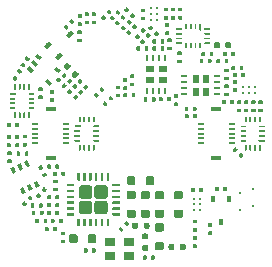
<source format=gtp>
G04 #@! TF.GenerationSoftware,KiCad,Pcbnew,5.0.2-bee76a0~70~ubuntu18.04.1*
G04 #@! TF.CreationDate,2019-05-27T21:37:22+02:00*
G04 #@! TF.ProjectId,mainboard,6d61696e-626f-4617-9264-2e6b69636164,rev?*
G04 #@! TF.SameCoordinates,Original*
G04 #@! TF.FileFunction,Paste,Top*
G04 #@! TF.FilePolarity,Positive*
%FSLAX46Y46*%
G04 Gerber Fmt 4.6, Leading zero omitted, Abs format (unit mm)*
G04 Created by KiCad (PCBNEW 5.0.2-bee76a0~70~ubuntu18.04.1) date Mo 27 Mai 2019 21:37:22 CEST*
%MOMM*%
%LPD*%
G01*
G04 APERTURE LIST*
%ADD10R,0.280000X0.280000*%
%ADD11C,0.100000*%
%ADD12C,0.200000*%
%ADD13C,1.130000*%
%ADD14R,0.600000X0.800000*%
%ADD15R,0.480000X0.200000*%
%ADD16R,0.200000X0.480000*%
%ADD17R,0.800000X0.600000*%
%ADD18R,0.504000X0.184000*%
%ADD19R,0.880000X0.304000*%
%ADD20C,0.318000*%
%ADD21C,0.160000*%
%ADD22C,0.106400*%
%ADD23C,0.472000*%
%ADD24C,0.700000*%
%ADD25C,0.320000*%
%ADD26R,0.960000X0.800000*%
%ADD27C,0.360000*%
%ADD28R,0.360000X0.560000*%
G04 APERTURE END LIST*
D10*
G04 #@! TO.C,D2*
X120140000Y-86125000D03*
X120140000Y-84675000D03*
G04 #@! TD*
D11*
G04 #@! TO.C,U1*
G36*
X104947401Y-86750241D02*
X104952255Y-86750961D01*
X104957014Y-86752153D01*
X104961634Y-86753806D01*
X104966070Y-86755904D01*
X104970279Y-86758427D01*
X104974220Y-86761349D01*
X104977855Y-86764645D01*
X104981151Y-86768280D01*
X104984073Y-86772221D01*
X104986596Y-86776430D01*
X104988694Y-86780866D01*
X104990347Y-86785486D01*
X104991539Y-86790245D01*
X104992259Y-86795099D01*
X104992500Y-86800000D01*
X104992500Y-86900000D01*
X104992259Y-86904901D01*
X104991539Y-86909755D01*
X104990347Y-86914514D01*
X104988694Y-86919134D01*
X104986596Y-86923570D01*
X104984073Y-86927779D01*
X104981151Y-86931720D01*
X104977855Y-86935355D01*
X104974220Y-86938651D01*
X104970279Y-86941573D01*
X104966070Y-86944096D01*
X104961634Y-86946194D01*
X104957014Y-86947847D01*
X104952255Y-86949039D01*
X104947401Y-86949759D01*
X104942500Y-86950000D01*
X104382500Y-86950000D01*
X104377599Y-86949759D01*
X104372745Y-86949039D01*
X104367986Y-86947847D01*
X104363366Y-86946194D01*
X104358930Y-86944096D01*
X104354721Y-86941573D01*
X104350780Y-86938651D01*
X104347145Y-86935355D01*
X104343849Y-86931720D01*
X104340927Y-86927779D01*
X104338404Y-86923570D01*
X104336306Y-86919134D01*
X104334653Y-86914514D01*
X104333461Y-86909755D01*
X104332741Y-86904901D01*
X104332500Y-86900000D01*
X104332500Y-86800000D01*
X104332741Y-86795099D01*
X104333461Y-86790245D01*
X104334653Y-86785486D01*
X104336306Y-86780866D01*
X104338404Y-86776430D01*
X104340927Y-86772221D01*
X104343849Y-86768280D01*
X104347145Y-86764645D01*
X104350780Y-86761349D01*
X104354721Y-86758427D01*
X104358930Y-86755904D01*
X104363366Y-86753806D01*
X104367986Y-86752153D01*
X104372745Y-86750961D01*
X104377599Y-86750241D01*
X104382500Y-86750000D01*
X104942500Y-86750000D01*
X104947401Y-86750241D01*
X104947401Y-86750241D01*
G37*
D12*
X104662500Y-86850000D03*
D11*
G36*
X104947401Y-86250241D02*
X104952255Y-86250961D01*
X104957014Y-86252153D01*
X104961634Y-86253806D01*
X104966070Y-86255904D01*
X104970279Y-86258427D01*
X104974220Y-86261349D01*
X104977855Y-86264645D01*
X104981151Y-86268280D01*
X104984073Y-86272221D01*
X104986596Y-86276430D01*
X104988694Y-86280866D01*
X104990347Y-86285486D01*
X104991539Y-86290245D01*
X104992259Y-86295099D01*
X104992500Y-86300000D01*
X104992500Y-86400000D01*
X104992259Y-86404901D01*
X104991539Y-86409755D01*
X104990347Y-86414514D01*
X104988694Y-86419134D01*
X104986596Y-86423570D01*
X104984073Y-86427779D01*
X104981151Y-86431720D01*
X104977855Y-86435355D01*
X104974220Y-86438651D01*
X104970279Y-86441573D01*
X104966070Y-86444096D01*
X104961634Y-86446194D01*
X104957014Y-86447847D01*
X104952255Y-86449039D01*
X104947401Y-86449759D01*
X104942500Y-86450000D01*
X104382500Y-86450000D01*
X104377599Y-86449759D01*
X104372745Y-86449039D01*
X104367986Y-86447847D01*
X104363366Y-86446194D01*
X104358930Y-86444096D01*
X104354721Y-86441573D01*
X104350780Y-86438651D01*
X104347145Y-86435355D01*
X104343849Y-86431720D01*
X104340927Y-86427779D01*
X104338404Y-86423570D01*
X104336306Y-86419134D01*
X104334653Y-86414514D01*
X104333461Y-86409755D01*
X104332741Y-86404901D01*
X104332500Y-86400000D01*
X104332500Y-86300000D01*
X104332741Y-86295099D01*
X104333461Y-86290245D01*
X104334653Y-86285486D01*
X104336306Y-86280866D01*
X104338404Y-86276430D01*
X104340927Y-86272221D01*
X104343849Y-86268280D01*
X104347145Y-86264645D01*
X104350780Y-86261349D01*
X104354721Y-86258427D01*
X104358930Y-86255904D01*
X104363366Y-86253806D01*
X104367986Y-86252153D01*
X104372745Y-86250961D01*
X104377599Y-86250241D01*
X104382500Y-86250000D01*
X104942500Y-86250000D01*
X104947401Y-86250241D01*
X104947401Y-86250241D01*
G37*
D12*
X104662500Y-86350000D03*
D11*
G36*
X104947401Y-85750241D02*
X104952255Y-85750961D01*
X104957014Y-85752153D01*
X104961634Y-85753806D01*
X104966070Y-85755904D01*
X104970279Y-85758427D01*
X104974220Y-85761349D01*
X104977855Y-85764645D01*
X104981151Y-85768280D01*
X104984073Y-85772221D01*
X104986596Y-85776430D01*
X104988694Y-85780866D01*
X104990347Y-85785486D01*
X104991539Y-85790245D01*
X104992259Y-85795099D01*
X104992500Y-85800000D01*
X104992500Y-85900000D01*
X104992259Y-85904901D01*
X104991539Y-85909755D01*
X104990347Y-85914514D01*
X104988694Y-85919134D01*
X104986596Y-85923570D01*
X104984073Y-85927779D01*
X104981151Y-85931720D01*
X104977855Y-85935355D01*
X104974220Y-85938651D01*
X104970279Y-85941573D01*
X104966070Y-85944096D01*
X104961634Y-85946194D01*
X104957014Y-85947847D01*
X104952255Y-85949039D01*
X104947401Y-85949759D01*
X104942500Y-85950000D01*
X104382500Y-85950000D01*
X104377599Y-85949759D01*
X104372745Y-85949039D01*
X104367986Y-85947847D01*
X104363366Y-85946194D01*
X104358930Y-85944096D01*
X104354721Y-85941573D01*
X104350780Y-85938651D01*
X104347145Y-85935355D01*
X104343849Y-85931720D01*
X104340927Y-85927779D01*
X104338404Y-85923570D01*
X104336306Y-85919134D01*
X104334653Y-85914514D01*
X104333461Y-85909755D01*
X104332741Y-85904901D01*
X104332500Y-85900000D01*
X104332500Y-85800000D01*
X104332741Y-85795099D01*
X104333461Y-85790245D01*
X104334653Y-85785486D01*
X104336306Y-85780866D01*
X104338404Y-85776430D01*
X104340927Y-85772221D01*
X104343849Y-85768280D01*
X104347145Y-85764645D01*
X104350780Y-85761349D01*
X104354721Y-85758427D01*
X104358930Y-85755904D01*
X104363366Y-85753806D01*
X104367986Y-85752153D01*
X104372745Y-85750961D01*
X104377599Y-85750241D01*
X104382500Y-85750000D01*
X104942500Y-85750000D01*
X104947401Y-85750241D01*
X104947401Y-85750241D01*
G37*
D12*
X104662500Y-85850000D03*
D11*
G36*
X104947401Y-85250241D02*
X104952255Y-85250961D01*
X104957014Y-85252153D01*
X104961634Y-85253806D01*
X104966070Y-85255904D01*
X104970279Y-85258427D01*
X104974220Y-85261349D01*
X104977855Y-85264645D01*
X104981151Y-85268280D01*
X104984073Y-85272221D01*
X104986596Y-85276430D01*
X104988694Y-85280866D01*
X104990347Y-85285486D01*
X104991539Y-85290245D01*
X104992259Y-85295099D01*
X104992500Y-85300000D01*
X104992500Y-85400000D01*
X104992259Y-85404901D01*
X104991539Y-85409755D01*
X104990347Y-85414514D01*
X104988694Y-85419134D01*
X104986596Y-85423570D01*
X104984073Y-85427779D01*
X104981151Y-85431720D01*
X104977855Y-85435355D01*
X104974220Y-85438651D01*
X104970279Y-85441573D01*
X104966070Y-85444096D01*
X104961634Y-85446194D01*
X104957014Y-85447847D01*
X104952255Y-85449039D01*
X104947401Y-85449759D01*
X104942500Y-85450000D01*
X104382500Y-85450000D01*
X104377599Y-85449759D01*
X104372745Y-85449039D01*
X104367986Y-85447847D01*
X104363366Y-85446194D01*
X104358930Y-85444096D01*
X104354721Y-85441573D01*
X104350780Y-85438651D01*
X104347145Y-85435355D01*
X104343849Y-85431720D01*
X104340927Y-85427779D01*
X104338404Y-85423570D01*
X104336306Y-85419134D01*
X104334653Y-85414514D01*
X104333461Y-85409755D01*
X104332741Y-85404901D01*
X104332500Y-85400000D01*
X104332500Y-85300000D01*
X104332741Y-85295099D01*
X104333461Y-85290245D01*
X104334653Y-85285486D01*
X104336306Y-85280866D01*
X104338404Y-85276430D01*
X104340927Y-85272221D01*
X104343849Y-85268280D01*
X104347145Y-85264645D01*
X104350780Y-85261349D01*
X104354721Y-85258427D01*
X104358930Y-85255904D01*
X104363366Y-85253806D01*
X104367986Y-85252153D01*
X104372745Y-85250961D01*
X104377599Y-85250241D01*
X104382500Y-85250000D01*
X104942500Y-85250000D01*
X104947401Y-85250241D01*
X104947401Y-85250241D01*
G37*
D12*
X104662500Y-85350000D03*
D11*
G36*
X104947401Y-84750241D02*
X104952255Y-84750961D01*
X104957014Y-84752153D01*
X104961634Y-84753806D01*
X104966070Y-84755904D01*
X104970279Y-84758427D01*
X104974220Y-84761349D01*
X104977855Y-84764645D01*
X104981151Y-84768280D01*
X104984073Y-84772221D01*
X104986596Y-84776430D01*
X104988694Y-84780866D01*
X104990347Y-84785486D01*
X104991539Y-84790245D01*
X104992259Y-84795099D01*
X104992500Y-84800000D01*
X104992500Y-84900000D01*
X104992259Y-84904901D01*
X104991539Y-84909755D01*
X104990347Y-84914514D01*
X104988694Y-84919134D01*
X104986596Y-84923570D01*
X104984073Y-84927779D01*
X104981151Y-84931720D01*
X104977855Y-84935355D01*
X104974220Y-84938651D01*
X104970279Y-84941573D01*
X104966070Y-84944096D01*
X104961634Y-84946194D01*
X104957014Y-84947847D01*
X104952255Y-84949039D01*
X104947401Y-84949759D01*
X104942500Y-84950000D01*
X104382500Y-84950000D01*
X104377599Y-84949759D01*
X104372745Y-84949039D01*
X104367986Y-84947847D01*
X104363366Y-84946194D01*
X104358930Y-84944096D01*
X104354721Y-84941573D01*
X104350780Y-84938651D01*
X104347145Y-84935355D01*
X104343849Y-84931720D01*
X104340927Y-84927779D01*
X104338404Y-84923570D01*
X104336306Y-84919134D01*
X104334653Y-84914514D01*
X104333461Y-84909755D01*
X104332741Y-84904901D01*
X104332500Y-84900000D01*
X104332500Y-84800000D01*
X104332741Y-84795099D01*
X104333461Y-84790245D01*
X104334653Y-84785486D01*
X104336306Y-84780866D01*
X104338404Y-84776430D01*
X104340927Y-84772221D01*
X104343849Y-84768280D01*
X104347145Y-84764645D01*
X104350780Y-84761349D01*
X104354721Y-84758427D01*
X104358930Y-84755904D01*
X104363366Y-84753806D01*
X104367986Y-84752153D01*
X104372745Y-84750961D01*
X104377599Y-84750241D01*
X104382500Y-84750000D01*
X104942500Y-84750000D01*
X104947401Y-84750241D01*
X104947401Y-84750241D01*
G37*
D12*
X104662500Y-84850000D03*
D11*
G36*
X104947401Y-84250241D02*
X104952255Y-84250961D01*
X104957014Y-84252153D01*
X104961634Y-84253806D01*
X104966070Y-84255904D01*
X104970279Y-84258427D01*
X104974220Y-84261349D01*
X104977855Y-84264645D01*
X104981151Y-84268280D01*
X104984073Y-84272221D01*
X104986596Y-84276430D01*
X104988694Y-84280866D01*
X104990347Y-84285486D01*
X104991539Y-84290245D01*
X104992259Y-84295099D01*
X104992500Y-84300000D01*
X104992500Y-84400000D01*
X104992259Y-84404901D01*
X104991539Y-84409755D01*
X104990347Y-84414514D01*
X104988694Y-84419134D01*
X104986596Y-84423570D01*
X104984073Y-84427779D01*
X104981151Y-84431720D01*
X104977855Y-84435355D01*
X104974220Y-84438651D01*
X104970279Y-84441573D01*
X104966070Y-84444096D01*
X104961634Y-84446194D01*
X104957014Y-84447847D01*
X104952255Y-84449039D01*
X104947401Y-84449759D01*
X104942500Y-84450000D01*
X104382500Y-84450000D01*
X104377599Y-84449759D01*
X104372745Y-84449039D01*
X104367986Y-84447847D01*
X104363366Y-84446194D01*
X104358930Y-84444096D01*
X104354721Y-84441573D01*
X104350780Y-84438651D01*
X104347145Y-84435355D01*
X104343849Y-84431720D01*
X104340927Y-84427779D01*
X104338404Y-84423570D01*
X104336306Y-84419134D01*
X104334653Y-84414514D01*
X104333461Y-84409755D01*
X104332741Y-84404901D01*
X104332500Y-84400000D01*
X104332500Y-84300000D01*
X104332741Y-84295099D01*
X104333461Y-84290245D01*
X104334653Y-84285486D01*
X104336306Y-84280866D01*
X104338404Y-84276430D01*
X104340927Y-84272221D01*
X104343849Y-84268280D01*
X104347145Y-84264645D01*
X104350780Y-84261349D01*
X104354721Y-84258427D01*
X104358930Y-84255904D01*
X104363366Y-84253806D01*
X104367986Y-84252153D01*
X104372745Y-84250961D01*
X104377599Y-84250241D01*
X104382500Y-84250000D01*
X104942500Y-84250000D01*
X104947401Y-84250241D01*
X104947401Y-84250241D01*
G37*
D12*
X104662500Y-84350000D03*
D11*
G36*
X105404901Y-83332741D02*
X105409755Y-83333461D01*
X105414514Y-83334653D01*
X105419134Y-83336306D01*
X105423570Y-83338404D01*
X105427779Y-83340927D01*
X105431720Y-83343849D01*
X105435355Y-83347145D01*
X105438651Y-83350780D01*
X105441573Y-83354721D01*
X105444096Y-83358930D01*
X105446194Y-83363366D01*
X105447847Y-83367986D01*
X105449039Y-83372745D01*
X105449759Y-83377599D01*
X105450000Y-83382500D01*
X105450000Y-83942500D01*
X105449759Y-83947401D01*
X105449039Y-83952255D01*
X105447847Y-83957014D01*
X105446194Y-83961634D01*
X105444096Y-83966070D01*
X105441573Y-83970279D01*
X105438651Y-83974220D01*
X105435355Y-83977855D01*
X105431720Y-83981151D01*
X105427779Y-83984073D01*
X105423570Y-83986596D01*
X105419134Y-83988694D01*
X105414514Y-83990347D01*
X105409755Y-83991539D01*
X105404901Y-83992259D01*
X105400000Y-83992500D01*
X105300000Y-83992500D01*
X105295099Y-83992259D01*
X105290245Y-83991539D01*
X105285486Y-83990347D01*
X105280866Y-83988694D01*
X105276430Y-83986596D01*
X105272221Y-83984073D01*
X105268280Y-83981151D01*
X105264645Y-83977855D01*
X105261349Y-83974220D01*
X105258427Y-83970279D01*
X105255904Y-83966070D01*
X105253806Y-83961634D01*
X105252153Y-83957014D01*
X105250961Y-83952255D01*
X105250241Y-83947401D01*
X105250000Y-83942500D01*
X105250000Y-83382500D01*
X105250241Y-83377599D01*
X105250961Y-83372745D01*
X105252153Y-83367986D01*
X105253806Y-83363366D01*
X105255904Y-83358930D01*
X105258427Y-83354721D01*
X105261349Y-83350780D01*
X105264645Y-83347145D01*
X105268280Y-83343849D01*
X105272221Y-83340927D01*
X105276430Y-83338404D01*
X105280866Y-83336306D01*
X105285486Y-83334653D01*
X105290245Y-83333461D01*
X105295099Y-83332741D01*
X105300000Y-83332500D01*
X105400000Y-83332500D01*
X105404901Y-83332741D01*
X105404901Y-83332741D01*
G37*
D12*
X105350000Y-83662500D03*
D11*
G36*
X105904901Y-83332741D02*
X105909755Y-83333461D01*
X105914514Y-83334653D01*
X105919134Y-83336306D01*
X105923570Y-83338404D01*
X105927779Y-83340927D01*
X105931720Y-83343849D01*
X105935355Y-83347145D01*
X105938651Y-83350780D01*
X105941573Y-83354721D01*
X105944096Y-83358930D01*
X105946194Y-83363366D01*
X105947847Y-83367986D01*
X105949039Y-83372745D01*
X105949759Y-83377599D01*
X105950000Y-83382500D01*
X105950000Y-83942500D01*
X105949759Y-83947401D01*
X105949039Y-83952255D01*
X105947847Y-83957014D01*
X105946194Y-83961634D01*
X105944096Y-83966070D01*
X105941573Y-83970279D01*
X105938651Y-83974220D01*
X105935355Y-83977855D01*
X105931720Y-83981151D01*
X105927779Y-83984073D01*
X105923570Y-83986596D01*
X105919134Y-83988694D01*
X105914514Y-83990347D01*
X105909755Y-83991539D01*
X105904901Y-83992259D01*
X105900000Y-83992500D01*
X105800000Y-83992500D01*
X105795099Y-83992259D01*
X105790245Y-83991539D01*
X105785486Y-83990347D01*
X105780866Y-83988694D01*
X105776430Y-83986596D01*
X105772221Y-83984073D01*
X105768280Y-83981151D01*
X105764645Y-83977855D01*
X105761349Y-83974220D01*
X105758427Y-83970279D01*
X105755904Y-83966070D01*
X105753806Y-83961634D01*
X105752153Y-83957014D01*
X105750961Y-83952255D01*
X105750241Y-83947401D01*
X105750000Y-83942500D01*
X105750000Y-83382500D01*
X105750241Y-83377599D01*
X105750961Y-83372745D01*
X105752153Y-83367986D01*
X105753806Y-83363366D01*
X105755904Y-83358930D01*
X105758427Y-83354721D01*
X105761349Y-83350780D01*
X105764645Y-83347145D01*
X105768280Y-83343849D01*
X105772221Y-83340927D01*
X105776430Y-83338404D01*
X105780866Y-83336306D01*
X105785486Y-83334653D01*
X105790245Y-83333461D01*
X105795099Y-83332741D01*
X105800000Y-83332500D01*
X105900000Y-83332500D01*
X105904901Y-83332741D01*
X105904901Y-83332741D01*
G37*
D12*
X105850000Y-83662500D03*
D11*
G36*
X106404901Y-83332741D02*
X106409755Y-83333461D01*
X106414514Y-83334653D01*
X106419134Y-83336306D01*
X106423570Y-83338404D01*
X106427779Y-83340927D01*
X106431720Y-83343849D01*
X106435355Y-83347145D01*
X106438651Y-83350780D01*
X106441573Y-83354721D01*
X106444096Y-83358930D01*
X106446194Y-83363366D01*
X106447847Y-83367986D01*
X106449039Y-83372745D01*
X106449759Y-83377599D01*
X106450000Y-83382500D01*
X106450000Y-83942500D01*
X106449759Y-83947401D01*
X106449039Y-83952255D01*
X106447847Y-83957014D01*
X106446194Y-83961634D01*
X106444096Y-83966070D01*
X106441573Y-83970279D01*
X106438651Y-83974220D01*
X106435355Y-83977855D01*
X106431720Y-83981151D01*
X106427779Y-83984073D01*
X106423570Y-83986596D01*
X106419134Y-83988694D01*
X106414514Y-83990347D01*
X106409755Y-83991539D01*
X106404901Y-83992259D01*
X106400000Y-83992500D01*
X106300000Y-83992500D01*
X106295099Y-83992259D01*
X106290245Y-83991539D01*
X106285486Y-83990347D01*
X106280866Y-83988694D01*
X106276430Y-83986596D01*
X106272221Y-83984073D01*
X106268280Y-83981151D01*
X106264645Y-83977855D01*
X106261349Y-83974220D01*
X106258427Y-83970279D01*
X106255904Y-83966070D01*
X106253806Y-83961634D01*
X106252153Y-83957014D01*
X106250961Y-83952255D01*
X106250241Y-83947401D01*
X106250000Y-83942500D01*
X106250000Y-83382500D01*
X106250241Y-83377599D01*
X106250961Y-83372745D01*
X106252153Y-83367986D01*
X106253806Y-83363366D01*
X106255904Y-83358930D01*
X106258427Y-83354721D01*
X106261349Y-83350780D01*
X106264645Y-83347145D01*
X106268280Y-83343849D01*
X106272221Y-83340927D01*
X106276430Y-83338404D01*
X106280866Y-83336306D01*
X106285486Y-83334653D01*
X106290245Y-83333461D01*
X106295099Y-83332741D01*
X106300000Y-83332500D01*
X106400000Y-83332500D01*
X106404901Y-83332741D01*
X106404901Y-83332741D01*
G37*
D12*
X106350000Y-83662500D03*
D11*
G36*
X106904901Y-83332741D02*
X106909755Y-83333461D01*
X106914514Y-83334653D01*
X106919134Y-83336306D01*
X106923570Y-83338404D01*
X106927779Y-83340927D01*
X106931720Y-83343849D01*
X106935355Y-83347145D01*
X106938651Y-83350780D01*
X106941573Y-83354721D01*
X106944096Y-83358930D01*
X106946194Y-83363366D01*
X106947847Y-83367986D01*
X106949039Y-83372745D01*
X106949759Y-83377599D01*
X106950000Y-83382500D01*
X106950000Y-83942500D01*
X106949759Y-83947401D01*
X106949039Y-83952255D01*
X106947847Y-83957014D01*
X106946194Y-83961634D01*
X106944096Y-83966070D01*
X106941573Y-83970279D01*
X106938651Y-83974220D01*
X106935355Y-83977855D01*
X106931720Y-83981151D01*
X106927779Y-83984073D01*
X106923570Y-83986596D01*
X106919134Y-83988694D01*
X106914514Y-83990347D01*
X106909755Y-83991539D01*
X106904901Y-83992259D01*
X106900000Y-83992500D01*
X106800000Y-83992500D01*
X106795099Y-83992259D01*
X106790245Y-83991539D01*
X106785486Y-83990347D01*
X106780866Y-83988694D01*
X106776430Y-83986596D01*
X106772221Y-83984073D01*
X106768280Y-83981151D01*
X106764645Y-83977855D01*
X106761349Y-83974220D01*
X106758427Y-83970279D01*
X106755904Y-83966070D01*
X106753806Y-83961634D01*
X106752153Y-83957014D01*
X106750961Y-83952255D01*
X106750241Y-83947401D01*
X106750000Y-83942500D01*
X106750000Y-83382500D01*
X106750241Y-83377599D01*
X106750961Y-83372745D01*
X106752153Y-83367986D01*
X106753806Y-83363366D01*
X106755904Y-83358930D01*
X106758427Y-83354721D01*
X106761349Y-83350780D01*
X106764645Y-83347145D01*
X106768280Y-83343849D01*
X106772221Y-83340927D01*
X106776430Y-83338404D01*
X106780866Y-83336306D01*
X106785486Y-83334653D01*
X106790245Y-83333461D01*
X106795099Y-83332741D01*
X106800000Y-83332500D01*
X106900000Y-83332500D01*
X106904901Y-83332741D01*
X106904901Y-83332741D01*
G37*
D12*
X106850000Y-83662500D03*
D11*
G36*
X107404901Y-83332741D02*
X107409755Y-83333461D01*
X107414514Y-83334653D01*
X107419134Y-83336306D01*
X107423570Y-83338404D01*
X107427779Y-83340927D01*
X107431720Y-83343849D01*
X107435355Y-83347145D01*
X107438651Y-83350780D01*
X107441573Y-83354721D01*
X107444096Y-83358930D01*
X107446194Y-83363366D01*
X107447847Y-83367986D01*
X107449039Y-83372745D01*
X107449759Y-83377599D01*
X107450000Y-83382500D01*
X107450000Y-83942500D01*
X107449759Y-83947401D01*
X107449039Y-83952255D01*
X107447847Y-83957014D01*
X107446194Y-83961634D01*
X107444096Y-83966070D01*
X107441573Y-83970279D01*
X107438651Y-83974220D01*
X107435355Y-83977855D01*
X107431720Y-83981151D01*
X107427779Y-83984073D01*
X107423570Y-83986596D01*
X107419134Y-83988694D01*
X107414514Y-83990347D01*
X107409755Y-83991539D01*
X107404901Y-83992259D01*
X107400000Y-83992500D01*
X107300000Y-83992500D01*
X107295099Y-83992259D01*
X107290245Y-83991539D01*
X107285486Y-83990347D01*
X107280866Y-83988694D01*
X107276430Y-83986596D01*
X107272221Y-83984073D01*
X107268280Y-83981151D01*
X107264645Y-83977855D01*
X107261349Y-83974220D01*
X107258427Y-83970279D01*
X107255904Y-83966070D01*
X107253806Y-83961634D01*
X107252153Y-83957014D01*
X107250961Y-83952255D01*
X107250241Y-83947401D01*
X107250000Y-83942500D01*
X107250000Y-83382500D01*
X107250241Y-83377599D01*
X107250961Y-83372745D01*
X107252153Y-83367986D01*
X107253806Y-83363366D01*
X107255904Y-83358930D01*
X107258427Y-83354721D01*
X107261349Y-83350780D01*
X107264645Y-83347145D01*
X107268280Y-83343849D01*
X107272221Y-83340927D01*
X107276430Y-83338404D01*
X107280866Y-83336306D01*
X107285486Y-83334653D01*
X107290245Y-83333461D01*
X107295099Y-83332741D01*
X107300000Y-83332500D01*
X107400000Y-83332500D01*
X107404901Y-83332741D01*
X107404901Y-83332741D01*
G37*
D12*
X107350000Y-83662500D03*
D11*
G36*
X107904901Y-83332741D02*
X107909755Y-83333461D01*
X107914514Y-83334653D01*
X107919134Y-83336306D01*
X107923570Y-83338404D01*
X107927779Y-83340927D01*
X107931720Y-83343849D01*
X107935355Y-83347145D01*
X107938651Y-83350780D01*
X107941573Y-83354721D01*
X107944096Y-83358930D01*
X107946194Y-83363366D01*
X107947847Y-83367986D01*
X107949039Y-83372745D01*
X107949759Y-83377599D01*
X107950000Y-83382500D01*
X107950000Y-83942500D01*
X107949759Y-83947401D01*
X107949039Y-83952255D01*
X107947847Y-83957014D01*
X107946194Y-83961634D01*
X107944096Y-83966070D01*
X107941573Y-83970279D01*
X107938651Y-83974220D01*
X107935355Y-83977855D01*
X107931720Y-83981151D01*
X107927779Y-83984073D01*
X107923570Y-83986596D01*
X107919134Y-83988694D01*
X107914514Y-83990347D01*
X107909755Y-83991539D01*
X107904901Y-83992259D01*
X107900000Y-83992500D01*
X107800000Y-83992500D01*
X107795099Y-83992259D01*
X107790245Y-83991539D01*
X107785486Y-83990347D01*
X107780866Y-83988694D01*
X107776430Y-83986596D01*
X107772221Y-83984073D01*
X107768280Y-83981151D01*
X107764645Y-83977855D01*
X107761349Y-83974220D01*
X107758427Y-83970279D01*
X107755904Y-83966070D01*
X107753806Y-83961634D01*
X107752153Y-83957014D01*
X107750961Y-83952255D01*
X107750241Y-83947401D01*
X107750000Y-83942500D01*
X107750000Y-83382500D01*
X107750241Y-83377599D01*
X107750961Y-83372745D01*
X107752153Y-83367986D01*
X107753806Y-83363366D01*
X107755904Y-83358930D01*
X107758427Y-83354721D01*
X107761349Y-83350780D01*
X107764645Y-83347145D01*
X107768280Y-83343849D01*
X107772221Y-83340927D01*
X107776430Y-83338404D01*
X107780866Y-83336306D01*
X107785486Y-83334653D01*
X107790245Y-83333461D01*
X107795099Y-83332741D01*
X107800000Y-83332500D01*
X107900000Y-83332500D01*
X107904901Y-83332741D01*
X107904901Y-83332741D01*
G37*
D12*
X107850000Y-83662500D03*
D11*
G36*
X108822401Y-84250241D02*
X108827255Y-84250961D01*
X108832014Y-84252153D01*
X108836634Y-84253806D01*
X108841070Y-84255904D01*
X108845279Y-84258427D01*
X108849220Y-84261349D01*
X108852855Y-84264645D01*
X108856151Y-84268280D01*
X108859073Y-84272221D01*
X108861596Y-84276430D01*
X108863694Y-84280866D01*
X108865347Y-84285486D01*
X108866539Y-84290245D01*
X108867259Y-84295099D01*
X108867500Y-84300000D01*
X108867500Y-84400000D01*
X108867259Y-84404901D01*
X108866539Y-84409755D01*
X108865347Y-84414514D01*
X108863694Y-84419134D01*
X108861596Y-84423570D01*
X108859073Y-84427779D01*
X108856151Y-84431720D01*
X108852855Y-84435355D01*
X108849220Y-84438651D01*
X108845279Y-84441573D01*
X108841070Y-84444096D01*
X108836634Y-84446194D01*
X108832014Y-84447847D01*
X108827255Y-84449039D01*
X108822401Y-84449759D01*
X108817500Y-84450000D01*
X108257500Y-84450000D01*
X108252599Y-84449759D01*
X108247745Y-84449039D01*
X108242986Y-84447847D01*
X108238366Y-84446194D01*
X108233930Y-84444096D01*
X108229721Y-84441573D01*
X108225780Y-84438651D01*
X108222145Y-84435355D01*
X108218849Y-84431720D01*
X108215927Y-84427779D01*
X108213404Y-84423570D01*
X108211306Y-84419134D01*
X108209653Y-84414514D01*
X108208461Y-84409755D01*
X108207741Y-84404901D01*
X108207500Y-84400000D01*
X108207500Y-84300000D01*
X108207741Y-84295099D01*
X108208461Y-84290245D01*
X108209653Y-84285486D01*
X108211306Y-84280866D01*
X108213404Y-84276430D01*
X108215927Y-84272221D01*
X108218849Y-84268280D01*
X108222145Y-84264645D01*
X108225780Y-84261349D01*
X108229721Y-84258427D01*
X108233930Y-84255904D01*
X108238366Y-84253806D01*
X108242986Y-84252153D01*
X108247745Y-84250961D01*
X108252599Y-84250241D01*
X108257500Y-84250000D01*
X108817500Y-84250000D01*
X108822401Y-84250241D01*
X108822401Y-84250241D01*
G37*
D12*
X108537500Y-84350000D03*
D11*
G36*
X108822401Y-84750241D02*
X108827255Y-84750961D01*
X108832014Y-84752153D01*
X108836634Y-84753806D01*
X108841070Y-84755904D01*
X108845279Y-84758427D01*
X108849220Y-84761349D01*
X108852855Y-84764645D01*
X108856151Y-84768280D01*
X108859073Y-84772221D01*
X108861596Y-84776430D01*
X108863694Y-84780866D01*
X108865347Y-84785486D01*
X108866539Y-84790245D01*
X108867259Y-84795099D01*
X108867500Y-84800000D01*
X108867500Y-84900000D01*
X108867259Y-84904901D01*
X108866539Y-84909755D01*
X108865347Y-84914514D01*
X108863694Y-84919134D01*
X108861596Y-84923570D01*
X108859073Y-84927779D01*
X108856151Y-84931720D01*
X108852855Y-84935355D01*
X108849220Y-84938651D01*
X108845279Y-84941573D01*
X108841070Y-84944096D01*
X108836634Y-84946194D01*
X108832014Y-84947847D01*
X108827255Y-84949039D01*
X108822401Y-84949759D01*
X108817500Y-84950000D01*
X108257500Y-84950000D01*
X108252599Y-84949759D01*
X108247745Y-84949039D01*
X108242986Y-84947847D01*
X108238366Y-84946194D01*
X108233930Y-84944096D01*
X108229721Y-84941573D01*
X108225780Y-84938651D01*
X108222145Y-84935355D01*
X108218849Y-84931720D01*
X108215927Y-84927779D01*
X108213404Y-84923570D01*
X108211306Y-84919134D01*
X108209653Y-84914514D01*
X108208461Y-84909755D01*
X108207741Y-84904901D01*
X108207500Y-84900000D01*
X108207500Y-84800000D01*
X108207741Y-84795099D01*
X108208461Y-84790245D01*
X108209653Y-84785486D01*
X108211306Y-84780866D01*
X108213404Y-84776430D01*
X108215927Y-84772221D01*
X108218849Y-84768280D01*
X108222145Y-84764645D01*
X108225780Y-84761349D01*
X108229721Y-84758427D01*
X108233930Y-84755904D01*
X108238366Y-84753806D01*
X108242986Y-84752153D01*
X108247745Y-84750961D01*
X108252599Y-84750241D01*
X108257500Y-84750000D01*
X108817500Y-84750000D01*
X108822401Y-84750241D01*
X108822401Y-84750241D01*
G37*
D12*
X108537500Y-84850000D03*
D11*
G36*
X108822401Y-85250241D02*
X108827255Y-85250961D01*
X108832014Y-85252153D01*
X108836634Y-85253806D01*
X108841070Y-85255904D01*
X108845279Y-85258427D01*
X108849220Y-85261349D01*
X108852855Y-85264645D01*
X108856151Y-85268280D01*
X108859073Y-85272221D01*
X108861596Y-85276430D01*
X108863694Y-85280866D01*
X108865347Y-85285486D01*
X108866539Y-85290245D01*
X108867259Y-85295099D01*
X108867500Y-85300000D01*
X108867500Y-85400000D01*
X108867259Y-85404901D01*
X108866539Y-85409755D01*
X108865347Y-85414514D01*
X108863694Y-85419134D01*
X108861596Y-85423570D01*
X108859073Y-85427779D01*
X108856151Y-85431720D01*
X108852855Y-85435355D01*
X108849220Y-85438651D01*
X108845279Y-85441573D01*
X108841070Y-85444096D01*
X108836634Y-85446194D01*
X108832014Y-85447847D01*
X108827255Y-85449039D01*
X108822401Y-85449759D01*
X108817500Y-85450000D01*
X108257500Y-85450000D01*
X108252599Y-85449759D01*
X108247745Y-85449039D01*
X108242986Y-85447847D01*
X108238366Y-85446194D01*
X108233930Y-85444096D01*
X108229721Y-85441573D01*
X108225780Y-85438651D01*
X108222145Y-85435355D01*
X108218849Y-85431720D01*
X108215927Y-85427779D01*
X108213404Y-85423570D01*
X108211306Y-85419134D01*
X108209653Y-85414514D01*
X108208461Y-85409755D01*
X108207741Y-85404901D01*
X108207500Y-85400000D01*
X108207500Y-85300000D01*
X108207741Y-85295099D01*
X108208461Y-85290245D01*
X108209653Y-85285486D01*
X108211306Y-85280866D01*
X108213404Y-85276430D01*
X108215927Y-85272221D01*
X108218849Y-85268280D01*
X108222145Y-85264645D01*
X108225780Y-85261349D01*
X108229721Y-85258427D01*
X108233930Y-85255904D01*
X108238366Y-85253806D01*
X108242986Y-85252153D01*
X108247745Y-85250961D01*
X108252599Y-85250241D01*
X108257500Y-85250000D01*
X108817500Y-85250000D01*
X108822401Y-85250241D01*
X108822401Y-85250241D01*
G37*
D12*
X108537500Y-85350000D03*
D11*
G36*
X108822401Y-85750241D02*
X108827255Y-85750961D01*
X108832014Y-85752153D01*
X108836634Y-85753806D01*
X108841070Y-85755904D01*
X108845279Y-85758427D01*
X108849220Y-85761349D01*
X108852855Y-85764645D01*
X108856151Y-85768280D01*
X108859073Y-85772221D01*
X108861596Y-85776430D01*
X108863694Y-85780866D01*
X108865347Y-85785486D01*
X108866539Y-85790245D01*
X108867259Y-85795099D01*
X108867500Y-85800000D01*
X108867500Y-85900000D01*
X108867259Y-85904901D01*
X108866539Y-85909755D01*
X108865347Y-85914514D01*
X108863694Y-85919134D01*
X108861596Y-85923570D01*
X108859073Y-85927779D01*
X108856151Y-85931720D01*
X108852855Y-85935355D01*
X108849220Y-85938651D01*
X108845279Y-85941573D01*
X108841070Y-85944096D01*
X108836634Y-85946194D01*
X108832014Y-85947847D01*
X108827255Y-85949039D01*
X108822401Y-85949759D01*
X108817500Y-85950000D01*
X108257500Y-85950000D01*
X108252599Y-85949759D01*
X108247745Y-85949039D01*
X108242986Y-85947847D01*
X108238366Y-85946194D01*
X108233930Y-85944096D01*
X108229721Y-85941573D01*
X108225780Y-85938651D01*
X108222145Y-85935355D01*
X108218849Y-85931720D01*
X108215927Y-85927779D01*
X108213404Y-85923570D01*
X108211306Y-85919134D01*
X108209653Y-85914514D01*
X108208461Y-85909755D01*
X108207741Y-85904901D01*
X108207500Y-85900000D01*
X108207500Y-85800000D01*
X108207741Y-85795099D01*
X108208461Y-85790245D01*
X108209653Y-85785486D01*
X108211306Y-85780866D01*
X108213404Y-85776430D01*
X108215927Y-85772221D01*
X108218849Y-85768280D01*
X108222145Y-85764645D01*
X108225780Y-85761349D01*
X108229721Y-85758427D01*
X108233930Y-85755904D01*
X108238366Y-85753806D01*
X108242986Y-85752153D01*
X108247745Y-85750961D01*
X108252599Y-85750241D01*
X108257500Y-85750000D01*
X108817500Y-85750000D01*
X108822401Y-85750241D01*
X108822401Y-85750241D01*
G37*
D12*
X108537500Y-85850000D03*
D11*
G36*
X108822401Y-86250241D02*
X108827255Y-86250961D01*
X108832014Y-86252153D01*
X108836634Y-86253806D01*
X108841070Y-86255904D01*
X108845279Y-86258427D01*
X108849220Y-86261349D01*
X108852855Y-86264645D01*
X108856151Y-86268280D01*
X108859073Y-86272221D01*
X108861596Y-86276430D01*
X108863694Y-86280866D01*
X108865347Y-86285486D01*
X108866539Y-86290245D01*
X108867259Y-86295099D01*
X108867500Y-86300000D01*
X108867500Y-86400000D01*
X108867259Y-86404901D01*
X108866539Y-86409755D01*
X108865347Y-86414514D01*
X108863694Y-86419134D01*
X108861596Y-86423570D01*
X108859073Y-86427779D01*
X108856151Y-86431720D01*
X108852855Y-86435355D01*
X108849220Y-86438651D01*
X108845279Y-86441573D01*
X108841070Y-86444096D01*
X108836634Y-86446194D01*
X108832014Y-86447847D01*
X108827255Y-86449039D01*
X108822401Y-86449759D01*
X108817500Y-86450000D01*
X108257500Y-86450000D01*
X108252599Y-86449759D01*
X108247745Y-86449039D01*
X108242986Y-86447847D01*
X108238366Y-86446194D01*
X108233930Y-86444096D01*
X108229721Y-86441573D01*
X108225780Y-86438651D01*
X108222145Y-86435355D01*
X108218849Y-86431720D01*
X108215927Y-86427779D01*
X108213404Y-86423570D01*
X108211306Y-86419134D01*
X108209653Y-86414514D01*
X108208461Y-86409755D01*
X108207741Y-86404901D01*
X108207500Y-86400000D01*
X108207500Y-86300000D01*
X108207741Y-86295099D01*
X108208461Y-86290245D01*
X108209653Y-86285486D01*
X108211306Y-86280866D01*
X108213404Y-86276430D01*
X108215927Y-86272221D01*
X108218849Y-86268280D01*
X108222145Y-86264645D01*
X108225780Y-86261349D01*
X108229721Y-86258427D01*
X108233930Y-86255904D01*
X108238366Y-86253806D01*
X108242986Y-86252153D01*
X108247745Y-86250961D01*
X108252599Y-86250241D01*
X108257500Y-86250000D01*
X108817500Y-86250000D01*
X108822401Y-86250241D01*
X108822401Y-86250241D01*
G37*
D12*
X108537500Y-86350000D03*
D11*
G36*
X108822401Y-86750241D02*
X108827255Y-86750961D01*
X108832014Y-86752153D01*
X108836634Y-86753806D01*
X108841070Y-86755904D01*
X108845279Y-86758427D01*
X108849220Y-86761349D01*
X108852855Y-86764645D01*
X108856151Y-86768280D01*
X108859073Y-86772221D01*
X108861596Y-86776430D01*
X108863694Y-86780866D01*
X108865347Y-86785486D01*
X108866539Y-86790245D01*
X108867259Y-86795099D01*
X108867500Y-86800000D01*
X108867500Y-86900000D01*
X108867259Y-86904901D01*
X108866539Y-86909755D01*
X108865347Y-86914514D01*
X108863694Y-86919134D01*
X108861596Y-86923570D01*
X108859073Y-86927779D01*
X108856151Y-86931720D01*
X108852855Y-86935355D01*
X108849220Y-86938651D01*
X108845279Y-86941573D01*
X108841070Y-86944096D01*
X108836634Y-86946194D01*
X108832014Y-86947847D01*
X108827255Y-86949039D01*
X108822401Y-86949759D01*
X108817500Y-86950000D01*
X108257500Y-86950000D01*
X108252599Y-86949759D01*
X108247745Y-86949039D01*
X108242986Y-86947847D01*
X108238366Y-86946194D01*
X108233930Y-86944096D01*
X108229721Y-86941573D01*
X108225780Y-86938651D01*
X108222145Y-86935355D01*
X108218849Y-86931720D01*
X108215927Y-86927779D01*
X108213404Y-86923570D01*
X108211306Y-86919134D01*
X108209653Y-86914514D01*
X108208461Y-86909755D01*
X108207741Y-86904901D01*
X108207500Y-86900000D01*
X108207500Y-86800000D01*
X108207741Y-86795099D01*
X108208461Y-86790245D01*
X108209653Y-86785486D01*
X108211306Y-86780866D01*
X108213404Y-86776430D01*
X108215927Y-86772221D01*
X108218849Y-86768280D01*
X108222145Y-86764645D01*
X108225780Y-86761349D01*
X108229721Y-86758427D01*
X108233930Y-86755904D01*
X108238366Y-86753806D01*
X108242986Y-86752153D01*
X108247745Y-86750961D01*
X108252599Y-86750241D01*
X108257500Y-86750000D01*
X108817500Y-86750000D01*
X108822401Y-86750241D01*
X108822401Y-86750241D01*
G37*
D12*
X108537500Y-86850000D03*
D11*
G36*
X107904901Y-87207741D02*
X107909755Y-87208461D01*
X107914514Y-87209653D01*
X107919134Y-87211306D01*
X107923570Y-87213404D01*
X107927779Y-87215927D01*
X107931720Y-87218849D01*
X107935355Y-87222145D01*
X107938651Y-87225780D01*
X107941573Y-87229721D01*
X107944096Y-87233930D01*
X107946194Y-87238366D01*
X107947847Y-87242986D01*
X107949039Y-87247745D01*
X107949759Y-87252599D01*
X107950000Y-87257500D01*
X107950000Y-87817500D01*
X107949759Y-87822401D01*
X107949039Y-87827255D01*
X107947847Y-87832014D01*
X107946194Y-87836634D01*
X107944096Y-87841070D01*
X107941573Y-87845279D01*
X107938651Y-87849220D01*
X107935355Y-87852855D01*
X107931720Y-87856151D01*
X107927779Y-87859073D01*
X107923570Y-87861596D01*
X107919134Y-87863694D01*
X107914514Y-87865347D01*
X107909755Y-87866539D01*
X107904901Y-87867259D01*
X107900000Y-87867500D01*
X107800000Y-87867500D01*
X107795099Y-87867259D01*
X107790245Y-87866539D01*
X107785486Y-87865347D01*
X107780866Y-87863694D01*
X107776430Y-87861596D01*
X107772221Y-87859073D01*
X107768280Y-87856151D01*
X107764645Y-87852855D01*
X107761349Y-87849220D01*
X107758427Y-87845279D01*
X107755904Y-87841070D01*
X107753806Y-87836634D01*
X107752153Y-87832014D01*
X107750961Y-87827255D01*
X107750241Y-87822401D01*
X107750000Y-87817500D01*
X107750000Y-87257500D01*
X107750241Y-87252599D01*
X107750961Y-87247745D01*
X107752153Y-87242986D01*
X107753806Y-87238366D01*
X107755904Y-87233930D01*
X107758427Y-87229721D01*
X107761349Y-87225780D01*
X107764645Y-87222145D01*
X107768280Y-87218849D01*
X107772221Y-87215927D01*
X107776430Y-87213404D01*
X107780866Y-87211306D01*
X107785486Y-87209653D01*
X107790245Y-87208461D01*
X107795099Y-87207741D01*
X107800000Y-87207500D01*
X107900000Y-87207500D01*
X107904901Y-87207741D01*
X107904901Y-87207741D01*
G37*
D12*
X107850000Y-87537500D03*
D11*
G36*
X107404901Y-87207741D02*
X107409755Y-87208461D01*
X107414514Y-87209653D01*
X107419134Y-87211306D01*
X107423570Y-87213404D01*
X107427779Y-87215927D01*
X107431720Y-87218849D01*
X107435355Y-87222145D01*
X107438651Y-87225780D01*
X107441573Y-87229721D01*
X107444096Y-87233930D01*
X107446194Y-87238366D01*
X107447847Y-87242986D01*
X107449039Y-87247745D01*
X107449759Y-87252599D01*
X107450000Y-87257500D01*
X107450000Y-87817500D01*
X107449759Y-87822401D01*
X107449039Y-87827255D01*
X107447847Y-87832014D01*
X107446194Y-87836634D01*
X107444096Y-87841070D01*
X107441573Y-87845279D01*
X107438651Y-87849220D01*
X107435355Y-87852855D01*
X107431720Y-87856151D01*
X107427779Y-87859073D01*
X107423570Y-87861596D01*
X107419134Y-87863694D01*
X107414514Y-87865347D01*
X107409755Y-87866539D01*
X107404901Y-87867259D01*
X107400000Y-87867500D01*
X107300000Y-87867500D01*
X107295099Y-87867259D01*
X107290245Y-87866539D01*
X107285486Y-87865347D01*
X107280866Y-87863694D01*
X107276430Y-87861596D01*
X107272221Y-87859073D01*
X107268280Y-87856151D01*
X107264645Y-87852855D01*
X107261349Y-87849220D01*
X107258427Y-87845279D01*
X107255904Y-87841070D01*
X107253806Y-87836634D01*
X107252153Y-87832014D01*
X107250961Y-87827255D01*
X107250241Y-87822401D01*
X107250000Y-87817500D01*
X107250000Y-87257500D01*
X107250241Y-87252599D01*
X107250961Y-87247745D01*
X107252153Y-87242986D01*
X107253806Y-87238366D01*
X107255904Y-87233930D01*
X107258427Y-87229721D01*
X107261349Y-87225780D01*
X107264645Y-87222145D01*
X107268280Y-87218849D01*
X107272221Y-87215927D01*
X107276430Y-87213404D01*
X107280866Y-87211306D01*
X107285486Y-87209653D01*
X107290245Y-87208461D01*
X107295099Y-87207741D01*
X107300000Y-87207500D01*
X107400000Y-87207500D01*
X107404901Y-87207741D01*
X107404901Y-87207741D01*
G37*
D12*
X107350000Y-87537500D03*
D11*
G36*
X106904901Y-87207741D02*
X106909755Y-87208461D01*
X106914514Y-87209653D01*
X106919134Y-87211306D01*
X106923570Y-87213404D01*
X106927779Y-87215927D01*
X106931720Y-87218849D01*
X106935355Y-87222145D01*
X106938651Y-87225780D01*
X106941573Y-87229721D01*
X106944096Y-87233930D01*
X106946194Y-87238366D01*
X106947847Y-87242986D01*
X106949039Y-87247745D01*
X106949759Y-87252599D01*
X106950000Y-87257500D01*
X106950000Y-87817500D01*
X106949759Y-87822401D01*
X106949039Y-87827255D01*
X106947847Y-87832014D01*
X106946194Y-87836634D01*
X106944096Y-87841070D01*
X106941573Y-87845279D01*
X106938651Y-87849220D01*
X106935355Y-87852855D01*
X106931720Y-87856151D01*
X106927779Y-87859073D01*
X106923570Y-87861596D01*
X106919134Y-87863694D01*
X106914514Y-87865347D01*
X106909755Y-87866539D01*
X106904901Y-87867259D01*
X106900000Y-87867500D01*
X106800000Y-87867500D01*
X106795099Y-87867259D01*
X106790245Y-87866539D01*
X106785486Y-87865347D01*
X106780866Y-87863694D01*
X106776430Y-87861596D01*
X106772221Y-87859073D01*
X106768280Y-87856151D01*
X106764645Y-87852855D01*
X106761349Y-87849220D01*
X106758427Y-87845279D01*
X106755904Y-87841070D01*
X106753806Y-87836634D01*
X106752153Y-87832014D01*
X106750961Y-87827255D01*
X106750241Y-87822401D01*
X106750000Y-87817500D01*
X106750000Y-87257500D01*
X106750241Y-87252599D01*
X106750961Y-87247745D01*
X106752153Y-87242986D01*
X106753806Y-87238366D01*
X106755904Y-87233930D01*
X106758427Y-87229721D01*
X106761349Y-87225780D01*
X106764645Y-87222145D01*
X106768280Y-87218849D01*
X106772221Y-87215927D01*
X106776430Y-87213404D01*
X106780866Y-87211306D01*
X106785486Y-87209653D01*
X106790245Y-87208461D01*
X106795099Y-87207741D01*
X106800000Y-87207500D01*
X106900000Y-87207500D01*
X106904901Y-87207741D01*
X106904901Y-87207741D01*
G37*
D12*
X106850000Y-87537500D03*
D11*
G36*
X106404901Y-87207741D02*
X106409755Y-87208461D01*
X106414514Y-87209653D01*
X106419134Y-87211306D01*
X106423570Y-87213404D01*
X106427779Y-87215927D01*
X106431720Y-87218849D01*
X106435355Y-87222145D01*
X106438651Y-87225780D01*
X106441573Y-87229721D01*
X106444096Y-87233930D01*
X106446194Y-87238366D01*
X106447847Y-87242986D01*
X106449039Y-87247745D01*
X106449759Y-87252599D01*
X106450000Y-87257500D01*
X106450000Y-87817500D01*
X106449759Y-87822401D01*
X106449039Y-87827255D01*
X106447847Y-87832014D01*
X106446194Y-87836634D01*
X106444096Y-87841070D01*
X106441573Y-87845279D01*
X106438651Y-87849220D01*
X106435355Y-87852855D01*
X106431720Y-87856151D01*
X106427779Y-87859073D01*
X106423570Y-87861596D01*
X106419134Y-87863694D01*
X106414514Y-87865347D01*
X106409755Y-87866539D01*
X106404901Y-87867259D01*
X106400000Y-87867500D01*
X106300000Y-87867500D01*
X106295099Y-87867259D01*
X106290245Y-87866539D01*
X106285486Y-87865347D01*
X106280866Y-87863694D01*
X106276430Y-87861596D01*
X106272221Y-87859073D01*
X106268280Y-87856151D01*
X106264645Y-87852855D01*
X106261349Y-87849220D01*
X106258427Y-87845279D01*
X106255904Y-87841070D01*
X106253806Y-87836634D01*
X106252153Y-87832014D01*
X106250961Y-87827255D01*
X106250241Y-87822401D01*
X106250000Y-87817500D01*
X106250000Y-87257500D01*
X106250241Y-87252599D01*
X106250961Y-87247745D01*
X106252153Y-87242986D01*
X106253806Y-87238366D01*
X106255904Y-87233930D01*
X106258427Y-87229721D01*
X106261349Y-87225780D01*
X106264645Y-87222145D01*
X106268280Y-87218849D01*
X106272221Y-87215927D01*
X106276430Y-87213404D01*
X106280866Y-87211306D01*
X106285486Y-87209653D01*
X106290245Y-87208461D01*
X106295099Y-87207741D01*
X106300000Y-87207500D01*
X106400000Y-87207500D01*
X106404901Y-87207741D01*
X106404901Y-87207741D01*
G37*
D12*
X106350000Y-87537500D03*
D11*
G36*
X105904901Y-87207741D02*
X105909755Y-87208461D01*
X105914514Y-87209653D01*
X105919134Y-87211306D01*
X105923570Y-87213404D01*
X105927779Y-87215927D01*
X105931720Y-87218849D01*
X105935355Y-87222145D01*
X105938651Y-87225780D01*
X105941573Y-87229721D01*
X105944096Y-87233930D01*
X105946194Y-87238366D01*
X105947847Y-87242986D01*
X105949039Y-87247745D01*
X105949759Y-87252599D01*
X105950000Y-87257500D01*
X105950000Y-87817500D01*
X105949759Y-87822401D01*
X105949039Y-87827255D01*
X105947847Y-87832014D01*
X105946194Y-87836634D01*
X105944096Y-87841070D01*
X105941573Y-87845279D01*
X105938651Y-87849220D01*
X105935355Y-87852855D01*
X105931720Y-87856151D01*
X105927779Y-87859073D01*
X105923570Y-87861596D01*
X105919134Y-87863694D01*
X105914514Y-87865347D01*
X105909755Y-87866539D01*
X105904901Y-87867259D01*
X105900000Y-87867500D01*
X105800000Y-87867500D01*
X105795099Y-87867259D01*
X105790245Y-87866539D01*
X105785486Y-87865347D01*
X105780866Y-87863694D01*
X105776430Y-87861596D01*
X105772221Y-87859073D01*
X105768280Y-87856151D01*
X105764645Y-87852855D01*
X105761349Y-87849220D01*
X105758427Y-87845279D01*
X105755904Y-87841070D01*
X105753806Y-87836634D01*
X105752153Y-87832014D01*
X105750961Y-87827255D01*
X105750241Y-87822401D01*
X105750000Y-87817500D01*
X105750000Y-87257500D01*
X105750241Y-87252599D01*
X105750961Y-87247745D01*
X105752153Y-87242986D01*
X105753806Y-87238366D01*
X105755904Y-87233930D01*
X105758427Y-87229721D01*
X105761349Y-87225780D01*
X105764645Y-87222145D01*
X105768280Y-87218849D01*
X105772221Y-87215927D01*
X105776430Y-87213404D01*
X105780866Y-87211306D01*
X105785486Y-87209653D01*
X105790245Y-87208461D01*
X105795099Y-87207741D01*
X105800000Y-87207500D01*
X105900000Y-87207500D01*
X105904901Y-87207741D01*
X105904901Y-87207741D01*
G37*
D12*
X105850000Y-87537500D03*
D11*
G36*
X105404901Y-87207741D02*
X105409755Y-87208461D01*
X105414514Y-87209653D01*
X105419134Y-87211306D01*
X105423570Y-87213404D01*
X105427779Y-87215927D01*
X105431720Y-87218849D01*
X105435355Y-87222145D01*
X105438651Y-87225780D01*
X105441573Y-87229721D01*
X105444096Y-87233930D01*
X105446194Y-87238366D01*
X105447847Y-87242986D01*
X105449039Y-87247745D01*
X105449759Y-87252599D01*
X105450000Y-87257500D01*
X105450000Y-87817500D01*
X105449759Y-87822401D01*
X105449039Y-87827255D01*
X105447847Y-87832014D01*
X105446194Y-87836634D01*
X105444096Y-87841070D01*
X105441573Y-87845279D01*
X105438651Y-87849220D01*
X105435355Y-87852855D01*
X105431720Y-87856151D01*
X105427779Y-87859073D01*
X105423570Y-87861596D01*
X105419134Y-87863694D01*
X105414514Y-87865347D01*
X105409755Y-87866539D01*
X105404901Y-87867259D01*
X105400000Y-87867500D01*
X105300000Y-87867500D01*
X105295099Y-87867259D01*
X105290245Y-87866539D01*
X105285486Y-87865347D01*
X105280866Y-87863694D01*
X105276430Y-87861596D01*
X105272221Y-87859073D01*
X105268280Y-87856151D01*
X105264645Y-87852855D01*
X105261349Y-87849220D01*
X105258427Y-87845279D01*
X105255904Y-87841070D01*
X105253806Y-87836634D01*
X105252153Y-87832014D01*
X105250961Y-87827255D01*
X105250241Y-87822401D01*
X105250000Y-87817500D01*
X105250000Y-87257500D01*
X105250241Y-87252599D01*
X105250961Y-87247745D01*
X105252153Y-87242986D01*
X105253806Y-87238366D01*
X105255904Y-87233930D01*
X105258427Y-87229721D01*
X105261349Y-87225780D01*
X105264645Y-87222145D01*
X105268280Y-87218849D01*
X105272221Y-87215927D01*
X105276430Y-87213404D01*
X105280866Y-87211306D01*
X105285486Y-87209653D01*
X105290245Y-87208461D01*
X105295099Y-87207741D01*
X105300000Y-87207500D01*
X105400000Y-87207500D01*
X105404901Y-87207741D01*
X105404901Y-87207741D01*
G37*
D12*
X105350000Y-87537500D03*
D11*
G36*
X107589504Y-84386204D02*
X107613773Y-84389804D01*
X107637571Y-84395765D01*
X107660671Y-84404030D01*
X107682849Y-84414520D01*
X107703893Y-84427133D01*
X107723598Y-84441747D01*
X107741777Y-84458223D01*
X107758253Y-84476402D01*
X107772867Y-84496107D01*
X107785480Y-84517151D01*
X107795970Y-84539329D01*
X107804235Y-84562429D01*
X107810196Y-84586227D01*
X107813796Y-84610496D01*
X107815000Y-84635000D01*
X107815000Y-85265000D01*
X107813796Y-85289504D01*
X107810196Y-85313773D01*
X107804235Y-85337571D01*
X107795970Y-85360671D01*
X107785480Y-85382849D01*
X107772867Y-85403893D01*
X107758253Y-85423598D01*
X107741777Y-85441777D01*
X107723598Y-85458253D01*
X107703893Y-85472867D01*
X107682849Y-85485480D01*
X107660671Y-85495970D01*
X107637571Y-85504235D01*
X107613773Y-85510196D01*
X107589504Y-85513796D01*
X107565000Y-85515000D01*
X106935000Y-85515000D01*
X106910496Y-85513796D01*
X106886227Y-85510196D01*
X106862429Y-85504235D01*
X106839329Y-85495970D01*
X106817151Y-85485480D01*
X106796107Y-85472867D01*
X106776402Y-85458253D01*
X106758223Y-85441777D01*
X106741747Y-85423598D01*
X106727133Y-85403893D01*
X106714520Y-85382849D01*
X106704030Y-85360671D01*
X106695765Y-85337571D01*
X106689804Y-85313773D01*
X106686204Y-85289504D01*
X106685000Y-85265000D01*
X106685000Y-84635000D01*
X106686204Y-84610496D01*
X106689804Y-84586227D01*
X106695765Y-84562429D01*
X106704030Y-84539329D01*
X106714520Y-84517151D01*
X106727133Y-84496107D01*
X106741747Y-84476402D01*
X106758223Y-84458223D01*
X106776402Y-84441747D01*
X106796107Y-84427133D01*
X106817151Y-84414520D01*
X106839329Y-84404030D01*
X106862429Y-84395765D01*
X106886227Y-84389804D01*
X106910496Y-84386204D01*
X106935000Y-84385000D01*
X107565000Y-84385000D01*
X107589504Y-84386204D01*
X107589504Y-84386204D01*
G37*
D13*
X107250000Y-84950000D03*
D11*
G36*
X106289504Y-84386204D02*
X106313773Y-84389804D01*
X106337571Y-84395765D01*
X106360671Y-84404030D01*
X106382849Y-84414520D01*
X106403893Y-84427133D01*
X106423598Y-84441747D01*
X106441777Y-84458223D01*
X106458253Y-84476402D01*
X106472867Y-84496107D01*
X106485480Y-84517151D01*
X106495970Y-84539329D01*
X106504235Y-84562429D01*
X106510196Y-84586227D01*
X106513796Y-84610496D01*
X106515000Y-84635000D01*
X106515000Y-85265000D01*
X106513796Y-85289504D01*
X106510196Y-85313773D01*
X106504235Y-85337571D01*
X106495970Y-85360671D01*
X106485480Y-85382849D01*
X106472867Y-85403893D01*
X106458253Y-85423598D01*
X106441777Y-85441777D01*
X106423598Y-85458253D01*
X106403893Y-85472867D01*
X106382849Y-85485480D01*
X106360671Y-85495970D01*
X106337571Y-85504235D01*
X106313773Y-85510196D01*
X106289504Y-85513796D01*
X106265000Y-85515000D01*
X105635000Y-85515000D01*
X105610496Y-85513796D01*
X105586227Y-85510196D01*
X105562429Y-85504235D01*
X105539329Y-85495970D01*
X105517151Y-85485480D01*
X105496107Y-85472867D01*
X105476402Y-85458253D01*
X105458223Y-85441777D01*
X105441747Y-85423598D01*
X105427133Y-85403893D01*
X105414520Y-85382849D01*
X105404030Y-85360671D01*
X105395765Y-85337571D01*
X105389804Y-85313773D01*
X105386204Y-85289504D01*
X105385000Y-85265000D01*
X105385000Y-84635000D01*
X105386204Y-84610496D01*
X105389804Y-84586227D01*
X105395765Y-84562429D01*
X105404030Y-84539329D01*
X105414520Y-84517151D01*
X105427133Y-84496107D01*
X105441747Y-84476402D01*
X105458223Y-84458223D01*
X105476402Y-84441747D01*
X105496107Y-84427133D01*
X105517151Y-84414520D01*
X105539329Y-84404030D01*
X105562429Y-84395765D01*
X105586227Y-84389804D01*
X105610496Y-84386204D01*
X105635000Y-84385000D01*
X106265000Y-84385000D01*
X106289504Y-84386204D01*
X106289504Y-84386204D01*
G37*
D13*
X105950000Y-84950000D03*
D11*
G36*
X107589504Y-85686204D02*
X107613773Y-85689804D01*
X107637571Y-85695765D01*
X107660671Y-85704030D01*
X107682849Y-85714520D01*
X107703893Y-85727133D01*
X107723598Y-85741747D01*
X107741777Y-85758223D01*
X107758253Y-85776402D01*
X107772867Y-85796107D01*
X107785480Y-85817151D01*
X107795970Y-85839329D01*
X107804235Y-85862429D01*
X107810196Y-85886227D01*
X107813796Y-85910496D01*
X107815000Y-85935000D01*
X107815000Y-86565000D01*
X107813796Y-86589504D01*
X107810196Y-86613773D01*
X107804235Y-86637571D01*
X107795970Y-86660671D01*
X107785480Y-86682849D01*
X107772867Y-86703893D01*
X107758253Y-86723598D01*
X107741777Y-86741777D01*
X107723598Y-86758253D01*
X107703893Y-86772867D01*
X107682849Y-86785480D01*
X107660671Y-86795970D01*
X107637571Y-86804235D01*
X107613773Y-86810196D01*
X107589504Y-86813796D01*
X107565000Y-86815000D01*
X106935000Y-86815000D01*
X106910496Y-86813796D01*
X106886227Y-86810196D01*
X106862429Y-86804235D01*
X106839329Y-86795970D01*
X106817151Y-86785480D01*
X106796107Y-86772867D01*
X106776402Y-86758253D01*
X106758223Y-86741777D01*
X106741747Y-86723598D01*
X106727133Y-86703893D01*
X106714520Y-86682849D01*
X106704030Y-86660671D01*
X106695765Y-86637571D01*
X106689804Y-86613773D01*
X106686204Y-86589504D01*
X106685000Y-86565000D01*
X106685000Y-85935000D01*
X106686204Y-85910496D01*
X106689804Y-85886227D01*
X106695765Y-85862429D01*
X106704030Y-85839329D01*
X106714520Y-85817151D01*
X106727133Y-85796107D01*
X106741747Y-85776402D01*
X106758223Y-85758223D01*
X106776402Y-85741747D01*
X106796107Y-85727133D01*
X106817151Y-85714520D01*
X106839329Y-85704030D01*
X106862429Y-85695765D01*
X106886227Y-85689804D01*
X106910496Y-85686204D01*
X106935000Y-85685000D01*
X107565000Y-85685000D01*
X107589504Y-85686204D01*
X107589504Y-85686204D01*
G37*
D13*
X107250000Y-86250000D03*
D11*
G36*
X106289504Y-85686204D02*
X106313773Y-85689804D01*
X106337571Y-85695765D01*
X106360671Y-85704030D01*
X106382849Y-85714520D01*
X106403893Y-85727133D01*
X106423598Y-85741747D01*
X106441777Y-85758223D01*
X106458253Y-85776402D01*
X106472867Y-85796107D01*
X106485480Y-85817151D01*
X106495970Y-85839329D01*
X106504235Y-85862429D01*
X106510196Y-85886227D01*
X106513796Y-85910496D01*
X106515000Y-85935000D01*
X106515000Y-86565000D01*
X106513796Y-86589504D01*
X106510196Y-86613773D01*
X106504235Y-86637571D01*
X106495970Y-86660671D01*
X106485480Y-86682849D01*
X106472867Y-86703893D01*
X106458253Y-86723598D01*
X106441777Y-86741777D01*
X106423598Y-86758253D01*
X106403893Y-86772867D01*
X106382849Y-86785480D01*
X106360671Y-86795970D01*
X106337571Y-86804235D01*
X106313773Y-86810196D01*
X106289504Y-86813796D01*
X106265000Y-86815000D01*
X105635000Y-86815000D01*
X105610496Y-86813796D01*
X105586227Y-86810196D01*
X105562429Y-86804235D01*
X105539329Y-86795970D01*
X105517151Y-86785480D01*
X105496107Y-86772867D01*
X105476402Y-86758253D01*
X105458223Y-86741777D01*
X105441747Y-86723598D01*
X105427133Y-86703893D01*
X105414520Y-86682849D01*
X105404030Y-86660671D01*
X105395765Y-86637571D01*
X105389804Y-86613773D01*
X105386204Y-86589504D01*
X105385000Y-86565000D01*
X105385000Y-85935000D01*
X105386204Y-85910496D01*
X105389804Y-85886227D01*
X105395765Y-85862429D01*
X105404030Y-85839329D01*
X105414520Y-85817151D01*
X105427133Y-85796107D01*
X105441747Y-85776402D01*
X105458223Y-85758223D01*
X105476402Y-85741747D01*
X105496107Y-85727133D01*
X105517151Y-85714520D01*
X105539329Y-85704030D01*
X105562429Y-85695765D01*
X105586227Y-85689804D01*
X105610496Y-85686204D01*
X105635000Y-85685000D01*
X106265000Y-85685000D01*
X106289504Y-85686204D01*
X106289504Y-85686204D01*
G37*
D13*
X105950000Y-86250000D03*
G04 #@! TD*
D14*
G04 #@! TO.C,U9*
X115250000Y-75350000D03*
X116150000Y-75350000D03*
X115250000Y-76450000D03*
X116150000Y-76450000D03*
D15*
X114300000Y-75650000D03*
X114300000Y-75150000D03*
X117100000Y-75150000D03*
X117100000Y-76150000D03*
X117100000Y-76650000D03*
X114300000Y-76650000D03*
X114300000Y-76150000D03*
X117100000Y-75650000D03*
G04 #@! TD*
D16*
G04 #@! TO.C,U6*
X112167480Y-76408740D03*
X111667480Y-73608740D03*
X111167480Y-73608740D03*
X111167480Y-76408740D03*
X111667480Y-76408740D03*
X112667480Y-76408740D03*
X112667480Y-73608740D03*
X112167480Y-73608740D03*
D17*
X111367480Y-75458740D03*
X111367480Y-74558740D03*
X112467480Y-75458740D03*
X112467480Y-74558740D03*
G04 #@! TD*
D18*
G04 #@! TO.C,J11*
X104325000Y-80800000D03*
X101675000Y-80800000D03*
X104325000Y-80400000D03*
X101675000Y-80400000D03*
X104325000Y-80000000D03*
X101675000Y-80000000D03*
X104325000Y-79600000D03*
X101675000Y-79600000D03*
X104325000Y-79200000D03*
X101675000Y-79200000D03*
D19*
X103000000Y-82040000D03*
X103000000Y-77960000D03*
G04 #@! TD*
D18*
G04 #@! TO.C,J12*
X118325000Y-80800000D03*
X115675000Y-80800000D03*
X118325000Y-80400000D03*
X115675000Y-80400000D03*
X118325000Y-80000000D03*
X115675000Y-80000000D03*
X118325000Y-79600000D03*
X115675000Y-79600000D03*
X118325000Y-79200000D03*
X115675000Y-79200000D03*
D19*
X117000000Y-82040000D03*
X117000000Y-77960000D03*
G04 #@! TD*
D11*
G04 #@! TO.C,C44*
G36*
X117142292Y-84520383D02*
X117150010Y-84521528D01*
X117157578Y-84523423D01*
X117164923Y-84526052D01*
X117171976Y-84529387D01*
X117178668Y-84533398D01*
X117184934Y-84538046D01*
X117190715Y-84543285D01*
X117195954Y-84549066D01*
X117200602Y-84555332D01*
X117204613Y-84562024D01*
X117207948Y-84569077D01*
X117210577Y-84576422D01*
X117212472Y-84583990D01*
X117213617Y-84591708D01*
X117214000Y-84599500D01*
X117214000Y-84800500D01*
X117213617Y-84808292D01*
X117212472Y-84816010D01*
X117210577Y-84823578D01*
X117207948Y-84830923D01*
X117204613Y-84837976D01*
X117200602Y-84844668D01*
X117195954Y-84850934D01*
X117190715Y-84856715D01*
X117184934Y-84861954D01*
X117178668Y-84866602D01*
X117171976Y-84870613D01*
X117164923Y-84873948D01*
X117157578Y-84876577D01*
X117150010Y-84878472D01*
X117142292Y-84879617D01*
X117134500Y-84880000D01*
X116975500Y-84880000D01*
X116967708Y-84879617D01*
X116959990Y-84878472D01*
X116952422Y-84876577D01*
X116945077Y-84873948D01*
X116938024Y-84870613D01*
X116931332Y-84866602D01*
X116925066Y-84861954D01*
X116919285Y-84856715D01*
X116914046Y-84850934D01*
X116909398Y-84844668D01*
X116905387Y-84837976D01*
X116902052Y-84830923D01*
X116899423Y-84823578D01*
X116897528Y-84816010D01*
X116896383Y-84808292D01*
X116896000Y-84800500D01*
X116896000Y-84599500D01*
X116896383Y-84591708D01*
X116897528Y-84583990D01*
X116899423Y-84576422D01*
X116902052Y-84569077D01*
X116905387Y-84562024D01*
X116909398Y-84555332D01*
X116914046Y-84549066D01*
X116919285Y-84543285D01*
X116925066Y-84538046D01*
X116931332Y-84533398D01*
X116938024Y-84529387D01*
X116945077Y-84526052D01*
X116952422Y-84523423D01*
X116959990Y-84521528D01*
X116967708Y-84520383D01*
X116975500Y-84520000D01*
X117134500Y-84520000D01*
X117142292Y-84520383D01*
X117142292Y-84520383D01*
G37*
D20*
X117055000Y-84700000D03*
D11*
G36*
X117832292Y-84520383D02*
X117840010Y-84521528D01*
X117847578Y-84523423D01*
X117854923Y-84526052D01*
X117861976Y-84529387D01*
X117868668Y-84533398D01*
X117874934Y-84538046D01*
X117880715Y-84543285D01*
X117885954Y-84549066D01*
X117890602Y-84555332D01*
X117894613Y-84562024D01*
X117897948Y-84569077D01*
X117900577Y-84576422D01*
X117902472Y-84583990D01*
X117903617Y-84591708D01*
X117904000Y-84599500D01*
X117904000Y-84800500D01*
X117903617Y-84808292D01*
X117902472Y-84816010D01*
X117900577Y-84823578D01*
X117897948Y-84830923D01*
X117894613Y-84837976D01*
X117890602Y-84844668D01*
X117885954Y-84850934D01*
X117880715Y-84856715D01*
X117874934Y-84861954D01*
X117868668Y-84866602D01*
X117861976Y-84870613D01*
X117854923Y-84873948D01*
X117847578Y-84876577D01*
X117840010Y-84878472D01*
X117832292Y-84879617D01*
X117824500Y-84880000D01*
X117665500Y-84880000D01*
X117657708Y-84879617D01*
X117649990Y-84878472D01*
X117642422Y-84876577D01*
X117635077Y-84873948D01*
X117628024Y-84870613D01*
X117621332Y-84866602D01*
X117615066Y-84861954D01*
X117609285Y-84856715D01*
X117604046Y-84850934D01*
X117599398Y-84844668D01*
X117595387Y-84837976D01*
X117592052Y-84830923D01*
X117589423Y-84823578D01*
X117587528Y-84816010D01*
X117586383Y-84808292D01*
X117586000Y-84800500D01*
X117586000Y-84599500D01*
X117586383Y-84591708D01*
X117587528Y-84583990D01*
X117589423Y-84576422D01*
X117592052Y-84569077D01*
X117595387Y-84562024D01*
X117599398Y-84555332D01*
X117604046Y-84549066D01*
X117609285Y-84543285D01*
X117615066Y-84538046D01*
X117621332Y-84533398D01*
X117628024Y-84529387D01*
X117635077Y-84526052D01*
X117642422Y-84523423D01*
X117649990Y-84521528D01*
X117657708Y-84520383D01*
X117665500Y-84520000D01*
X117824500Y-84520000D01*
X117832292Y-84520383D01*
X117832292Y-84520383D01*
G37*
D20*
X117745000Y-84700000D03*
G04 #@! TD*
D10*
G04 #@! TO.C,D1*
X119040000Y-86475000D03*
X119040000Y-85025000D03*
G04 #@! TD*
D21*
G04 #@! TO.C,U7*
X106395543Y-77262940D03*
X106112700Y-77545783D03*
X106112700Y-76980097D03*
X105829857Y-77262940D03*
G04 #@! TD*
G04 #@! TO.C,U10*
X114300000Y-88000000D03*
X114300000Y-88400000D03*
X113900000Y-88000000D03*
X113900000Y-88400000D03*
X113500000Y-88000000D03*
X113500000Y-88400000D03*
G04 #@! TD*
D11*
G04 #@! TO.C,R40*
G36*
X105101673Y-76723916D02*
X105109391Y-76725061D01*
X105116959Y-76726956D01*
X105124304Y-76729585D01*
X105131357Y-76732920D01*
X105138049Y-76736931D01*
X105144315Y-76741579D01*
X105150096Y-76746818D01*
X105262526Y-76859248D01*
X105267765Y-76865029D01*
X105272413Y-76871295D01*
X105276424Y-76877987D01*
X105279759Y-76885040D01*
X105282388Y-76892385D01*
X105284283Y-76899953D01*
X105285428Y-76907671D01*
X105285811Y-76915463D01*
X105285428Y-76923255D01*
X105284283Y-76930973D01*
X105282388Y-76938541D01*
X105279759Y-76945886D01*
X105276424Y-76952939D01*
X105272413Y-76959631D01*
X105267765Y-76965897D01*
X105262526Y-76971678D01*
X105120398Y-77113806D01*
X105114617Y-77119045D01*
X105108351Y-77123693D01*
X105101659Y-77127704D01*
X105094606Y-77131039D01*
X105087261Y-77133668D01*
X105079693Y-77135563D01*
X105071975Y-77136708D01*
X105064183Y-77137091D01*
X105056391Y-77136708D01*
X105048673Y-77135563D01*
X105041105Y-77133668D01*
X105033760Y-77131039D01*
X105026707Y-77127704D01*
X105020015Y-77123693D01*
X105013749Y-77119045D01*
X105007968Y-77113806D01*
X104895538Y-77001376D01*
X104890299Y-76995595D01*
X104885651Y-76989329D01*
X104881640Y-76982637D01*
X104878305Y-76975584D01*
X104875676Y-76968239D01*
X104873781Y-76960671D01*
X104872636Y-76952953D01*
X104872253Y-76945161D01*
X104872636Y-76937369D01*
X104873781Y-76929651D01*
X104875676Y-76922083D01*
X104878305Y-76914738D01*
X104881640Y-76907685D01*
X104885651Y-76900993D01*
X104890299Y-76894727D01*
X104895538Y-76888946D01*
X105037666Y-76746818D01*
X105043447Y-76741579D01*
X105049713Y-76736931D01*
X105056405Y-76732920D01*
X105063458Y-76729585D01*
X105070803Y-76726956D01*
X105078371Y-76725061D01*
X105086089Y-76723916D01*
X105093881Y-76723533D01*
X105101673Y-76723916D01*
X105101673Y-76723916D01*
G37*
D20*
X105079032Y-76930312D03*
D11*
G36*
X104613769Y-76236012D02*
X104621487Y-76237157D01*
X104629055Y-76239052D01*
X104636400Y-76241681D01*
X104643453Y-76245016D01*
X104650145Y-76249027D01*
X104656411Y-76253675D01*
X104662192Y-76258914D01*
X104774622Y-76371344D01*
X104779861Y-76377125D01*
X104784509Y-76383391D01*
X104788520Y-76390083D01*
X104791855Y-76397136D01*
X104794484Y-76404481D01*
X104796379Y-76412049D01*
X104797524Y-76419767D01*
X104797907Y-76427559D01*
X104797524Y-76435351D01*
X104796379Y-76443069D01*
X104794484Y-76450637D01*
X104791855Y-76457982D01*
X104788520Y-76465035D01*
X104784509Y-76471727D01*
X104779861Y-76477993D01*
X104774622Y-76483774D01*
X104632494Y-76625902D01*
X104626713Y-76631141D01*
X104620447Y-76635789D01*
X104613755Y-76639800D01*
X104606702Y-76643135D01*
X104599357Y-76645764D01*
X104591789Y-76647659D01*
X104584071Y-76648804D01*
X104576279Y-76649187D01*
X104568487Y-76648804D01*
X104560769Y-76647659D01*
X104553201Y-76645764D01*
X104545856Y-76643135D01*
X104538803Y-76639800D01*
X104532111Y-76635789D01*
X104525845Y-76631141D01*
X104520064Y-76625902D01*
X104407634Y-76513472D01*
X104402395Y-76507691D01*
X104397747Y-76501425D01*
X104393736Y-76494733D01*
X104390401Y-76487680D01*
X104387772Y-76480335D01*
X104385877Y-76472767D01*
X104384732Y-76465049D01*
X104384349Y-76457257D01*
X104384732Y-76449465D01*
X104385877Y-76441747D01*
X104387772Y-76434179D01*
X104390401Y-76426834D01*
X104393736Y-76419781D01*
X104397747Y-76413089D01*
X104402395Y-76406823D01*
X104407634Y-76401042D01*
X104549762Y-76258914D01*
X104555543Y-76253675D01*
X104561809Y-76249027D01*
X104568501Y-76245016D01*
X104575554Y-76241681D01*
X104582899Y-76239052D01*
X104590467Y-76237157D01*
X104598185Y-76236012D01*
X104605977Y-76235629D01*
X104613769Y-76236012D01*
X104613769Y-76236012D01*
G37*
D20*
X104591128Y-76442408D03*
G04 #@! TD*
D11*
G04 #@! TO.C,C41*
G36*
X107930355Y-69486012D02*
X107938073Y-69487157D01*
X107945641Y-69489052D01*
X107952986Y-69491681D01*
X107960039Y-69495016D01*
X107966731Y-69499027D01*
X107972997Y-69503675D01*
X107978778Y-69508914D01*
X108120906Y-69651042D01*
X108126145Y-69656823D01*
X108130793Y-69663089D01*
X108134804Y-69669781D01*
X108138139Y-69676834D01*
X108140768Y-69684179D01*
X108142663Y-69691747D01*
X108143808Y-69699465D01*
X108144191Y-69707257D01*
X108143808Y-69715049D01*
X108142663Y-69722767D01*
X108140768Y-69730335D01*
X108138139Y-69737680D01*
X108134804Y-69744733D01*
X108130793Y-69751425D01*
X108126145Y-69757691D01*
X108120906Y-69763472D01*
X108008476Y-69875902D01*
X108002695Y-69881141D01*
X107996429Y-69885789D01*
X107989737Y-69889800D01*
X107982684Y-69893135D01*
X107975339Y-69895764D01*
X107967771Y-69897659D01*
X107960053Y-69898804D01*
X107952261Y-69899187D01*
X107944469Y-69898804D01*
X107936751Y-69897659D01*
X107929183Y-69895764D01*
X107921838Y-69893135D01*
X107914785Y-69889800D01*
X107908093Y-69885789D01*
X107901827Y-69881141D01*
X107896046Y-69875902D01*
X107753918Y-69733774D01*
X107748679Y-69727993D01*
X107744031Y-69721727D01*
X107740020Y-69715035D01*
X107736685Y-69707982D01*
X107734056Y-69700637D01*
X107732161Y-69693069D01*
X107731016Y-69685351D01*
X107730633Y-69677559D01*
X107731016Y-69669767D01*
X107732161Y-69662049D01*
X107734056Y-69654481D01*
X107736685Y-69647136D01*
X107740020Y-69640083D01*
X107744031Y-69633391D01*
X107748679Y-69627125D01*
X107753918Y-69621344D01*
X107866348Y-69508914D01*
X107872129Y-69503675D01*
X107878395Y-69499027D01*
X107885087Y-69495016D01*
X107892140Y-69491681D01*
X107899485Y-69489052D01*
X107907053Y-69487157D01*
X107914771Y-69486012D01*
X107922563Y-69485629D01*
X107930355Y-69486012D01*
X107930355Y-69486012D01*
G37*
D20*
X107937412Y-69692408D03*
D11*
G36*
X107442451Y-69973916D02*
X107450169Y-69975061D01*
X107457737Y-69976956D01*
X107465082Y-69979585D01*
X107472135Y-69982920D01*
X107478827Y-69986931D01*
X107485093Y-69991579D01*
X107490874Y-69996818D01*
X107633002Y-70138946D01*
X107638241Y-70144727D01*
X107642889Y-70150993D01*
X107646900Y-70157685D01*
X107650235Y-70164738D01*
X107652864Y-70172083D01*
X107654759Y-70179651D01*
X107655904Y-70187369D01*
X107656287Y-70195161D01*
X107655904Y-70202953D01*
X107654759Y-70210671D01*
X107652864Y-70218239D01*
X107650235Y-70225584D01*
X107646900Y-70232637D01*
X107642889Y-70239329D01*
X107638241Y-70245595D01*
X107633002Y-70251376D01*
X107520572Y-70363806D01*
X107514791Y-70369045D01*
X107508525Y-70373693D01*
X107501833Y-70377704D01*
X107494780Y-70381039D01*
X107487435Y-70383668D01*
X107479867Y-70385563D01*
X107472149Y-70386708D01*
X107464357Y-70387091D01*
X107456565Y-70386708D01*
X107448847Y-70385563D01*
X107441279Y-70383668D01*
X107433934Y-70381039D01*
X107426881Y-70377704D01*
X107420189Y-70373693D01*
X107413923Y-70369045D01*
X107408142Y-70363806D01*
X107266014Y-70221678D01*
X107260775Y-70215897D01*
X107256127Y-70209631D01*
X107252116Y-70202939D01*
X107248781Y-70195886D01*
X107246152Y-70188541D01*
X107244257Y-70180973D01*
X107243112Y-70173255D01*
X107242729Y-70165463D01*
X107243112Y-70157671D01*
X107244257Y-70149953D01*
X107246152Y-70142385D01*
X107248781Y-70135040D01*
X107252116Y-70127987D01*
X107256127Y-70121295D01*
X107260775Y-70115029D01*
X107266014Y-70109248D01*
X107378444Y-69996818D01*
X107384225Y-69991579D01*
X107390491Y-69986931D01*
X107397183Y-69982920D01*
X107404236Y-69979585D01*
X107411581Y-69976956D01*
X107419149Y-69975061D01*
X107426867Y-69973916D01*
X107434659Y-69973533D01*
X107442451Y-69973916D01*
X107442451Y-69973916D01*
G37*
D20*
X107449508Y-70180312D03*
G04 #@! TD*
D11*
G04 #@! TO.C,C42*
G36*
X103674849Y-75256892D02*
X103682567Y-75258037D01*
X103690135Y-75259932D01*
X103697480Y-75262561D01*
X103704533Y-75265896D01*
X103711225Y-75269907D01*
X103717491Y-75274555D01*
X103723272Y-75279794D01*
X103835702Y-75392224D01*
X103840941Y-75398005D01*
X103845589Y-75404271D01*
X103849600Y-75410963D01*
X103852935Y-75418016D01*
X103855564Y-75425361D01*
X103857459Y-75432929D01*
X103858604Y-75440647D01*
X103858987Y-75448439D01*
X103858604Y-75456231D01*
X103857459Y-75463949D01*
X103855564Y-75471517D01*
X103852935Y-75478862D01*
X103849600Y-75485915D01*
X103845589Y-75492607D01*
X103840941Y-75498873D01*
X103835702Y-75504654D01*
X103693574Y-75646782D01*
X103687793Y-75652021D01*
X103681527Y-75656669D01*
X103674835Y-75660680D01*
X103667782Y-75664015D01*
X103660437Y-75666644D01*
X103652869Y-75668539D01*
X103645151Y-75669684D01*
X103637359Y-75670067D01*
X103629567Y-75669684D01*
X103621849Y-75668539D01*
X103614281Y-75666644D01*
X103606936Y-75664015D01*
X103599883Y-75660680D01*
X103593191Y-75656669D01*
X103586925Y-75652021D01*
X103581144Y-75646782D01*
X103468714Y-75534352D01*
X103463475Y-75528571D01*
X103458827Y-75522305D01*
X103454816Y-75515613D01*
X103451481Y-75508560D01*
X103448852Y-75501215D01*
X103446957Y-75493647D01*
X103445812Y-75485929D01*
X103445429Y-75478137D01*
X103445812Y-75470345D01*
X103446957Y-75462627D01*
X103448852Y-75455059D01*
X103451481Y-75447714D01*
X103454816Y-75440661D01*
X103458827Y-75433969D01*
X103463475Y-75427703D01*
X103468714Y-75421922D01*
X103610842Y-75279794D01*
X103616623Y-75274555D01*
X103622889Y-75269907D01*
X103629581Y-75265896D01*
X103636634Y-75262561D01*
X103643979Y-75259932D01*
X103651547Y-75258037D01*
X103659265Y-75256892D01*
X103667057Y-75256509D01*
X103674849Y-75256892D01*
X103674849Y-75256892D01*
G37*
D20*
X103652208Y-75463288D03*
D11*
G36*
X104162753Y-75744796D02*
X104170471Y-75745941D01*
X104178039Y-75747836D01*
X104185384Y-75750465D01*
X104192437Y-75753800D01*
X104199129Y-75757811D01*
X104205395Y-75762459D01*
X104211176Y-75767698D01*
X104323606Y-75880128D01*
X104328845Y-75885909D01*
X104333493Y-75892175D01*
X104337504Y-75898867D01*
X104340839Y-75905920D01*
X104343468Y-75913265D01*
X104345363Y-75920833D01*
X104346508Y-75928551D01*
X104346891Y-75936343D01*
X104346508Y-75944135D01*
X104345363Y-75951853D01*
X104343468Y-75959421D01*
X104340839Y-75966766D01*
X104337504Y-75973819D01*
X104333493Y-75980511D01*
X104328845Y-75986777D01*
X104323606Y-75992558D01*
X104181478Y-76134686D01*
X104175697Y-76139925D01*
X104169431Y-76144573D01*
X104162739Y-76148584D01*
X104155686Y-76151919D01*
X104148341Y-76154548D01*
X104140773Y-76156443D01*
X104133055Y-76157588D01*
X104125263Y-76157971D01*
X104117471Y-76157588D01*
X104109753Y-76156443D01*
X104102185Y-76154548D01*
X104094840Y-76151919D01*
X104087787Y-76148584D01*
X104081095Y-76144573D01*
X104074829Y-76139925D01*
X104069048Y-76134686D01*
X103956618Y-76022256D01*
X103951379Y-76016475D01*
X103946731Y-76010209D01*
X103942720Y-76003517D01*
X103939385Y-75996464D01*
X103936756Y-75989119D01*
X103934861Y-75981551D01*
X103933716Y-75973833D01*
X103933333Y-75966041D01*
X103933716Y-75958249D01*
X103934861Y-75950531D01*
X103936756Y-75942963D01*
X103939385Y-75935618D01*
X103942720Y-75928565D01*
X103946731Y-75921873D01*
X103951379Y-75915607D01*
X103956618Y-75909826D01*
X104098746Y-75767698D01*
X104104527Y-75762459D01*
X104110793Y-75757811D01*
X104117485Y-75753800D01*
X104124538Y-75750465D01*
X104131883Y-75747836D01*
X104139451Y-75745941D01*
X104147169Y-75744796D01*
X104154961Y-75744413D01*
X104162753Y-75744796D01*
X104162753Y-75744796D01*
G37*
D20*
X104140112Y-75951192D03*
G04 #@! TD*
D11*
G04 #@! TO.C,C43*
G36*
X102236612Y-76085003D02*
X102244330Y-76086148D01*
X102251898Y-76088043D01*
X102259243Y-76090672D01*
X102266296Y-76094007D01*
X102272988Y-76098018D01*
X102279254Y-76102666D01*
X102285035Y-76107905D01*
X102290274Y-76113686D01*
X102294922Y-76119952D01*
X102298933Y-76126644D01*
X102302268Y-76133697D01*
X102304897Y-76141042D01*
X102306792Y-76148610D01*
X102307937Y-76156328D01*
X102308320Y-76164120D01*
X102308320Y-76323120D01*
X102307937Y-76330912D01*
X102306792Y-76338630D01*
X102304897Y-76346198D01*
X102302268Y-76353543D01*
X102298933Y-76360596D01*
X102294922Y-76367288D01*
X102290274Y-76373554D01*
X102285035Y-76379335D01*
X102279254Y-76384574D01*
X102272988Y-76389222D01*
X102266296Y-76393233D01*
X102259243Y-76396568D01*
X102251898Y-76399197D01*
X102244330Y-76401092D01*
X102236612Y-76402237D01*
X102228820Y-76402620D01*
X102027820Y-76402620D01*
X102020028Y-76402237D01*
X102012310Y-76401092D01*
X102004742Y-76399197D01*
X101997397Y-76396568D01*
X101990344Y-76393233D01*
X101983652Y-76389222D01*
X101977386Y-76384574D01*
X101971605Y-76379335D01*
X101966366Y-76373554D01*
X101961718Y-76367288D01*
X101957707Y-76360596D01*
X101954372Y-76353543D01*
X101951743Y-76346198D01*
X101949848Y-76338630D01*
X101948703Y-76330912D01*
X101948320Y-76323120D01*
X101948320Y-76164120D01*
X101948703Y-76156328D01*
X101949848Y-76148610D01*
X101951743Y-76141042D01*
X101954372Y-76133697D01*
X101957707Y-76126644D01*
X101961718Y-76119952D01*
X101966366Y-76113686D01*
X101971605Y-76107905D01*
X101977386Y-76102666D01*
X101983652Y-76098018D01*
X101990344Y-76094007D01*
X101997397Y-76090672D01*
X102004742Y-76088043D01*
X102012310Y-76086148D01*
X102020028Y-76085003D01*
X102027820Y-76084620D01*
X102228820Y-76084620D01*
X102236612Y-76085003D01*
X102236612Y-76085003D01*
G37*
D20*
X102128320Y-76243620D03*
D11*
G36*
X102236612Y-76775003D02*
X102244330Y-76776148D01*
X102251898Y-76778043D01*
X102259243Y-76780672D01*
X102266296Y-76784007D01*
X102272988Y-76788018D01*
X102279254Y-76792666D01*
X102285035Y-76797905D01*
X102290274Y-76803686D01*
X102294922Y-76809952D01*
X102298933Y-76816644D01*
X102302268Y-76823697D01*
X102304897Y-76831042D01*
X102306792Y-76838610D01*
X102307937Y-76846328D01*
X102308320Y-76854120D01*
X102308320Y-77013120D01*
X102307937Y-77020912D01*
X102306792Y-77028630D01*
X102304897Y-77036198D01*
X102302268Y-77043543D01*
X102298933Y-77050596D01*
X102294922Y-77057288D01*
X102290274Y-77063554D01*
X102285035Y-77069335D01*
X102279254Y-77074574D01*
X102272988Y-77079222D01*
X102266296Y-77083233D01*
X102259243Y-77086568D01*
X102251898Y-77089197D01*
X102244330Y-77091092D01*
X102236612Y-77092237D01*
X102228820Y-77092620D01*
X102027820Y-77092620D01*
X102020028Y-77092237D01*
X102012310Y-77091092D01*
X102004742Y-77089197D01*
X101997397Y-77086568D01*
X101990344Y-77083233D01*
X101983652Y-77079222D01*
X101977386Y-77074574D01*
X101971605Y-77069335D01*
X101966366Y-77063554D01*
X101961718Y-77057288D01*
X101957707Y-77050596D01*
X101954372Y-77043543D01*
X101951743Y-77036198D01*
X101949848Y-77028630D01*
X101948703Y-77020912D01*
X101948320Y-77013120D01*
X101948320Y-76854120D01*
X101948703Y-76846328D01*
X101949848Y-76838610D01*
X101951743Y-76831042D01*
X101954372Y-76823697D01*
X101957707Y-76816644D01*
X101961718Y-76809952D01*
X101966366Y-76803686D01*
X101971605Y-76797905D01*
X101977386Y-76792666D01*
X101983652Y-76788018D01*
X101990344Y-76784007D01*
X101997397Y-76780672D01*
X102004742Y-76778043D01*
X102012310Y-76776148D01*
X102020028Y-76775003D01*
X102027820Y-76774620D01*
X102228820Y-76774620D01*
X102236612Y-76775003D01*
X102236612Y-76775003D01*
G37*
D20*
X102128320Y-76933620D03*
G04 #@! TD*
D22*
G04 #@! TO.C,U4*
X107394817Y-75131298D03*
X107111974Y-74848456D03*
X106829132Y-74565613D03*
X106546289Y-74282770D03*
X106263446Y-73999927D03*
X105980603Y-73717085D03*
X105697761Y-73434242D03*
X107677660Y-74848456D03*
X107394817Y-74565613D03*
X107111974Y-74282770D03*
X106829132Y-73999927D03*
X106546289Y-73717085D03*
X106263446Y-73434242D03*
X105980603Y-73151399D03*
X107960502Y-74565613D03*
X107677660Y-74282770D03*
X107394817Y-73999927D03*
X107111974Y-73717085D03*
X106829132Y-73434242D03*
X106546289Y-73151399D03*
X106263446Y-72868557D03*
X108243345Y-74282770D03*
X107960502Y-73999927D03*
X107677660Y-73717085D03*
X107394817Y-73434242D03*
X107111974Y-73151399D03*
X106829132Y-72868557D03*
X106546289Y-72585714D03*
X108526188Y-73999927D03*
X108243345Y-73717085D03*
X107960502Y-73434242D03*
X107677660Y-73151399D03*
X107394817Y-72868557D03*
X107111974Y-72585714D03*
X106829132Y-72302871D03*
X108809031Y-73717085D03*
X108526188Y-73434242D03*
X108243345Y-73151399D03*
X107960502Y-72868557D03*
X107677660Y-72585714D03*
X107394817Y-72302871D03*
X107111974Y-72020028D03*
X109091873Y-73434242D03*
X108809031Y-73151399D03*
X108526188Y-72868557D03*
X108243345Y-72585714D03*
X107960502Y-72302871D03*
X107677660Y-72020028D03*
X107394817Y-71737186D03*
G04 #@! TD*
D11*
G04 #@! TO.C,U5*
G36*
X115693921Y-70720193D02*
X115697804Y-70720769D01*
X115701611Y-70721722D01*
X115705307Y-70723045D01*
X115708856Y-70724723D01*
X115712223Y-70726741D01*
X115715376Y-70729080D01*
X115718284Y-70731716D01*
X115720920Y-70734624D01*
X115723259Y-70737777D01*
X115725277Y-70741144D01*
X115726955Y-70744693D01*
X115728278Y-70748389D01*
X115729231Y-70752196D01*
X115729807Y-70756079D01*
X115730000Y-70760000D01*
X115730000Y-71240000D01*
X115729807Y-71243921D01*
X115729231Y-71247804D01*
X115728278Y-71251611D01*
X115726955Y-71255307D01*
X115725277Y-71258856D01*
X115723259Y-71262223D01*
X115720920Y-71265376D01*
X115718284Y-71268284D01*
X115715376Y-71270920D01*
X115712223Y-71273259D01*
X115708856Y-71275277D01*
X115705307Y-71276955D01*
X115701611Y-71278278D01*
X115697804Y-71279231D01*
X115693921Y-71279807D01*
X115690000Y-71280000D01*
X115610000Y-71280000D01*
X115606079Y-71279807D01*
X115602196Y-71279231D01*
X115598389Y-71278278D01*
X115594693Y-71276955D01*
X115591144Y-71275277D01*
X115587777Y-71273259D01*
X115584624Y-71270920D01*
X115581716Y-71268284D01*
X115579080Y-71265376D01*
X115576741Y-71262223D01*
X115574723Y-71258856D01*
X115573045Y-71255307D01*
X115571722Y-71251611D01*
X115570769Y-71247804D01*
X115570193Y-71243921D01*
X115570000Y-71240000D01*
X115570000Y-70760000D01*
X115570193Y-70756079D01*
X115570769Y-70752196D01*
X115571722Y-70748389D01*
X115573045Y-70744693D01*
X115574723Y-70741144D01*
X115576741Y-70737777D01*
X115579080Y-70734624D01*
X115581716Y-70731716D01*
X115584624Y-70729080D01*
X115587777Y-70726741D01*
X115591144Y-70724723D01*
X115594693Y-70723045D01*
X115598389Y-70721722D01*
X115602196Y-70720769D01*
X115606079Y-70720193D01*
X115610000Y-70720000D01*
X115690000Y-70720000D01*
X115693921Y-70720193D01*
X115693921Y-70720193D01*
G37*
D21*
X115650000Y-71000000D03*
D11*
G36*
X115293921Y-70710193D02*
X115297804Y-70710769D01*
X115301611Y-70711722D01*
X115305307Y-70713045D01*
X115308856Y-70714723D01*
X115312223Y-70716741D01*
X115315376Y-70719080D01*
X115318284Y-70721716D01*
X115320920Y-70724624D01*
X115323259Y-70727777D01*
X115325277Y-70731144D01*
X115326955Y-70734693D01*
X115328278Y-70738389D01*
X115329231Y-70742196D01*
X115329807Y-70746079D01*
X115330000Y-70750000D01*
X115330000Y-71150000D01*
X115329807Y-71153921D01*
X115329231Y-71157804D01*
X115328278Y-71161611D01*
X115326955Y-71165307D01*
X115325277Y-71168856D01*
X115323259Y-71172223D01*
X115320920Y-71175376D01*
X115318284Y-71178284D01*
X115315376Y-71180920D01*
X115312223Y-71183259D01*
X115308856Y-71185277D01*
X115305307Y-71186955D01*
X115301611Y-71188278D01*
X115297804Y-71189231D01*
X115293921Y-71189807D01*
X115290000Y-71190000D01*
X115210000Y-71190000D01*
X115206079Y-71189807D01*
X115202196Y-71189231D01*
X115198389Y-71188278D01*
X115194693Y-71186955D01*
X115191144Y-71185277D01*
X115187777Y-71183259D01*
X115184624Y-71180920D01*
X115181716Y-71178284D01*
X115179080Y-71175376D01*
X115176741Y-71172223D01*
X115174723Y-71168856D01*
X115173045Y-71165307D01*
X115171722Y-71161611D01*
X115170769Y-71157804D01*
X115170193Y-71153921D01*
X115170000Y-71150000D01*
X115170000Y-70750000D01*
X115170193Y-70746079D01*
X115170769Y-70742196D01*
X115171722Y-70738389D01*
X115173045Y-70734693D01*
X115174723Y-70731144D01*
X115176741Y-70727777D01*
X115179080Y-70724624D01*
X115181716Y-70721716D01*
X115184624Y-70719080D01*
X115187777Y-70716741D01*
X115191144Y-70714723D01*
X115194693Y-70713045D01*
X115198389Y-70711722D01*
X115202196Y-70710769D01*
X115206079Y-70710193D01*
X115210000Y-70710000D01*
X115290000Y-70710000D01*
X115293921Y-70710193D01*
X115293921Y-70710193D01*
G37*
D21*
X115250000Y-70950000D03*
D11*
G36*
X114893921Y-70710193D02*
X114897804Y-70710769D01*
X114901611Y-70711722D01*
X114905307Y-70713045D01*
X114908856Y-70714723D01*
X114912223Y-70716741D01*
X114915376Y-70719080D01*
X114918284Y-70721716D01*
X114920920Y-70724624D01*
X114923259Y-70727777D01*
X114925277Y-70731144D01*
X114926955Y-70734693D01*
X114928278Y-70738389D01*
X114929231Y-70742196D01*
X114929807Y-70746079D01*
X114930000Y-70750000D01*
X114930000Y-71150000D01*
X114929807Y-71153921D01*
X114929231Y-71157804D01*
X114928278Y-71161611D01*
X114926955Y-71165307D01*
X114925277Y-71168856D01*
X114923259Y-71172223D01*
X114920920Y-71175376D01*
X114918284Y-71178284D01*
X114915376Y-71180920D01*
X114912223Y-71183259D01*
X114908856Y-71185277D01*
X114905307Y-71186955D01*
X114901611Y-71188278D01*
X114897804Y-71189231D01*
X114893921Y-71189807D01*
X114890000Y-71190000D01*
X114810000Y-71190000D01*
X114806079Y-71189807D01*
X114802196Y-71189231D01*
X114798389Y-71188278D01*
X114794693Y-71186955D01*
X114791144Y-71185277D01*
X114787777Y-71183259D01*
X114784624Y-71180920D01*
X114781716Y-71178284D01*
X114779080Y-71175376D01*
X114776741Y-71172223D01*
X114774723Y-71168856D01*
X114773045Y-71165307D01*
X114771722Y-71161611D01*
X114770769Y-71157804D01*
X114770193Y-71153921D01*
X114770000Y-71150000D01*
X114770000Y-70750000D01*
X114770193Y-70746079D01*
X114770769Y-70742196D01*
X114771722Y-70738389D01*
X114773045Y-70734693D01*
X114774723Y-70731144D01*
X114776741Y-70727777D01*
X114779080Y-70724624D01*
X114781716Y-70721716D01*
X114784624Y-70719080D01*
X114787777Y-70716741D01*
X114791144Y-70714723D01*
X114794693Y-70713045D01*
X114798389Y-70711722D01*
X114802196Y-70710769D01*
X114806079Y-70710193D01*
X114810000Y-70710000D01*
X114890000Y-70710000D01*
X114893921Y-70710193D01*
X114893921Y-70710193D01*
G37*
D21*
X114850000Y-70950000D03*
D11*
G36*
X114493921Y-70710194D02*
X114497804Y-70710770D01*
X114501611Y-70711723D01*
X114505307Y-70713046D01*
X114508856Y-70714724D01*
X114512223Y-70716742D01*
X114515376Y-70719081D01*
X114518284Y-70721717D01*
X114520920Y-70724625D01*
X114523259Y-70727778D01*
X114525277Y-70731145D01*
X114526955Y-70734694D01*
X114528278Y-70738390D01*
X114529231Y-70742197D01*
X114529807Y-70746080D01*
X114530000Y-70750001D01*
X114530000Y-71150001D01*
X114529807Y-71153922D01*
X114529231Y-71157805D01*
X114528278Y-71161612D01*
X114526955Y-71165308D01*
X114525277Y-71168857D01*
X114523259Y-71172224D01*
X114520920Y-71175377D01*
X114518284Y-71178285D01*
X114515376Y-71180921D01*
X114512223Y-71183260D01*
X114508856Y-71185278D01*
X114505307Y-71186956D01*
X114501611Y-71188279D01*
X114497804Y-71189232D01*
X114493921Y-71189808D01*
X114490000Y-71190001D01*
X114410000Y-71190001D01*
X114406079Y-71189808D01*
X114402196Y-71189232D01*
X114398389Y-71188279D01*
X114394693Y-71186956D01*
X114391144Y-71185278D01*
X114387777Y-71183260D01*
X114384624Y-71180921D01*
X114381716Y-71178285D01*
X114379080Y-71175377D01*
X114376741Y-71172224D01*
X114374723Y-71168857D01*
X114373045Y-71165308D01*
X114371722Y-71161612D01*
X114370769Y-71157805D01*
X114370193Y-71153922D01*
X114370000Y-71150001D01*
X114370000Y-70750001D01*
X114370193Y-70746080D01*
X114370769Y-70742197D01*
X114371722Y-70738390D01*
X114373045Y-70734694D01*
X114374723Y-70731145D01*
X114376741Y-70727778D01*
X114379080Y-70724625D01*
X114381716Y-70721717D01*
X114384624Y-70719081D01*
X114387777Y-70716742D01*
X114391144Y-70714724D01*
X114394693Y-70713046D01*
X114398389Y-70711723D01*
X114402196Y-70710770D01*
X114406079Y-70710194D01*
X114410000Y-70710001D01*
X114490000Y-70710001D01*
X114493921Y-70710194D01*
X114493921Y-70710194D01*
G37*
D21*
X114450000Y-70950001D03*
D11*
G36*
X114053921Y-71070193D02*
X114057804Y-71070769D01*
X114061611Y-71071722D01*
X114065307Y-71073045D01*
X114068856Y-71074723D01*
X114072223Y-71076741D01*
X114075376Y-71079080D01*
X114078284Y-71081716D01*
X114080920Y-71084624D01*
X114083259Y-71087777D01*
X114085277Y-71091144D01*
X114086955Y-71094693D01*
X114088278Y-71098389D01*
X114089231Y-71102196D01*
X114089807Y-71106079D01*
X114090000Y-71110000D01*
X114090000Y-71190000D01*
X114089807Y-71193921D01*
X114089231Y-71197804D01*
X114088278Y-71201611D01*
X114086955Y-71205307D01*
X114085277Y-71208856D01*
X114083259Y-71212223D01*
X114080920Y-71215376D01*
X114078284Y-71218284D01*
X114075376Y-71220920D01*
X114072223Y-71223259D01*
X114068856Y-71225277D01*
X114065307Y-71226955D01*
X114061611Y-71228278D01*
X114057804Y-71229231D01*
X114053921Y-71229807D01*
X114050000Y-71230000D01*
X113650000Y-71230000D01*
X113646079Y-71229807D01*
X113642196Y-71229231D01*
X113638389Y-71228278D01*
X113634693Y-71226955D01*
X113631144Y-71225277D01*
X113627777Y-71223259D01*
X113624624Y-71220920D01*
X113621716Y-71218284D01*
X113619080Y-71215376D01*
X113616741Y-71212223D01*
X113614723Y-71208856D01*
X113613045Y-71205307D01*
X113611722Y-71201611D01*
X113610769Y-71197804D01*
X113610193Y-71193921D01*
X113610000Y-71190000D01*
X113610000Y-71110000D01*
X113610193Y-71106079D01*
X113610769Y-71102196D01*
X113611722Y-71098389D01*
X113613045Y-71094693D01*
X113614723Y-71091144D01*
X113616741Y-71087777D01*
X113619080Y-71084624D01*
X113621716Y-71081716D01*
X113624624Y-71079080D01*
X113627777Y-71076741D01*
X113631144Y-71074723D01*
X113634693Y-71073045D01*
X113638389Y-71071722D01*
X113642196Y-71070769D01*
X113646079Y-71070193D01*
X113650000Y-71070000D01*
X114050000Y-71070000D01*
X114053921Y-71070193D01*
X114053921Y-71070193D01*
G37*
D21*
X113850000Y-71150000D03*
D11*
G36*
X114053921Y-71470194D02*
X114057804Y-71470770D01*
X114061611Y-71471723D01*
X114065307Y-71473046D01*
X114068856Y-71474724D01*
X114072223Y-71476742D01*
X114075376Y-71479081D01*
X114078284Y-71481717D01*
X114080920Y-71484625D01*
X114083259Y-71487778D01*
X114085277Y-71491145D01*
X114086955Y-71494694D01*
X114088278Y-71498390D01*
X114089231Y-71502197D01*
X114089807Y-71506080D01*
X114090000Y-71510001D01*
X114090000Y-71590001D01*
X114089807Y-71593922D01*
X114089231Y-71597805D01*
X114088278Y-71601612D01*
X114086955Y-71605308D01*
X114085277Y-71608857D01*
X114083259Y-71612224D01*
X114080920Y-71615377D01*
X114078284Y-71618285D01*
X114075376Y-71620921D01*
X114072223Y-71623260D01*
X114068856Y-71625278D01*
X114065307Y-71626956D01*
X114061611Y-71628279D01*
X114057804Y-71629232D01*
X114053921Y-71629808D01*
X114050000Y-71630001D01*
X113650000Y-71630001D01*
X113646079Y-71629808D01*
X113642196Y-71629232D01*
X113638389Y-71628279D01*
X113634693Y-71626956D01*
X113631144Y-71625278D01*
X113627777Y-71623260D01*
X113624624Y-71620921D01*
X113621716Y-71618285D01*
X113619080Y-71615377D01*
X113616741Y-71612224D01*
X113614723Y-71608857D01*
X113613045Y-71605308D01*
X113611722Y-71601612D01*
X113610769Y-71597805D01*
X113610193Y-71593922D01*
X113610000Y-71590001D01*
X113610000Y-71510001D01*
X113610193Y-71506080D01*
X113610769Y-71502197D01*
X113611722Y-71498390D01*
X113613045Y-71494694D01*
X113614723Y-71491145D01*
X113616741Y-71487778D01*
X113619080Y-71484625D01*
X113621716Y-71481717D01*
X113624624Y-71479081D01*
X113627777Y-71476742D01*
X113631144Y-71474724D01*
X113634693Y-71473046D01*
X113638389Y-71471723D01*
X113642196Y-71470770D01*
X113646079Y-71470194D01*
X113650000Y-71470001D01*
X114050000Y-71470001D01*
X114053921Y-71470194D01*
X114053921Y-71470194D01*
G37*
D21*
X113850000Y-71550001D03*
D11*
G36*
X114053921Y-71870192D02*
X114057804Y-71870768D01*
X114061611Y-71871721D01*
X114065307Y-71873044D01*
X114068856Y-71874722D01*
X114072223Y-71876740D01*
X114075376Y-71879079D01*
X114078284Y-71881715D01*
X114080920Y-71884623D01*
X114083259Y-71887776D01*
X114085277Y-71891143D01*
X114086955Y-71894692D01*
X114088278Y-71898388D01*
X114089231Y-71902195D01*
X114089807Y-71906078D01*
X114090000Y-71909999D01*
X114090000Y-71989999D01*
X114089807Y-71993920D01*
X114089231Y-71997803D01*
X114088278Y-72001610D01*
X114086955Y-72005306D01*
X114085277Y-72008855D01*
X114083259Y-72012222D01*
X114080920Y-72015375D01*
X114078284Y-72018283D01*
X114075376Y-72020919D01*
X114072223Y-72023258D01*
X114068856Y-72025276D01*
X114065307Y-72026954D01*
X114061611Y-72028277D01*
X114057804Y-72029230D01*
X114053921Y-72029806D01*
X114050000Y-72029999D01*
X113650000Y-72029999D01*
X113646079Y-72029806D01*
X113642196Y-72029230D01*
X113638389Y-72028277D01*
X113634693Y-72026954D01*
X113631144Y-72025276D01*
X113627777Y-72023258D01*
X113624624Y-72020919D01*
X113621716Y-72018283D01*
X113619080Y-72015375D01*
X113616741Y-72012222D01*
X113614723Y-72008855D01*
X113613045Y-72005306D01*
X113611722Y-72001610D01*
X113610769Y-71997803D01*
X113610193Y-71993920D01*
X113610000Y-71989999D01*
X113610000Y-71909999D01*
X113610193Y-71906078D01*
X113610769Y-71902195D01*
X113611722Y-71898388D01*
X113613045Y-71894692D01*
X113614723Y-71891143D01*
X113616741Y-71887776D01*
X113619080Y-71884623D01*
X113621716Y-71881715D01*
X113624624Y-71879079D01*
X113627777Y-71876740D01*
X113631144Y-71874722D01*
X113634693Y-71873044D01*
X113638389Y-71871721D01*
X113642196Y-71870768D01*
X113646079Y-71870192D01*
X113650000Y-71869999D01*
X114050000Y-71869999D01*
X114053921Y-71870192D01*
X114053921Y-71870192D01*
G37*
D21*
X113850000Y-71949999D03*
D11*
G36*
X114053921Y-72270193D02*
X114057804Y-72270769D01*
X114061611Y-72271722D01*
X114065307Y-72273045D01*
X114068856Y-72274723D01*
X114072223Y-72276741D01*
X114075376Y-72279080D01*
X114078284Y-72281716D01*
X114080920Y-72284624D01*
X114083259Y-72287777D01*
X114085277Y-72291144D01*
X114086955Y-72294693D01*
X114088278Y-72298389D01*
X114089231Y-72302196D01*
X114089807Y-72306079D01*
X114090000Y-72310000D01*
X114090000Y-72390000D01*
X114089807Y-72393921D01*
X114089231Y-72397804D01*
X114088278Y-72401611D01*
X114086955Y-72405307D01*
X114085277Y-72408856D01*
X114083259Y-72412223D01*
X114080920Y-72415376D01*
X114078284Y-72418284D01*
X114075376Y-72420920D01*
X114072223Y-72423259D01*
X114068856Y-72425277D01*
X114065307Y-72426955D01*
X114061611Y-72428278D01*
X114057804Y-72429231D01*
X114053921Y-72429807D01*
X114050000Y-72430000D01*
X113650000Y-72430000D01*
X113646079Y-72429807D01*
X113642196Y-72429231D01*
X113638389Y-72428278D01*
X113634693Y-72426955D01*
X113631144Y-72425277D01*
X113627777Y-72423259D01*
X113624624Y-72420920D01*
X113621716Y-72418284D01*
X113619080Y-72415376D01*
X113616741Y-72412223D01*
X113614723Y-72408856D01*
X113613045Y-72405307D01*
X113611722Y-72401611D01*
X113610769Y-72397804D01*
X113610193Y-72393921D01*
X113610000Y-72390000D01*
X113610000Y-72310000D01*
X113610193Y-72306079D01*
X113610769Y-72302196D01*
X113611722Y-72298389D01*
X113613045Y-72294693D01*
X113614723Y-72291144D01*
X113616741Y-72287777D01*
X113619080Y-72284624D01*
X113621716Y-72281716D01*
X113624624Y-72279080D01*
X113627777Y-72276741D01*
X113631144Y-72274723D01*
X113634693Y-72273045D01*
X113638389Y-72271722D01*
X113642196Y-72270769D01*
X113646079Y-72270193D01*
X113650000Y-72270000D01*
X114050000Y-72270000D01*
X114053921Y-72270193D01*
X114053921Y-72270193D01*
G37*
D21*
X113850000Y-72350000D03*
D11*
G36*
X114493921Y-72310192D02*
X114497804Y-72310768D01*
X114501611Y-72311721D01*
X114505307Y-72313044D01*
X114508856Y-72314722D01*
X114512223Y-72316740D01*
X114515376Y-72319079D01*
X114518284Y-72321715D01*
X114520920Y-72324623D01*
X114523259Y-72327776D01*
X114525277Y-72331143D01*
X114526955Y-72334692D01*
X114528278Y-72338388D01*
X114529231Y-72342195D01*
X114529807Y-72346078D01*
X114530000Y-72349999D01*
X114530000Y-72749999D01*
X114529807Y-72753920D01*
X114529231Y-72757803D01*
X114528278Y-72761610D01*
X114526955Y-72765306D01*
X114525277Y-72768855D01*
X114523259Y-72772222D01*
X114520920Y-72775375D01*
X114518284Y-72778283D01*
X114515376Y-72780919D01*
X114512223Y-72783258D01*
X114508856Y-72785276D01*
X114505307Y-72786954D01*
X114501611Y-72788277D01*
X114497804Y-72789230D01*
X114493921Y-72789806D01*
X114490000Y-72789999D01*
X114410000Y-72789999D01*
X114406079Y-72789806D01*
X114402196Y-72789230D01*
X114398389Y-72788277D01*
X114394693Y-72786954D01*
X114391144Y-72785276D01*
X114387777Y-72783258D01*
X114384624Y-72780919D01*
X114381716Y-72778283D01*
X114379080Y-72775375D01*
X114376741Y-72772222D01*
X114374723Y-72768855D01*
X114373045Y-72765306D01*
X114371722Y-72761610D01*
X114370769Y-72757803D01*
X114370193Y-72753920D01*
X114370000Y-72749999D01*
X114370000Y-72349999D01*
X114370193Y-72346078D01*
X114370769Y-72342195D01*
X114371722Y-72338388D01*
X114373045Y-72334692D01*
X114374723Y-72331143D01*
X114376741Y-72327776D01*
X114379080Y-72324623D01*
X114381716Y-72321715D01*
X114384624Y-72319079D01*
X114387777Y-72316740D01*
X114391144Y-72314722D01*
X114394693Y-72313044D01*
X114398389Y-72311721D01*
X114402196Y-72310768D01*
X114406079Y-72310192D01*
X114410000Y-72309999D01*
X114490000Y-72309999D01*
X114493921Y-72310192D01*
X114493921Y-72310192D01*
G37*
D21*
X114450000Y-72549999D03*
D11*
G36*
X114893921Y-72310193D02*
X114897804Y-72310769D01*
X114901611Y-72311722D01*
X114905307Y-72313045D01*
X114908856Y-72314723D01*
X114912223Y-72316741D01*
X114915376Y-72319080D01*
X114918284Y-72321716D01*
X114920920Y-72324624D01*
X114923259Y-72327777D01*
X114925277Y-72331144D01*
X114926955Y-72334693D01*
X114928278Y-72338389D01*
X114929231Y-72342196D01*
X114929807Y-72346079D01*
X114930000Y-72350000D01*
X114930000Y-72750000D01*
X114929807Y-72753921D01*
X114929231Y-72757804D01*
X114928278Y-72761611D01*
X114926955Y-72765307D01*
X114925277Y-72768856D01*
X114923259Y-72772223D01*
X114920920Y-72775376D01*
X114918284Y-72778284D01*
X114915376Y-72780920D01*
X114912223Y-72783259D01*
X114908856Y-72785277D01*
X114905307Y-72786955D01*
X114901611Y-72788278D01*
X114897804Y-72789231D01*
X114893921Y-72789807D01*
X114890000Y-72790000D01*
X114810000Y-72790000D01*
X114806079Y-72789807D01*
X114802196Y-72789231D01*
X114798389Y-72788278D01*
X114794693Y-72786955D01*
X114791144Y-72785277D01*
X114787777Y-72783259D01*
X114784624Y-72780920D01*
X114781716Y-72778284D01*
X114779080Y-72775376D01*
X114776741Y-72772223D01*
X114774723Y-72768856D01*
X114773045Y-72765307D01*
X114771722Y-72761611D01*
X114770769Y-72757804D01*
X114770193Y-72753921D01*
X114770000Y-72750000D01*
X114770000Y-72350000D01*
X114770193Y-72346079D01*
X114770769Y-72342196D01*
X114771722Y-72338389D01*
X114773045Y-72334693D01*
X114774723Y-72331144D01*
X114776741Y-72327777D01*
X114779080Y-72324624D01*
X114781716Y-72321716D01*
X114784624Y-72319080D01*
X114787777Y-72316741D01*
X114791144Y-72314723D01*
X114794693Y-72313045D01*
X114798389Y-72311722D01*
X114802196Y-72310769D01*
X114806079Y-72310193D01*
X114810000Y-72310000D01*
X114890000Y-72310000D01*
X114893921Y-72310193D01*
X114893921Y-72310193D01*
G37*
D21*
X114850000Y-72550000D03*
D11*
G36*
X115293921Y-72310193D02*
X115297804Y-72310769D01*
X115301611Y-72311722D01*
X115305307Y-72313045D01*
X115308856Y-72314723D01*
X115312223Y-72316741D01*
X115315376Y-72319080D01*
X115318284Y-72321716D01*
X115320920Y-72324624D01*
X115323259Y-72327777D01*
X115325277Y-72331144D01*
X115326955Y-72334693D01*
X115328278Y-72338389D01*
X115329231Y-72342196D01*
X115329807Y-72346079D01*
X115330000Y-72350000D01*
X115330000Y-72750000D01*
X115329807Y-72753921D01*
X115329231Y-72757804D01*
X115328278Y-72761611D01*
X115326955Y-72765307D01*
X115325277Y-72768856D01*
X115323259Y-72772223D01*
X115320920Y-72775376D01*
X115318284Y-72778284D01*
X115315376Y-72780920D01*
X115312223Y-72783259D01*
X115308856Y-72785277D01*
X115305307Y-72786955D01*
X115301611Y-72788278D01*
X115297804Y-72789231D01*
X115293921Y-72789807D01*
X115290000Y-72790000D01*
X115210000Y-72790000D01*
X115206079Y-72789807D01*
X115202196Y-72789231D01*
X115198389Y-72788278D01*
X115194693Y-72786955D01*
X115191144Y-72785277D01*
X115187777Y-72783259D01*
X115184624Y-72780920D01*
X115181716Y-72778284D01*
X115179080Y-72775376D01*
X115176741Y-72772223D01*
X115174723Y-72768856D01*
X115173045Y-72765307D01*
X115171722Y-72761611D01*
X115170769Y-72757804D01*
X115170193Y-72753921D01*
X115170000Y-72750000D01*
X115170000Y-72350000D01*
X115170193Y-72346079D01*
X115170769Y-72342196D01*
X115171722Y-72338389D01*
X115173045Y-72334693D01*
X115174723Y-72331144D01*
X115176741Y-72327777D01*
X115179080Y-72324624D01*
X115181716Y-72321716D01*
X115184624Y-72319080D01*
X115187777Y-72316741D01*
X115191144Y-72314723D01*
X115194693Y-72313045D01*
X115198389Y-72311722D01*
X115202196Y-72310769D01*
X115206079Y-72310193D01*
X115210000Y-72310000D01*
X115290000Y-72310000D01*
X115293921Y-72310193D01*
X115293921Y-72310193D01*
G37*
D21*
X115250000Y-72550000D03*
D11*
G36*
X115693921Y-72310192D02*
X115697804Y-72310768D01*
X115701611Y-72311721D01*
X115705307Y-72313044D01*
X115708856Y-72314722D01*
X115712223Y-72316740D01*
X115715376Y-72319079D01*
X115718284Y-72321715D01*
X115720920Y-72324623D01*
X115723259Y-72327776D01*
X115725277Y-72331143D01*
X115726955Y-72334692D01*
X115728278Y-72338388D01*
X115729231Y-72342195D01*
X115729807Y-72346078D01*
X115730000Y-72349999D01*
X115730000Y-72749999D01*
X115729807Y-72753920D01*
X115729231Y-72757803D01*
X115728278Y-72761610D01*
X115726955Y-72765306D01*
X115725277Y-72768855D01*
X115723259Y-72772222D01*
X115720920Y-72775375D01*
X115718284Y-72778283D01*
X115715376Y-72780919D01*
X115712223Y-72783258D01*
X115708856Y-72785276D01*
X115705307Y-72786954D01*
X115701611Y-72788277D01*
X115697804Y-72789230D01*
X115693921Y-72789806D01*
X115690000Y-72789999D01*
X115610000Y-72789999D01*
X115606079Y-72789806D01*
X115602196Y-72789230D01*
X115598389Y-72788277D01*
X115594693Y-72786954D01*
X115591144Y-72785276D01*
X115587777Y-72783258D01*
X115584624Y-72780919D01*
X115581716Y-72778283D01*
X115579080Y-72775375D01*
X115576741Y-72772222D01*
X115574723Y-72768855D01*
X115573045Y-72765306D01*
X115571722Y-72761610D01*
X115570769Y-72757803D01*
X115570193Y-72753920D01*
X115570000Y-72749999D01*
X115570000Y-72349999D01*
X115570193Y-72346078D01*
X115570769Y-72342195D01*
X115571722Y-72338388D01*
X115573045Y-72334692D01*
X115574723Y-72331143D01*
X115576741Y-72327776D01*
X115579080Y-72324623D01*
X115581716Y-72321715D01*
X115584624Y-72319079D01*
X115587777Y-72316740D01*
X115591144Y-72314722D01*
X115594693Y-72313044D01*
X115598389Y-72311721D01*
X115602196Y-72310768D01*
X115606079Y-72310192D01*
X115610000Y-72309999D01*
X115690000Y-72309999D01*
X115693921Y-72310192D01*
X115693921Y-72310192D01*
G37*
D21*
X115650000Y-72549999D03*
D11*
G36*
X116453921Y-72270193D02*
X116457804Y-72270769D01*
X116461611Y-72271722D01*
X116465307Y-72273045D01*
X116468856Y-72274723D01*
X116472223Y-72276741D01*
X116475376Y-72279080D01*
X116478284Y-72281716D01*
X116480920Y-72284624D01*
X116483259Y-72287777D01*
X116485277Y-72291144D01*
X116486955Y-72294693D01*
X116488278Y-72298389D01*
X116489231Y-72302196D01*
X116489807Y-72306079D01*
X116490000Y-72310000D01*
X116490000Y-72390000D01*
X116489807Y-72393921D01*
X116489231Y-72397804D01*
X116488278Y-72401611D01*
X116486955Y-72405307D01*
X116485277Y-72408856D01*
X116483259Y-72412223D01*
X116480920Y-72415376D01*
X116478284Y-72418284D01*
X116475376Y-72420920D01*
X116472223Y-72423259D01*
X116468856Y-72425277D01*
X116465307Y-72426955D01*
X116461611Y-72428278D01*
X116457804Y-72429231D01*
X116453921Y-72429807D01*
X116450000Y-72430000D01*
X116050000Y-72430000D01*
X116046079Y-72429807D01*
X116042196Y-72429231D01*
X116038389Y-72428278D01*
X116034693Y-72426955D01*
X116031144Y-72425277D01*
X116027777Y-72423259D01*
X116024624Y-72420920D01*
X116021716Y-72418284D01*
X116019080Y-72415376D01*
X116016741Y-72412223D01*
X116014723Y-72408856D01*
X116013045Y-72405307D01*
X116011722Y-72401611D01*
X116010769Y-72397804D01*
X116010193Y-72393921D01*
X116010000Y-72390000D01*
X116010000Y-72310000D01*
X116010193Y-72306079D01*
X116010769Y-72302196D01*
X116011722Y-72298389D01*
X116013045Y-72294693D01*
X116014723Y-72291144D01*
X116016741Y-72287777D01*
X116019080Y-72284624D01*
X116021716Y-72281716D01*
X116024624Y-72279080D01*
X116027777Y-72276741D01*
X116031144Y-72274723D01*
X116034693Y-72273045D01*
X116038389Y-72271722D01*
X116042196Y-72270769D01*
X116046079Y-72270193D01*
X116050000Y-72270000D01*
X116450000Y-72270000D01*
X116453921Y-72270193D01*
X116453921Y-72270193D01*
G37*
D21*
X116250000Y-72350000D03*
D11*
G36*
X116453921Y-71870192D02*
X116457804Y-71870768D01*
X116461611Y-71871721D01*
X116465307Y-71873044D01*
X116468856Y-71874722D01*
X116472223Y-71876740D01*
X116475376Y-71879079D01*
X116478284Y-71881715D01*
X116480920Y-71884623D01*
X116483259Y-71887776D01*
X116485277Y-71891143D01*
X116486955Y-71894692D01*
X116488278Y-71898388D01*
X116489231Y-71902195D01*
X116489807Y-71906078D01*
X116490000Y-71909999D01*
X116490000Y-71989999D01*
X116489807Y-71993920D01*
X116489231Y-71997803D01*
X116488278Y-72001610D01*
X116486955Y-72005306D01*
X116485277Y-72008855D01*
X116483259Y-72012222D01*
X116480920Y-72015375D01*
X116478284Y-72018283D01*
X116475376Y-72020919D01*
X116472223Y-72023258D01*
X116468856Y-72025276D01*
X116465307Y-72026954D01*
X116461611Y-72028277D01*
X116457804Y-72029230D01*
X116453921Y-72029806D01*
X116450000Y-72029999D01*
X116050000Y-72029999D01*
X116046079Y-72029806D01*
X116042196Y-72029230D01*
X116038389Y-72028277D01*
X116034693Y-72026954D01*
X116031144Y-72025276D01*
X116027777Y-72023258D01*
X116024624Y-72020919D01*
X116021716Y-72018283D01*
X116019080Y-72015375D01*
X116016741Y-72012222D01*
X116014723Y-72008855D01*
X116013045Y-72005306D01*
X116011722Y-72001610D01*
X116010769Y-71997803D01*
X116010193Y-71993920D01*
X116010000Y-71989999D01*
X116010000Y-71909999D01*
X116010193Y-71906078D01*
X116010769Y-71902195D01*
X116011722Y-71898388D01*
X116013045Y-71894692D01*
X116014723Y-71891143D01*
X116016741Y-71887776D01*
X116019080Y-71884623D01*
X116021716Y-71881715D01*
X116024624Y-71879079D01*
X116027777Y-71876740D01*
X116031144Y-71874722D01*
X116034693Y-71873044D01*
X116038389Y-71871721D01*
X116042196Y-71870768D01*
X116046079Y-71870192D01*
X116050000Y-71869999D01*
X116450000Y-71869999D01*
X116453921Y-71870192D01*
X116453921Y-71870192D01*
G37*
D21*
X116250000Y-71949999D03*
D11*
G36*
X116453921Y-71470194D02*
X116457804Y-71470770D01*
X116461611Y-71471723D01*
X116465307Y-71473046D01*
X116468856Y-71474724D01*
X116472223Y-71476742D01*
X116475376Y-71479081D01*
X116478284Y-71481717D01*
X116480920Y-71484625D01*
X116483259Y-71487778D01*
X116485277Y-71491145D01*
X116486955Y-71494694D01*
X116488278Y-71498390D01*
X116489231Y-71502197D01*
X116489807Y-71506080D01*
X116490000Y-71510001D01*
X116490000Y-71590001D01*
X116489807Y-71593922D01*
X116489231Y-71597805D01*
X116488278Y-71601612D01*
X116486955Y-71605308D01*
X116485277Y-71608857D01*
X116483259Y-71612224D01*
X116480920Y-71615377D01*
X116478284Y-71618285D01*
X116475376Y-71620921D01*
X116472223Y-71623260D01*
X116468856Y-71625278D01*
X116465307Y-71626956D01*
X116461611Y-71628279D01*
X116457804Y-71629232D01*
X116453921Y-71629808D01*
X116450000Y-71630001D01*
X116050000Y-71630001D01*
X116046079Y-71629808D01*
X116042196Y-71629232D01*
X116038389Y-71628279D01*
X116034693Y-71626956D01*
X116031144Y-71625278D01*
X116027777Y-71623260D01*
X116024624Y-71620921D01*
X116021716Y-71618285D01*
X116019080Y-71615377D01*
X116016741Y-71612224D01*
X116014723Y-71608857D01*
X116013045Y-71605308D01*
X116011722Y-71601612D01*
X116010769Y-71597805D01*
X116010193Y-71593922D01*
X116010000Y-71590001D01*
X116010000Y-71510001D01*
X116010193Y-71506080D01*
X116010769Y-71502197D01*
X116011722Y-71498390D01*
X116013045Y-71494694D01*
X116014723Y-71491145D01*
X116016741Y-71487778D01*
X116019080Y-71484625D01*
X116021716Y-71481717D01*
X116024624Y-71479081D01*
X116027777Y-71476742D01*
X116031144Y-71474724D01*
X116034693Y-71473046D01*
X116038389Y-71471723D01*
X116042196Y-71470770D01*
X116046079Y-71470194D01*
X116050000Y-71470001D01*
X116450000Y-71470001D01*
X116453921Y-71470194D01*
X116453921Y-71470194D01*
G37*
D21*
X116250000Y-71550001D03*
D11*
G36*
X116453921Y-71070193D02*
X116457804Y-71070769D01*
X116461611Y-71071722D01*
X116465307Y-71073045D01*
X116468856Y-71074723D01*
X116472223Y-71076741D01*
X116475376Y-71079080D01*
X116478284Y-71081716D01*
X116480920Y-71084624D01*
X116483259Y-71087777D01*
X116485277Y-71091144D01*
X116486955Y-71094693D01*
X116488278Y-71098389D01*
X116489231Y-71102196D01*
X116489807Y-71106079D01*
X116490000Y-71110000D01*
X116490000Y-71190000D01*
X116489807Y-71193921D01*
X116489231Y-71197804D01*
X116488278Y-71201611D01*
X116486955Y-71205307D01*
X116485277Y-71208856D01*
X116483259Y-71212223D01*
X116480920Y-71215376D01*
X116478284Y-71218284D01*
X116475376Y-71220920D01*
X116472223Y-71223259D01*
X116468856Y-71225277D01*
X116465307Y-71226955D01*
X116461611Y-71228278D01*
X116457804Y-71229231D01*
X116453921Y-71229807D01*
X116450000Y-71230000D01*
X116050000Y-71230000D01*
X116046079Y-71229807D01*
X116042196Y-71229231D01*
X116038389Y-71228278D01*
X116034693Y-71226955D01*
X116031144Y-71225277D01*
X116027777Y-71223259D01*
X116024624Y-71220920D01*
X116021716Y-71218284D01*
X116019080Y-71215376D01*
X116016741Y-71212223D01*
X116014723Y-71208856D01*
X116013045Y-71205307D01*
X116011722Y-71201611D01*
X116010769Y-71197804D01*
X116010193Y-71193921D01*
X116010000Y-71190000D01*
X116010000Y-71110000D01*
X116010193Y-71106079D01*
X116010769Y-71102196D01*
X116011722Y-71098389D01*
X116013045Y-71094693D01*
X116014723Y-71091144D01*
X116016741Y-71087777D01*
X116019080Y-71084624D01*
X116021716Y-71081716D01*
X116024624Y-71079080D01*
X116027777Y-71076741D01*
X116031144Y-71074723D01*
X116034693Y-71073045D01*
X116038389Y-71071722D01*
X116042196Y-71070769D01*
X116046079Y-71070193D01*
X116050000Y-71070000D01*
X116450000Y-71070000D01*
X116453921Y-71070193D01*
X116453921Y-71070193D01*
G37*
D21*
X116250000Y-71150000D03*
G04 #@! TD*
D11*
G04 #@! TO.C,U8*
G36*
X120743921Y-80960193D02*
X120747804Y-80960769D01*
X120751611Y-80961722D01*
X120755307Y-80963045D01*
X120758856Y-80964723D01*
X120762223Y-80966741D01*
X120765376Y-80969080D01*
X120768284Y-80971716D01*
X120770920Y-80974624D01*
X120773259Y-80977777D01*
X120775277Y-80981144D01*
X120776955Y-80984693D01*
X120778278Y-80988389D01*
X120779231Y-80992196D01*
X120779807Y-80996079D01*
X120780000Y-81000000D01*
X120780000Y-81400000D01*
X120779807Y-81403921D01*
X120779231Y-81407804D01*
X120778278Y-81411611D01*
X120776955Y-81415307D01*
X120775277Y-81418856D01*
X120773259Y-81422223D01*
X120770920Y-81425376D01*
X120768284Y-81428284D01*
X120765376Y-81430920D01*
X120762223Y-81433259D01*
X120758856Y-81435277D01*
X120755307Y-81436955D01*
X120751611Y-81438278D01*
X120747804Y-81439231D01*
X120743921Y-81439807D01*
X120740000Y-81440000D01*
X120660000Y-81440000D01*
X120656079Y-81439807D01*
X120652196Y-81439231D01*
X120648389Y-81438278D01*
X120644693Y-81436955D01*
X120641144Y-81435277D01*
X120637777Y-81433259D01*
X120634624Y-81430920D01*
X120631716Y-81428284D01*
X120629080Y-81425376D01*
X120626741Y-81422223D01*
X120624723Y-81418856D01*
X120623045Y-81415307D01*
X120621722Y-81411611D01*
X120620769Y-81407804D01*
X120620193Y-81403921D01*
X120620000Y-81400000D01*
X120620000Y-81000000D01*
X120620193Y-80996079D01*
X120620769Y-80992196D01*
X120621722Y-80988389D01*
X120623045Y-80984693D01*
X120624723Y-80981144D01*
X120626741Y-80977777D01*
X120629080Y-80974624D01*
X120631716Y-80971716D01*
X120634624Y-80969080D01*
X120637777Y-80966741D01*
X120641144Y-80964723D01*
X120644693Y-80963045D01*
X120648389Y-80961722D01*
X120652196Y-80960769D01*
X120656079Y-80960193D01*
X120660000Y-80960000D01*
X120740000Y-80960000D01*
X120743921Y-80960193D01*
X120743921Y-80960193D01*
G37*
D21*
X120700000Y-81200000D03*
D11*
G36*
X120343921Y-80960193D02*
X120347804Y-80960769D01*
X120351611Y-80961722D01*
X120355307Y-80963045D01*
X120358856Y-80964723D01*
X120362223Y-80966741D01*
X120365376Y-80969080D01*
X120368284Y-80971716D01*
X120370920Y-80974624D01*
X120373259Y-80977777D01*
X120375277Y-80981144D01*
X120376955Y-80984693D01*
X120378278Y-80988389D01*
X120379231Y-80992196D01*
X120379807Y-80996079D01*
X120380000Y-81000000D01*
X120380000Y-81400000D01*
X120379807Y-81403921D01*
X120379231Y-81407804D01*
X120378278Y-81411611D01*
X120376955Y-81415307D01*
X120375277Y-81418856D01*
X120373259Y-81422223D01*
X120370920Y-81425376D01*
X120368284Y-81428284D01*
X120365376Y-81430920D01*
X120362223Y-81433259D01*
X120358856Y-81435277D01*
X120355307Y-81436955D01*
X120351611Y-81438278D01*
X120347804Y-81439231D01*
X120343921Y-81439807D01*
X120340000Y-81440000D01*
X120260000Y-81440000D01*
X120256079Y-81439807D01*
X120252196Y-81439231D01*
X120248389Y-81438278D01*
X120244693Y-81436955D01*
X120241144Y-81435277D01*
X120237777Y-81433259D01*
X120234624Y-81430920D01*
X120231716Y-81428284D01*
X120229080Y-81425376D01*
X120226741Y-81422223D01*
X120224723Y-81418856D01*
X120223045Y-81415307D01*
X120221722Y-81411611D01*
X120220769Y-81407804D01*
X120220193Y-81403921D01*
X120220000Y-81400000D01*
X120220000Y-81000000D01*
X120220193Y-80996079D01*
X120220769Y-80992196D01*
X120221722Y-80988389D01*
X120223045Y-80984693D01*
X120224723Y-80981144D01*
X120226741Y-80977777D01*
X120229080Y-80974624D01*
X120231716Y-80971716D01*
X120234624Y-80969080D01*
X120237777Y-80966741D01*
X120241144Y-80964723D01*
X120244693Y-80963045D01*
X120248389Y-80961722D01*
X120252196Y-80960769D01*
X120256079Y-80960193D01*
X120260000Y-80960000D01*
X120340000Y-80960000D01*
X120343921Y-80960193D01*
X120343921Y-80960193D01*
G37*
D21*
X120300000Y-81200000D03*
D11*
G36*
X119943921Y-80960193D02*
X119947804Y-80960769D01*
X119951611Y-80961722D01*
X119955307Y-80963045D01*
X119958856Y-80964723D01*
X119962223Y-80966741D01*
X119965376Y-80969080D01*
X119968284Y-80971716D01*
X119970920Y-80974624D01*
X119973259Y-80977777D01*
X119975277Y-80981144D01*
X119976955Y-80984693D01*
X119978278Y-80988389D01*
X119979231Y-80992196D01*
X119979807Y-80996079D01*
X119980000Y-81000000D01*
X119980000Y-81400000D01*
X119979807Y-81403921D01*
X119979231Y-81407804D01*
X119978278Y-81411611D01*
X119976955Y-81415307D01*
X119975277Y-81418856D01*
X119973259Y-81422223D01*
X119970920Y-81425376D01*
X119968284Y-81428284D01*
X119965376Y-81430920D01*
X119962223Y-81433259D01*
X119958856Y-81435277D01*
X119955307Y-81436955D01*
X119951611Y-81438278D01*
X119947804Y-81439231D01*
X119943921Y-81439807D01*
X119940000Y-81440000D01*
X119860000Y-81440000D01*
X119856079Y-81439807D01*
X119852196Y-81439231D01*
X119848389Y-81438278D01*
X119844693Y-81436955D01*
X119841144Y-81435277D01*
X119837777Y-81433259D01*
X119834624Y-81430920D01*
X119831716Y-81428284D01*
X119829080Y-81425376D01*
X119826741Y-81422223D01*
X119824723Y-81418856D01*
X119823045Y-81415307D01*
X119821722Y-81411611D01*
X119820769Y-81407804D01*
X119820193Y-81403921D01*
X119820000Y-81400000D01*
X119820000Y-81000000D01*
X119820193Y-80996079D01*
X119820769Y-80992196D01*
X119821722Y-80988389D01*
X119823045Y-80984693D01*
X119824723Y-80981144D01*
X119826741Y-80977777D01*
X119829080Y-80974624D01*
X119831716Y-80971716D01*
X119834624Y-80969080D01*
X119837777Y-80966741D01*
X119841144Y-80964723D01*
X119844693Y-80963045D01*
X119848389Y-80961722D01*
X119852196Y-80960769D01*
X119856079Y-80960193D01*
X119860000Y-80960000D01*
X119940000Y-80960000D01*
X119943921Y-80960193D01*
X119943921Y-80960193D01*
G37*
D21*
X119900000Y-81200000D03*
D11*
G36*
X119543921Y-80960193D02*
X119547804Y-80960769D01*
X119551611Y-80961722D01*
X119555307Y-80963045D01*
X119558856Y-80964723D01*
X119562223Y-80966741D01*
X119565376Y-80969080D01*
X119568284Y-80971716D01*
X119570920Y-80974624D01*
X119573259Y-80977777D01*
X119575277Y-80981144D01*
X119576955Y-80984693D01*
X119578278Y-80988389D01*
X119579231Y-80992196D01*
X119579807Y-80996079D01*
X119580000Y-81000000D01*
X119580000Y-81400000D01*
X119579807Y-81403921D01*
X119579231Y-81407804D01*
X119578278Y-81411611D01*
X119576955Y-81415307D01*
X119575277Y-81418856D01*
X119573259Y-81422223D01*
X119570920Y-81425376D01*
X119568284Y-81428284D01*
X119565376Y-81430920D01*
X119562223Y-81433259D01*
X119558856Y-81435277D01*
X119555307Y-81436955D01*
X119551611Y-81438278D01*
X119547804Y-81439231D01*
X119543921Y-81439807D01*
X119540000Y-81440000D01*
X119460000Y-81440000D01*
X119456079Y-81439807D01*
X119452196Y-81439231D01*
X119448389Y-81438278D01*
X119444693Y-81436955D01*
X119441144Y-81435277D01*
X119437777Y-81433259D01*
X119434624Y-81430920D01*
X119431716Y-81428284D01*
X119429080Y-81425376D01*
X119426741Y-81422223D01*
X119424723Y-81418856D01*
X119423045Y-81415307D01*
X119421722Y-81411611D01*
X119420769Y-81407804D01*
X119420193Y-81403921D01*
X119420000Y-81400000D01*
X119420000Y-81000000D01*
X119420193Y-80996079D01*
X119420769Y-80992196D01*
X119421722Y-80988389D01*
X119423045Y-80984693D01*
X119424723Y-80981144D01*
X119426741Y-80977777D01*
X119429080Y-80974624D01*
X119431716Y-80971716D01*
X119434624Y-80969080D01*
X119437777Y-80966741D01*
X119441144Y-80964723D01*
X119444693Y-80963045D01*
X119448389Y-80961722D01*
X119452196Y-80960769D01*
X119456079Y-80960193D01*
X119460000Y-80960000D01*
X119540000Y-80960000D01*
X119543921Y-80960193D01*
X119543921Y-80960193D01*
G37*
D21*
X119500000Y-81200000D03*
D11*
G36*
X119503921Y-80520193D02*
X119507804Y-80520769D01*
X119511611Y-80521722D01*
X119515307Y-80523045D01*
X119518856Y-80524723D01*
X119522223Y-80526741D01*
X119525376Y-80529080D01*
X119528284Y-80531716D01*
X119530920Y-80534624D01*
X119533259Y-80537777D01*
X119535277Y-80541144D01*
X119536955Y-80544693D01*
X119538278Y-80548389D01*
X119539231Y-80552196D01*
X119539807Y-80556079D01*
X119540000Y-80560000D01*
X119540000Y-80640000D01*
X119539807Y-80643921D01*
X119539231Y-80647804D01*
X119538278Y-80651611D01*
X119536955Y-80655307D01*
X119535277Y-80658856D01*
X119533259Y-80662223D01*
X119530920Y-80665376D01*
X119528284Y-80668284D01*
X119525376Y-80670920D01*
X119522223Y-80673259D01*
X119518856Y-80675277D01*
X119515307Y-80676955D01*
X119511611Y-80678278D01*
X119507804Y-80679231D01*
X119503921Y-80679807D01*
X119500000Y-80680000D01*
X119100000Y-80680000D01*
X119096079Y-80679807D01*
X119092196Y-80679231D01*
X119088389Y-80678278D01*
X119084693Y-80676955D01*
X119081144Y-80675277D01*
X119077777Y-80673259D01*
X119074624Y-80670920D01*
X119071716Y-80668284D01*
X119069080Y-80665376D01*
X119066741Y-80662223D01*
X119064723Y-80658856D01*
X119063045Y-80655307D01*
X119061722Y-80651611D01*
X119060769Y-80647804D01*
X119060193Y-80643921D01*
X119060000Y-80640000D01*
X119060000Y-80560000D01*
X119060193Y-80556079D01*
X119060769Y-80552196D01*
X119061722Y-80548389D01*
X119063045Y-80544693D01*
X119064723Y-80541144D01*
X119066741Y-80537777D01*
X119069080Y-80534624D01*
X119071716Y-80531716D01*
X119074624Y-80529080D01*
X119077777Y-80526741D01*
X119081144Y-80524723D01*
X119084693Y-80523045D01*
X119088389Y-80521722D01*
X119092196Y-80520769D01*
X119096079Y-80520193D01*
X119100000Y-80520000D01*
X119500000Y-80520000D01*
X119503921Y-80520193D01*
X119503921Y-80520193D01*
G37*
D21*
X119300000Y-80600000D03*
D11*
G36*
X119503921Y-80120193D02*
X119507804Y-80120769D01*
X119511611Y-80121722D01*
X119515307Y-80123045D01*
X119518856Y-80124723D01*
X119522223Y-80126741D01*
X119525376Y-80129080D01*
X119528284Y-80131716D01*
X119530920Y-80134624D01*
X119533259Y-80137777D01*
X119535277Y-80141144D01*
X119536955Y-80144693D01*
X119538278Y-80148389D01*
X119539231Y-80152196D01*
X119539807Y-80156079D01*
X119540000Y-80160000D01*
X119540000Y-80240000D01*
X119539807Y-80243921D01*
X119539231Y-80247804D01*
X119538278Y-80251611D01*
X119536955Y-80255307D01*
X119535277Y-80258856D01*
X119533259Y-80262223D01*
X119530920Y-80265376D01*
X119528284Y-80268284D01*
X119525376Y-80270920D01*
X119522223Y-80273259D01*
X119518856Y-80275277D01*
X119515307Y-80276955D01*
X119511611Y-80278278D01*
X119507804Y-80279231D01*
X119503921Y-80279807D01*
X119500000Y-80280000D01*
X119100000Y-80280000D01*
X119096079Y-80279807D01*
X119092196Y-80279231D01*
X119088389Y-80278278D01*
X119084693Y-80276955D01*
X119081144Y-80275277D01*
X119077777Y-80273259D01*
X119074624Y-80270920D01*
X119071716Y-80268284D01*
X119069080Y-80265376D01*
X119066741Y-80262223D01*
X119064723Y-80258856D01*
X119063045Y-80255307D01*
X119061722Y-80251611D01*
X119060769Y-80247804D01*
X119060193Y-80243921D01*
X119060000Y-80240000D01*
X119060000Y-80160000D01*
X119060193Y-80156079D01*
X119060769Y-80152196D01*
X119061722Y-80148389D01*
X119063045Y-80144693D01*
X119064723Y-80141144D01*
X119066741Y-80137777D01*
X119069080Y-80134624D01*
X119071716Y-80131716D01*
X119074624Y-80129080D01*
X119077777Y-80126741D01*
X119081144Y-80124723D01*
X119084693Y-80123045D01*
X119088389Y-80121722D01*
X119092196Y-80120769D01*
X119096079Y-80120193D01*
X119100000Y-80120000D01*
X119500000Y-80120000D01*
X119503921Y-80120193D01*
X119503921Y-80120193D01*
G37*
D21*
X119300000Y-80200000D03*
D11*
G36*
X119503921Y-79720193D02*
X119507804Y-79720769D01*
X119511611Y-79721722D01*
X119515307Y-79723045D01*
X119518856Y-79724723D01*
X119522223Y-79726741D01*
X119525376Y-79729080D01*
X119528284Y-79731716D01*
X119530920Y-79734624D01*
X119533259Y-79737777D01*
X119535277Y-79741144D01*
X119536955Y-79744693D01*
X119538278Y-79748389D01*
X119539231Y-79752196D01*
X119539807Y-79756079D01*
X119540000Y-79760000D01*
X119540000Y-79840000D01*
X119539807Y-79843921D01*
X119539231Y-79847804D01*
X119538278Y-79851611D01*
X119536955Y-79855307D01*
X119535277Y-79858856D01*
X119533259Y-79862223D01*
X119530920Y-79865376D01*
X119528284Y-79868284D01*
X119525376Y-79870920D01*
X119522223Y-79873259D01*
X119518856Y-79875277D01*
X119515307Y-79876955D01*
X119511611Y-79878278D01*
X119507804Y-79879231D01*
X119503921Y-79879807D01*
X119500000Y-79880000D01*
X119100000Y-79880000D01*
X119096079Y-79879807D01*
X119092196Y-79879231D01*
X119088389Y-79878278D01*
X119084693Y-79876955D01*
X119081144Y-79875277D01*
X119077777Y-79873259D01*
X119074624Y-79870920D01*
X119071716Y-79868284D01*
X119069080Y-79865376D01*
X119066741Y-79862223D01*
X119064723Y-79858856D01*
X119063045Y-79855307D01*
X119061722Y-79851611D01*
X119060769Y-79847804D01*
X119060193Y-79843921D01*
X119060000Y-79840000D01*
X119060000Y-79760000D01*
X119060193Y-79756079D01*
X119060769Y-79752196D01*
X119061722Y-79748389D01*
X119063045Y-79744693D01*
X119064723Y-79741144D01*
X119066741Y-79737777D01*
X119069080Y-79734624D01*
X119071716Y-79731716D01*
X119074624Y-79729080D01*
X119077777Y-79726741D01*
X119081144Y-79724723D01*
X119084693Y-79723045D01*
X119088389Y-79721722D01*
X119092196Y-79720769D01*
X119096079Y-79720193D01*
X119100000Y-79720000D01*
X119500000Y-79720000D01*
X119503921Y-79720193D01*
X119503921Y-79720193D01*
G37*
D21*
X119300000Y-79800000D03*
D11*
G36*
X119503921Y-79320193D02*
X119507804Y-79320769D01*
X119511611Y-79321722D01*
X119515307Y-79323045D01*
X119518856Y-79324723D01*
X119522223Y-79326741D01*
X119525376Y-79329080D01*
X119528284Y-79331716D01*
X119530920Y-79334624D01*
X119533259Y-79337777D01*
X119535277Y-79341144D01*
X119536955Y-79344693D01*
X119538278Y-79348389D01*
X119539231Y-79352196D01*
X119539807Y-79356079D01*
X119540000Y-79360000D01*
X119540000Y-79440000D01*
X119539807Y-79443921D01*
X119539231Y-79447804D01*
X119538278Y-79451611D01*
X119536955Y-79455307D01*
X119535277Y-79458856D01*
X119533259Y-79462223D01*
X119530920Y-79465376D01*
X119528284Y-79468284D01*
X119525376Y-79470920D01*
X119522223Y-79473259D01*
X119518856Y-79475277D01*
X119515307Y-79476955D01*
X119511611Y-79478278D01*
X119507804Y-79479231D01*
X119503921Y-79479807D01*
X119500000Y-79480000D01*
X119100000Y-79480000D01*
X119096079Y-79479807D01*
X119092196Y-79479231D01*
X119088389Y-79478278D01*
X119084693Y-79476955D01*
X119081144Y-79475277D01*
X119077777Y-79473259D01*
X119074624Y-79470920D01*
X119071716Y-79468284D01*
X119069080Y-79465376D01*
X119066741Y-79462223D01*
X119064723Y-79458856D01*
X119063045Y-79455307D01*
X119061722Y-79451611D01*
X119060769Y-79447804D01*
X119060193Y-79443921D01*
X119060000Y-79440000D01*
X119060000Y-79360000D01*
X119060193Y-79356079D01*
X119060769Y-79352196D01*
X119061722Y-79348389D01*
X119063045Y-79344693D01*
X119064723Y-79341144D01*
X119066741Y-79337777D01*
X119069080Y-79334624D01*
X119071716Y-79331716D01*
X119074624Y-79329080D01*
X119077777Y-79326741D01*
X119081144Y-79324723D01*
X119084693Y-79323045D01*
X119088389Y-79321722D01*
X119092196Y-79320769D01*
X119096079Y-79320193D01*
X119100000Y-79320000D01*
X119500000Y-79320000D01*
X119503921Y-79320193D01*
X119503921Y-79320193D01*
G37*
D21*
X119300000Y-79400000D03*
D11*
G36*
X119543921Y-78560193D02*
X119547804Y-78560769D01*
X119551611Y-78561722D01*
X119555307Y-78563045D01*
X119558856Y-78564723D01*
X119562223Y-78566741D01*
X119565376Y-78569080D01*
X119568284Y-78571716D01*
X119570920Y-78574624D01*
X119573259Y-78577777D01*
X119575277Y-78581144D01*
X119576955Y-78584693D01*
X119578278Y-78588389D01*
X119579231Y-78592196D01*
X119579807Y-78596079D01*
X119580000Y-78600000D01*
X119580000Y-79000000D01*
X119579807Y-79003921D01*
X119579231Y-79007804D01*
X119578278Y-79011611D01*
X119576955Y-79015307D01*
X119575277Y-79018856D01*
X119573259Y-79022223D01*
X119570920Y-79025376D01*
X119568284Y-79028284D01*
X119565376Y-79030920D01*
X119562223Y-79033259D01*
X119558856Y-79035277D01*
X119555307Y-79036955D01*
X119551611Y-79038278D01*
X119547804Y-79039231D01*
X119543921Y-79039807D01*
X119540000Y-79040000D01*
X119460000Y-79040000D01*
X119456079Y-79039807D01*
X119452196Y-79039231D01*
X119448389Y-79038278D01*
X119444693Y-79036955D01*
X119441144Y-79035277D01*
X119437777Y-79033259D01*
X119434624Y-79030920D01*
X119431716Y-79028284D01*
X119429080Y-79025376D01*
X119426741Y-79022223D01*
X119424723Y-79018856D01*
X119423045Y-79015307D01*
X119421722Y-79011611D01*
X119420769Y-79007804D01*
X119420193Y-79003921D01*
X119420000Y-79000000D01*
X119420000Y-78600000D01*
X119420193Y-78596079D01*
X119420769Y-78592196D01*
X119421722Y-78588389D01*
X119423045Y-78584693D01*
X119424723Y-78581144D01*
X119426741Y-78577777D01*
X119429080Y-78574624D01*
X119431716Y-78571716D01*
X119434624Y-78569080D01*
X119437777Y-78566741D01*
X119441144Y-78564723D01*
X119444693Y-78563045D01*
X119448389Y-78561722D01*
X119452196Y-78560769D01*
X119456079Y-78560193D01*
X119460000Y-78560000D01*
X119540000Y-78560000D01*
X119543921Y-78560193D01*
X119543921Y-78560193D01*
G37*
D21*
X119500000Y-78800000D03*
D11*
G36*
X119943921Y-78560193D02*
X119947804Y-78560769D01*
X119951611Y-78561722D01*
X119955307Y-78563045D01*
X119958856Y-78564723D01*
X119962223Y-78566741D01*
X119965376Y-78569080D01*
X119968284Y-78571716D01*
X119970920Y-78574624D01*
X119973259Y-78577777D01*
X119975277Y-78581144D01*
X119976955Y-78584693D01*
X119978278Y-78588389D01*
X119979231Y-78592196D01*
X119979807Y-78596079D01*
X119980000Y-78600000D01*
X119980000Y-79000000D01*
X119979807Y-79003921D01*
X119979231Y-79007804D01*
X119978278Y-79011611D01*
X119976955Y-79015307D01*
X119975277Y-79018856D01*
X119973259Y-79022223D01*
X119970920Y-79025376D01*
X119968284Y-79028284D01*
X119965376Y-79030920D01*
X119962223Y-79033259D01*
X119958856Y-79035277D01*
X119955307Y-79036955D01*
X119951611Y-79038278D01*
X119947804Y-79039231D01*
X119943921Y-79039807D01*
X119940000Y-79040000D01*
X119860000Y-79040000D01*
X119856079Y-79039807D01*
X119852196Y-79039231D01*
X119848389Y-79038278D01*
X119844693Y-79036955D01*
X119841144Y-79035277D01*
X119837777Y-79033259D01*
X119834624Y-79030920D01*
X119831716Y-79028284D01*
X119829080Y-79025376D01*
X119826741Y-79022223D01*
X119824723Y-79018856D01*
X119823045Y-79015307D01*
X119821722Y-79011611D01*
X119820769Y-79007804D01*
X119820193Y-79003921D01*
X119820000Y-79000000D01*
X119820000Y-78600000D01*
X119820193Y-78596079D01*
X119820769Y-78592196D01*
X119821722Y-78588389D01*
X119823045Y-78584693D01*
X119824723Y-78581144D01*
X119826741Y-78577777D01*
X119829080Y-78574624D01*
X119831716Y-78571716D01*
X119834624Y-78569080D01*
X119837777Y-78566741D01*
X119841144Y-78564723D01*
X119844693Y-78563045D01*
X119848389Y-78561722D01*
X119852196Y-78560769D01*
X119856079Y-78560193D01*
X119860000Y-78560000D01*
X119940000Y-78560000D01*
X119943921Y-78560193D01*
X119943921Y-78560193D01*
G37*
D21*
X119900000Y-78800000D03*
D11*
G36*
X120343921Y-78560193D02*
X120347804Y-78560769D01*
X120351611Y-78561722D01*
X120355307Y-78563045D01*
X120358856Y-78564723D01*
X120362223Y-78566741D01*
X120365376Y-78569080D01*
X120368284Y-78571716D01*
X120370920Y-78574624D01*
X120373259Y-78577777D01*
X120375277Y-78581144D01*
X120376955Y-78584693D01*
X120378278Y-78588389D01*
X120379231Y-78592196D01*
X120379807Y-78596079D01*
X120380000Y-78600000D01*
X120380000Y-79000000D01*
X120379807Y-79003921D01*
X120379231Y-79007804D01*
X120378278Y-79011611D01*
X120376955Y-79015307D01*
X120375277Y-79018856D01*
X120373259Y-79022223D01*
X120370920Y-79025376D01*
X120368284Y-79028284D01*
X120365376Y-79030920D01*
X120362223Y-79033259D01*
X120358856Y-79035277D01*
X120355307Y-79036955D01*
X120351611Y-79038278D01*
X120347804Y-79039231D01*
X120343921Y-79039807D01*
X120340000Y-79040000D01*
X120260000Y-79040000D01*
X120256079Y-79039807D01*
X120252196Y-79039231D01*
X120248389Y-79038278D01*
X120244693Y-79036955D01*
X120241144Y-79035277D01*
X120237777Y-79033259D01*
X120234624Y-79030920D01*
X120231716Y-79028284D01*
X120229080Y-79025376D01*
X120226741Y-79022223D01*
X120224723Y-79018856D01*
X120223045Y-79015307D01*
X120221722Y-79011611D01*
X120220769Y-79007804D01*
X120220193Y-79003921D01*
X120220000Y-79000000D01*
X120220000Y-78600000D01*
X120220193Y-78596079D01*
X120220769Y-78592196D01*
X120221722Y-78588389D01*
X120223045Y-78584693D01*
X120224723Y-78581144D01*
X120226741Y-78577777D01*
X120229080Y-78574624D01*
X120231716Y-78571716D01*
X120234624Y-78569080D01*
X120237777Y-78566741D01*
X120241144Y-78564723D01*
X120244693Y-78563045D01*
X120248389Y-78561722D01*
X120252196Y-78560769D01*
X120256079Y-78560193D01*
X120260000Y-78560000D01*
X120340000Y-78560000D01*
X120343921Y-78560193D01*
X120343921Y-78560193D01*
G37*
D21*
X120300000Y-78800000D03*
D11*
G36*
X120743921Y-78560193D02*
X120747804Y-78560769D01*
X120751611Y-78561722D01*
X120755307Y-78563045D01*
X120758856Y-78564723D01*
X120762223Y-78566741D01*
X120765376Y-78569080D01*
X120768284Y-78571716D01*
X120770920Y-78574624D01*
X120773259Y-78577777D01*
X120775277Y-78581144D01*
X120776955Y-78584693D01*
X120778278Y-78588389D01*
X120779231Y-78592196D01*
X120779807Y-78596079D01*
X120780000Y-78600000D01*
X120780000Y-79000000D01*
X120779807Y-79003921D01*
X120779231Y-79007804D01*
X120778278Y-79011611D01*
X120776955Y-79015307D01*
X120775277Y-79018856D01*
X120773259Y-79022223D01*
X120770920Y-79025376D01*
X120768284Y-79028284D01*
X120765376Y-79030920D01*
X120762223Y-79033259D01*
X120758856Y-79035277D01*
X120755307Y-79036955D01*
X120751611Y-79038278D01*
X120747804Y-79039231D01*
X120743921Y-79039807D01*
X120740000Y-79040000D01*
X120660000Y-79040000D01*
X120656079Y-79039807D01*
X120652196Y-79039231D01*
X120648389Y-79038278D01*
X120644693Y-79036955D01*
X120641144Y-79035277D01*
X120637777Y-79033259D01*
X120634624Y-79030920D01*
X120631716Y-79028284D01*
X120629080Y-79025376D01*
X120626741Y-79022223D01*
X120624723Y-79018856D01*
X120623045Y-79015307D01*
X120621722Y-79011611D01*
X120620769Y-79007804D01*
X120620193Y-79003921D01*
X120620000Y-79000000D01*
X120620000Y-78600000D01*
X120620193Y-78596079D01*
X120620769Y-78592196D01*
X120621722Y-78588389D01*
X120623045Y-78584693D01*
X120624723Y-78581144D01*
X120626741Y-78577777D01*
X120629080Y-78574624D01*
X120631716Y-78571716D01*
X120634624Y-78569080D01*
X120637777Y-78566741D01*
X120641144Y-78564723D01*
X120644693Y-78563045D01*
X120648389Y-78561722D01*
X120652196Y-78560769D01*
X120656079Y-78560193D01*
X120660000Y-78560000D01*
X120740000Y-78560000D01*
X120743921Y-78560193D01*
X120743921Y-78560193D01*
G37*
D21*
X120700000Y-78800000D03*
D11*
G36*
X121103921Y-79320193D02*
X121107804Y-79320769D01*
X121111611Y-79321722D01*
X121115307Y-79323045D01*
X121118856Y-79324723D01*
X121122223Y-79326741D01*
X121125376Y-79329080D01*
X121128284Y-79331716D01*
X121130920Y-79334624D01*
X121133259Y-79337777D01*
X121135277Y-79341144D01*
X121136955Y-79344693D01*
X121138278Y-79348389D01*
X121139231Y-79352196D01*
X121139807Y-79356079D01*
X121140000Y-79360000D01*
X121140000Y-79440000D01*
X121139807Y-79443921D01*
X121139231Y-79447804D01*
X121138278Y-79451611D01*
X121136955Y-79455307D01*
X121135277Y-79458856D01*
X121133259Y-79462223D01*
X121130920Y-79465376D01*
X121128284Y-79468284D01*
X121125376Y-79470920D01*
X121122223Y-79473259D01*
X121118856Y-79475277D01*
X121115307Y-79476955D01*
X121111611Y-79478278D01*
X121107804Y-79479231D01*
X121103921Y-79479807D01*
X121100000Y-79480000D01*
X120700000Y-79480000D01*
X120696079Y-79479807D01*
X120692196Y-79479231D01*
X120688389Y-79478278D01*
X120684693Y-79476955D01*
X120681144Y-79475277D01*
X120677777Y-79473259D01*
X120674624Y-79470920D01*
X120671716Y-79468284D01*
X120669080Y-79465376D01*
X120666741Y-79462223D01*
X120664723Y-79458856D01*
X120663045Y-79455307D01*
X120661722Y-79451611D01*
X120660769Y-79447804D01*
X120660193Y-79443921D01*
X120660000Y-79440000D01*
X120660000Y-79360000D01*
X120660193Y-79356079D01*
X120660769Y-79352196D01*
X120661722Y-79348389D01*
X120663045Y-79344693D01*
X120664723Y-79341144D01*
X120666741Y-79337777D01*
X120669080Y-79334624D01*
X120671716Y-79331716D01*
X120674624Y-79329080D01*
X120677777Y-79326741D01*
X120681144Y-79324723D01*
X120684693Y-79323045D01*
X120688389Y-79321722D01*
X120692196Y-79320769D01*
X120696079Y-79320193D01*
X120700000Y-79320000D01*
X121100000Y-79320000D01*
X121103921Y-79320193D01*
X121103921Y-79320193D01*
G37*
D21*
X120900000Y-79400000D03*
D11*
G36*
X121103921Y-79720193D02*
X121107804Y-79720769D01*
X121111611Y-79721722D01*
X121115307Y-79723045D01*
X121118856Y-79724723D01*
X121122223Y-79726741D01*
X121125376Y-79729080D01*
X121128284Y-79731716D01*
X121130920Y-79734624D01*
X121133259Y-79737777D01*
X121135277Y-79741144D01*
X121136955Y-79744693D01*
X121138278Y-79748389D01*
X121139231Y-79752196D01*
X121139807Y-79756079D01*
X121140000Y-79760000D01*
X121140000Y-79840000D01*
X121139807Y-79843921D01*
X121139231Y-79847804D01*
X121138278Y-79851611D01*
X121136955Y-79855307D01*
X121135277Y-79858856D01*
X121133259Y-79862223D01*
X121130920Y-79865376D01*
X121128284Y-79868284D01*
X121125376Y-79870920D01*
X121122223Y-79873259D01*
X121118856Y-79875277D01*
X121115307Y-79876955D01*
X121111611Y-79878278D01*
X121107804Y-79879231D01*
X121103921Y-79879807D01*
X121100000Y-79880000D01*
X120700000Y-79880000D01*
X120696079Y-79879807D01*
X120692196Y-79879231D01*
X120688389Y-79878278D01*
X120684693Y-79876955D01*
X120681144Y-79875277D01*
X120677777Y-79873259D01*
X120674624Y-79870920D01*
X120671716Y-79868284D01*
X120669080Y-79865376D01*
X120666741Y-79862223D01*
X120664723Y-79858856D01*
X120663045Y-79855307D01*
X120661722Y-79851611D01*
X120660769Y-79847804D01*
X120660193Y-79843921D01*
X120660000Y-79840000D01*
X120660000Y-79760000D01*
X120660193Y-79756079D01*
X120660769Y-79752196D01*
X120661722Y-79748389D01*
X120663045Y-79744693D01*
X120664723Y-79741144D01*
X120666741Y-79737777D01*
X120669080Y-79734624D01*
X120671716Y-79731716D01*
X120674624Y-79729080D01*
X120677777Y-79726741D01*
X120681144Y-79724723D01*
X120684693Y-79723045D01*
X120688389Y-79721722D01*
X120692196Y-79720769D01*
X120696079Y-79720193D01*
X120700000Y-79720000D01*
X121100000Y-79720000D01*
X121103921Y-79720193D01*
X121103921Y-79720193D01*
G37*
D21*
X120900000Y-79800000D03*
D11*
G36*
X121103921Y-80120193D02*
X121107804Y-80120769D01*
X121111611Y-80121722D01*
X121115307Y-80123045D01*
X121118856Y-80124723D01*
X121122223Y-80126741D01*
X121125376Y-80129080D01*
X121128284Y-80131716D01*
X121130920Y-80134624D01*
X121133259Y-80137777D01*
X121135277Y-80141144D01*
X121136955Y-80144693D01*
X121138278Y-80148389D01*
X121139231Y-80152196D01*
X121139807Y-80156079D01*
X121140000Y-80160000D01*
X121140000Y-80240000D01*
X121139807Y-80243921D01*
X121139231Y-80247804D01*
X121138278Y-80251611D01*
X121136955Y-80255307D01*
X121135277Y-80258856D01*
X121133259Y-80262223D01*
X121130920Y-80265376D01*
X121128284Y-80268284D01*
X121125376Y-80270920D01*
X121122223Y-80273259D01*
X121118856Y-80275277D01*
X121115307Y-80276955D01*
X121111611Y-80278278D01*
X121107804Y-80279231D01*
X121103921Y-80279807D01*
X121100000Y-80280000D01*
X120700000Y-80280000D01*
X120696079Y-80279807D01*
X120692196Y-80279231D01*
X120688389Y-80278278D01*
X120684693Y-80276955D01*
X120681144Y-80275277D01*
X120677777Y-80273259D01*
X120674624Y-80270920D01*
X120671716Y-80268284D01*
X120669080Y-80265376D01*
X120666741Y-80262223D01*
X120664723Y-80258856D01*
X120663045Y-80255307D01*
X120661722Y-80251611D01*
X120660769Y-80247804D01*
X120660193Y-80243921D01*
X120660000Y-80240000D01*
X120660000Y-80160000D01*
X120660193Y-80156079D01*
X120660769Y-80152196D01*
X120661722Y-80148389D01*
X120663045Y-80144693D01*
X120664723Y-80141144D01*
X120666741Y-80137777D01*
X120669080Y-80134624D01*
X120671716Y-80131716D01*
X120674624Y-80129080D01*
X120677777Y-80126741D01*
X120681144Y-80124723D01*
X120684693Y-80123045D01*
X120688389Y-80121722D01*
X120692196Y-80120769D01*
X120696079Y-80120193D01*
X120700000Y-80120000D01*
X121100000Y-80120000D01*
X121103921Y-80120193D01*
X121103921Y-80120193D01*
G37*
D21*
X120900000Y-80200000D03*
D11*
G36*
X121093921Y-80520193D02*
X121097804Y-80520769D01*
X121101611Y-80521722D01*
X121105307Y-80523045D01*
X121108856Y-80524723D01*
X121112223Y-80526741D01*
X121115376Y-80529080D01*
X121118284Y-80531716D01*
X121120920Y-80534624D01*
X121123259Y-80537777D01*
X121125277Y-80541144D01*
X121126955Y-80544693D01*
X121128278Y-80548389D01*
X121129231Y-80552196D01*
X121129807Y-80556079D01*
X121130000Y-80560000D01*
X121130000Y-80640000D01*
X121129807Y-80643921D01*
X121129231Y-80647804D01*
X121128278Y-80651611D01*
X121126955Y-80655307D01*
X121125277Y-80658856D01*
X121123259Y-80662223D01*
X121120920Y-80665376D01*
X121118284Y-80668284D01*
X121115376Y-80670920D01*
X121112223Y-80673259D01*
X121108856Y-80675277D01*
X121105307Y-80676955D01*
X121101611Y-80678278D01*
X121097804Y-80679231D01*
X121093921Y-80679807D01*
X121090000Y-80680000D01*
X120610000Y-80680000D01*
X120606079Y-80679807D01*
X120602196Y-80679231D01*
X120598389Y-80678278D01*
X120594693Y-80676955D01*
X120591144Y-80675277D01*
X120587777Y-80673259D01*
X120584624Y-80670920D01*
X120581716Y-80668284D01*
X120579080Y-80665376D01*
X120576741Y-80662223D01*
X120574723Y-80658856D01*
X120573045Y-80655307D01*
X120571722Y-80651611D01*
X120570769Y-80647804D01*
X120570193Y-80643921D01*
X120570000Y-80640000D01*
X120570000Y-80560000D01*
X120570193Y-80556079D01*
X120570769Y-80552196D01*
X120571722Y-80548389D01*
X120573045Y-80544693D01*
X120574723Y-80541144D01*
X120576741Y-80537777D01*
X120579080Y-80534624D01*
X120581716Y-80531716D01*
X120584624Y-80529080D01*
X120587777Y-80526741D01*
X120591144Y-80524723D01*
X120594693Y-80523045D01*
X120598389Y-80521722D01*
X120602196Y-80520769D01*
X120606079Y-80520193D01*
X120610000Y-80520000D01*
X121090000Y-80520000D01*
X121093921Y-80520193D01*
X121093921Y-80520193D01*
G37*
D21*
X120850000Y-80600000D03*
G04 #@! TD*
D11*
G04 #@! TO.C,U11*
G36*
X105528761Y-79317493D02*
X105532644Y-79318069D01*
X105536451Y-79319022D01*
X105540147Y-79320345D01*
X105543696Y-79322023D01*
X105547063Y-79324041D01*
X105550216Y-79326380D01*
X105553124Y-79329016D01*
X105555760Y-79331924D01*
X105558099Y-79335077D01*
X105560117Y-79338444D01*
X105561795Y-79341993D01*
X105563118Y-79345689D01*
X105564071Y-79349496D01*
X105564647Y-79353379D01*
X105564840Y-79357300D01*
X105564840Y-79437300D01*
X105564647Y-79441221D01*
X105564071Y-79445104D01*
X105563118Y-79448911D01*
X105561795Y-79452607D01*
X105560117Y-79456156D01*
X105558099Y-79459523D01*
X105555760Y-79462676D01*
X105553124Y-79465584D01*
X105550216Y-79468220D01*
X105547063Y-79470559D01*
X105543696Y-79472577D01*
X105540147Y-79474255D01*
X105536451Y-79475578D01*
X105532644Y-79476531D01*
X105528761Y-79477107D01*
X105524840Y-79477300D01*
X105044840Y-79477300D01*
X105040919Y-79477107D01*
X105037036Y-79476531D01*
X105033229Y-79475578D01*
X105029533Y-79474255D01*
X105025984Y-79472577D01*
X105022617Y-79470559D01*
X105019464Y-79468220D01*
X105016556Y-79465584D01*
X105013920Y-79462676D01*
X105011581Y-79459523D01*
X105009563Y-79456156D01*
X105007885Y-79452607D01*
X105006562Y-79448911D01*
X105005609Y-79445104D01*
X105005033Y-79441221D01*
X105004840Y-79437300D01*
X105004840Y-79357300D01*
X105005033Y-79353379D01*
X105005609Y-79349496D01*
X105006562Y-79345689D01*
X105007885Y-79341993D01*
X105009563Y-79338444D01*
X105011581Y-79335077D01*
X105013920Y-79331924D01*
X105016556Y-79329016D01*
X105019464Y-79326380D01*
X105022617Y-79324041D01*
X105025984Y-79322023D01*
X105029533Y-79320345D01*
X105033229Y-79319022D01*
X105037036Y-79318069D01*
X105040919Y-79317493D01*
X105044840Y-79317300D01*
X105524840Y-79317300D01*
X105528761Y-79317493D01*
X105528761Y-79317493D01*
G37*
D21*
X105284840Y-79397300D03*
D11*
G36*
X105438761Y-79717493D02*
X105442644Y-79718069D01*
X105446451Y-79719022D01*
X105450147Y-79720345D01*
X105453696Y-79722023D01*
X105457063Y-79724041D01*
X105460216Y-79726380D01*
X105463124Y-79729016D01*
X105465760Y-79731924D01*
X105468099Y-79735077D01*
X105470117Y-79738444D01*
X105471795Y-79741993D01*
X105473118Y-79745689D01*
X105474071Y-79749496D01*
X105474647Y-79753379D01*
X105474840Y-79757300D01*
X105474840Y-79837300D01*
X105474647Y-79841221D01*
X105474071Y-79845104D01*
X105473118Y-79848911D01*
X105471795Y-79852607D01*
X105470117Y-79856156D01*
X105468099Y-79859523D01*
X105465760Y-79862676D01*
X105463124Y-79865584D01*
X105460216Y-79868220D01*
X105457063Y-79870559D01*
X105453696Y-79872577D01*
X105450147Y-79874255D01*
X105446451Y-79875578D01*
X105442644Y-79876531D01*
X105438761Y-79877107D01*
X105434840Y-79877300D01*
X105034840Y-79877300D01*
X105030919Y-79877107D01*
X105027036Y-79876531D01*
X105023229Y-79875578D01*
X105019533Y-79874255D01*
X105015984Y-79872577D01*
X105012617Y-79870559D01*
X105009464Y-79868220D01*
X105006556Y-79865584D01*
X105003920Y-79862676D01*
X105001581Y-79859523D01*
X104999563Y-79856156D01*
X104997885Y-79852607D01*
X104996562Y-79848911D01*
X104995609Y-79845104D01*
X104995033Y-79841221D01*
X104994840Y-79837300D01*
X104994840Y-79757300D01*
X104995033Y-79753379D01*
X104995609Y-79749496D01*
X104996562Y-79745689D01*
X104997885Y-79741993D01*
X104999563Y-79738444D01*
X105001581Y-79735077D01*
X105003920Y-79731924D01*
X105006556Y-79729016D01*
X105009464Y-79726380D01*
X105012617Y-79724041D01*
X105015984Y-79722023D01*
X105019533Y-79720345D01*
X105023229Y-79719022D01*
X105027036Y-79718069D01*
X105030919Y-79717493D01*
X105034840Y-79717300D01*
X105434840Y-79717300D01*
X105438761Y-79717493D01*
X105438761Y-79717493D01*
G37*
D21*
X105234840Y-79797300D03*
D11*
G36*
X105438761Y-80117493D02*
X105442644Y-80118069D01*
X105446451Y-80119022D01*
X105450147Y-80120345D01*
X105453696Y-80122023D01*
X105457063Y-80124041D01*
X105460216Y-80126380D01*
X105463124Y-80129016D01*
X105465760Y-80131924D01*
X105468099Y-80135077D01*
X105470117Y-80138444D01*
X105471795Y-80141993D01*
X105473118Y-80145689D01*
X105474071Y-80149496D01*
X105474647Y-80153379D01*
X105474840Y-80157300D01*
X105474840Y-80237300D01*
X105474647Y-80241221D01*
X105474071Y-80245104D01*
X105473118Y-80248911D01*
X105471795Y-80252607D01*
X105470117Y-80256156D01*
X105468099Y-80259523D01*
X105465760Y-80262676D01*
X105463124Y-80265584D01*
X105460216Y-80268220D01*
X105457063Y-80270559D01*
X105453696Y-80272577D01*
X105450147Y-80274255D01*
X105446451Y-80275578D01*
X105442644Y-80276531D01*
X105438761Y-80277107D01*
X105434840Y-80277300D01*
X105034840Y-80277300D01*
X105030919Y-80277107D01*
X105027036Y-80276531D01*
X105023229Y-80275578D01*
X105019533Y-80274255D01*
X105015984Y-80272577D01*
X105012617Y-80270559D01*
X105009464Y-80268220D01*
X105006556Y-80265584D01*
X105003920Y-80262676D01*
X105001581Y-80259523D01*
X104999563Y-80256156D01*
X104997885Y-80252607D01*
X104996562Y-80248911D01*
X104995609Y-80245104D01*
X104995033Y-80241221D01*
X104994840Y-80237300D01*
X104994840Y-80157300D01*
X104995033Y-80153379D01*
X104995609Y-80149496D01*
X104996562Y-80145689D01*
X104997885Y-80141993D01*
X104999563Y-80138444D01*
X105001581Y-80135077D01*
X105003920Y-80131924D01*
X105006556Y-80129016D01*
X105009464Y-80126380D01*
X105012617Y-80124041D01*
X105015984Y-80122023D01*
X105019533Y-80120345D01*
X105023229Y-80119022D01*
X105027036Y-80118069D01*
X105030919Y-80117493D01*
X105034840Y-80117300D01*
X105434840Y-80117300D01*
X105438761Y-80117493D01*
X105438761Y-80117493D01*
G37*
D21*
X105234840Y-80197300D03*
D11*
G36*
X105438761Y-80517493D02*
X105442644Y-80518069D01*
X105446451Y-80519022D01*
X105450147Y-80520345D01*
X105453696Y-80522023D01*
X105457063Y-80524041D01*
X105460216Y-80526380D01*
X105463124Y-80529016D01*
X105465760Y-80531924D01*
X105468099Y-80535077D01*
X105470117Y-80538444D01*
X105471795Y-80541993D01*
X105473118Y-80545689D01*
X105474071Y-80549496D01*
X105474647Y-80553379D01*
X105474840Y-80557300D01*
X105474840Y-80637300D01*
X105474647Y-80641221D01*
X105474071Y-80645104D01*
X105473118Y-80648911D01*
X105471795Y-80652607D01*
X105470117Y-80656156D01*
X105468099Y-80659523D01*
X105465760Y-80662676D01*
X105463124Y-80665584D01*
X105460216Y-80668220D01*
X105457063Y-80670559D01*
X105453696Y-80672577D01*
X105450147Y-80674255D01*
X105446451Y-80675578D01*
X105442644Y-80676531D01*
X105438761Y-80677107D01*
X105434840Y-80677300D01*
X105034840Y-80677300D01*
X105030919Y-80677107D01*
X105027036Y-80676531D01*
X105023229Y-80675578D01*
X105019533Y-80674255D01*
X105015984Y-80672577D01*
X105012617Y-80670559D01*
X105009464Y-80668220D01*
X105006556Y-80665584D01*
X105003920Y-80662676D01*
X105001581Y-80659523D01*
X104999563Y-80656156D01*
X104997885Y-80652607D01*
X104996562Y-80648911D01*
X104995609Y-80645104D01*
X104995033Y-80641221D01*
X104994840Y-80637300D01*
X104994840Y-80557300D01*
X104995033Y-80553379D01*
X104995609Y-80549496D01*
X104996562Y-80545689D01*
X104997885Y-80541993D01*
X104999563Y-80538444D01*
X105001581Y-80535077D01*
X105003920Y-80531924D01*
X105006556Y-80529016D01*
X105009464Y-80526380D01*
X105012617Y-80524041D01*
X105015984Y-80522023D01*
X105019533Y-80520345D01*
X105023229Y-80519022D01*
X105027036Y-80518069D01*
X105030919Y-80517493D01*
X105034840Y-80517300D01*
X105434840Y-80517300D01*
X105438761Y-80517493D01*
X105438761Y-80517493D01*
G37*
D21*
X105234840Y-80597300D03*
D11*
G36*
X105478761Y-80957493D02*
X105482644Y-80958069D01*
X105486451Y-80959022D01*
X105490147Y-80960345D01*
X105493696Y-80962023D01*
X105497063Y-80964041D01*
X105500216Y-80966380D01*
X105503124Y-80969016D01*
X105505760Y-80971924D01*
X105508099Y-80975077D01*
X105510117Y-80978444D01*
X105511795Y-80981993D01*
X105513118Y-80985689D01*
X105514071Y-80989496D01*
X105514647Y-80993379D01*
X105514840Y-80997300D01*
X105514840Y-81397300D01*
X105514647Y-81401221D01*
X105514071Y-81405104D01*
X105513118Y-81408911D01*
X105511795Y-81412607D01*
X105510117Y-81416156D01*
X105508099Y-81419523D01*
X105505760Y-81422676D01*
X105503124Y-81425584D01*
X105500216Y-81428220D01*
X105497063Y-81430559D01*
X105493696Y-81432577D01*
X105490147Y-81434255D01*
X105486451Y-81435578D01*
X105482644Y-81436531D01*
X105478761Y-81437107D01*
X105474840Y-81437300D01*
X105394840Y-81437300D01*
X105390919Y-81437107D01*
X105387036Y-81436531D01*
X105383229Y-81435578D01*
X105379533Y-81434255D01*
X105375984Y-81432577D01*
X105372617Y-81430559D01*
X105369464Y-81428220D01*
X105366556Y-81425584D01*
X105363920Y-81422676D01*
X105361581Y-81419523D01*
X105359563Y-81416156D01*
X105357885Y-81412607D01*
X105356562Y-81408911D01*
X105355609Y-81405104D01*
X105355033Y-81401221D01*
X105354840Y-81397300D01*
X105354840Y-80997300D01*
X105355033Y-80993379D01*
X105355609Y-80989496D01*
X105356562Y-80985689D01*
X105357885Y-80981993D01*
X105359563Y-80978444D01*
X105361581Y-80975077D01*
X105363920Y-80971924D01*
X105366556Y-80969016D01*
X105369464Y-80966380D01*
X105372617Y-80964041D01*
X105375984Y-80962023D01*
X105379533Y-80960345D01*
X105383229Y-80959022D01*
X105387036Y-80958069D01*
X105390919Y-80957493D01*
X105394840Y-80957300D01*
X105474840Y-80957300D01*
X105478761Y-80957493D01*
X105478761Y-80957493D01*
G37*
D21*
X105434840Y-81197300D03*
D11*
G36*
X105878761Y-80957493D02*
X105882644Y-80958069D01*
X105886451Y-80959022D01*
X105890147Y-80960345D01*
X105893696Y-80962023D01*
X105897063Y-80964041D01*
X105900216Y-80966380D01*
X105903124Y-80969016D01*
X105905760Y-80971924D01*
X105908099Y-80975077D01*
X105910117Y-80978444D01*
X105911795Y-80981993D01*
X105913118Y-80985689D01*
X105914071Y-80989496D01*
X105914647Y-80993379D01*
X105914840Y-80997300D01*
X105914840Y-81397300D01*
X105914647Y-81401221D01*
X105914071Y-81405104D01*
X105913118Y-81408911D01*
X105911795Y-81412607D01*
X105910117Y-81416156D01*
X105908099Y-81419523D01*
X105905760Y-81422676D01*
X105903124Y-81425584D01*
X105900216Y-81428220D01*
X105897063Y-81430559D01*
X105893696Y-81432577D01*
X105890147Y-81434255D01*
X105886451Y-81435578D01*
X105882644Y-81436531D01*
X105878761Y-81437107D01*
X105874840Y-81437300D01*
X105794840Y-81437300D01*
X105790919Y-81437107D01*
X105787036Y-81436531D01*
X105783229Y-81435578D01*
X105779533Y-81434255D01*
X105775984Y-81432577D01*
X105772617Y-81430559D01*
X105769464Y-81428220D01*
X105766556Y-81425584D01*
X105763920Y-81422676D01*
X105761581Y-81419523D01*
X105759563Y-81416156D01*
X105757885Y-81412607D01*
X105756562Y-81408911D01*
X105755609Y-81405104D01*
X105755033Y-81401221D01*
X105754840Y-81397300D01*
X105754840Y-80997300D01*
X105755033Y-80993379D01*
X105755609Y-80989496D01*
X105756562Y-80985689D01*
X105757885Y-80981993D01*
X105759563Y-80978444D01*
X105761581Y-80975077D01*
X105763920Y-80971924D01*
X105766556Y-80969016D01*
X105769464Y-80966380D01*
X105772617Y-80964041D01*
X105775984Y-80962023D01*
X105779533Y-80960345D01*
X105783229Y-80959022D01*
X105787036Y-80958069D01*
X105790919Y-80957493D01*
X105794840Y-80957300D01*
X105874840Y-80957300D01*
X105878761Y-80957493D01*
X105878761Y-80957493D01*
G37*
D21*
X105834840Y-81197300D03*
D11*
G36*
X106278761Y-80957493D02*
X106282644Y-80958069D01*
X106286451Y-80959022D01*
X106290147Y-80960345D01*
X106293696Y-80962023D01*
X106297063Y-80964041D01*
X106300216Y-80966380D01*
X106303124Y-80969016D01*
X106305760Y-80971924D01*
X106308099Y-80975077D01*
X106310117Y-80978444D01*
X106311795Y-80981993D01*
X106313118Y-80985689D01*
X106314071Y-80989496D01*
X106314647Y-80993379D01*
X106314840Y-80997300D01*
X106314840Y-81397300D01*
X106314647Y-81401221D01*
X106314071Y-81405104D01*
X106313118Y-81408911D01*
X106311795Y-81412607D01*
X106310117Y-81416156D01*
X106308099Y-81419523D01*
X106305760Y-81422676D01*
X106303124Y-81425584D01*
X106300216Y-81428220D01*
X106297063Y-81430559D01*
X106293696Y-81432577D01*
X106290147Y-81434255D01*
X106286451Y-81435578D01*
X106282644Y-81436531D01*
X106278761Y-81437107D01*
X106274840Y-81437300D01*
X106194840Y-81437300D01*
X106190919Y-81437107D01*
X106187036Y-81436531D01*
X106183229Y-81435578D01*
X106179533Y-81434255D01*
X106175984Y-81432577D01*
X106172617Y-81430559D01*
X106169464Y-81428220D01*
X106166556Y-81425584D01*
X106163920Y-81422676D01*
X106161581Y-81419523D01*
X106159563Y-81416156D01*
X106157885Y-81412607D01*
X106156562Y-81408911D01*
X106155609Y-81405104D01*
X106155033Y-81401221D01*
X106154840Y-81397300D01*
X106154840Y-80997300D01*
X106155033Y-80993379D01*
X106155609Y-80989496D01*
X106156562Y-80985689D01*
X106157885Y-80981993D01*
X106159563Y-80978444D01*
X106161581Y-80975077D01*
X106163920Y-80971924D01*
X106166556Y-80969016D01*
X106169464Y-80966380D01*
X106172617Y-80964041D01*
X106175984Y-80962023D01*
X106179533Y-80960345D01*
X106183229Y-80959022D01*
X106187036Y-80958069D01*
X106190919Y-80957493D01*
X106194840Y-80957300D01*
X106274840Y-80957300D01*
X106278761Y-80957493D01*
X106278761Y-80957493D01*
G37*
D21*
X106234840Y-81197300D03*
D11*
G36*
X106678761Y-80957493D02*
X106682644Y-80958069D01*
X106686451Y-80959022D01*
X106690147Y-80960345D01*
X106693696Y-80962023D01*
X106697063Y-80964041D01*
X106700216Y-80966380D01*
X106703124Y-80969016D01*
X106705760Y-80971924D01*
X106708099Y-80975077D01*
X106710117Y-80978444D01*
X106711795Y-80981993D01*
X106713118Y-80985689D01*
X106714071Y-80989496D01*
X106714647Y-80993379D01*
X106714840Y-80997300D01*
X106714840Y-81397300D01*
X106714647Y-81401221D01*
X106714071Y-81405104D01*
X106713118Y-81408911D01*
X106711795Y-81412607D01*
X106710117Y-81416156D01*
X106708099Y-81419523D01*
X106705760Y-81422676D01*
X106703124Y-81425584D01*
X106700216Y-81428220D01*
X106697063Y-81430559D01*
X106693696Y-81432577D01*
X106690147Y-81434255D01*
X106686451Y-81435578D01*
X106682644Y-81436531D01*
X106678761Y-81437107D01*
X106674840Y-81437300D01*
X106594840Y-81437300D01*
X106590919Y-81437107D01*
X106587036Y-81436531D01*
X106583229Y-81435578D01*
X106579533Y-81434255D01*
X106575984Y-81432577D01*
X106572617Y-81430559D01*
X106569464Y-81428220D01*
X106566556Y-81425584D01*
X106563920Y-81422676D01*
X106561581Y-81419523D01*
X106559563Y-81416156D01*
X106557885Y-81412607D01*
X106556562Y-81408911D01*
X106555609Y-81405104D01*
X106555033Y-81401221D01*
X106554840Y-81397300D01*
X106554840Y-80997300D01*
X106555033Y-80993379D01*
X106555609Y-80989496D01*
X106556562Y-80985689D01*
X106557885Y-80981993D01*
X106559563Y-80978444D01*
X106561581Y-80975077D01*
X106563920Y-80971924D01*
X106566556Y-80969016D01*
X106569464Y-80966380D01*
X106572617Y-80964041D01*
X106575984Y-80962023D01*
X106579533Y-80960345D01*
X106583229Y-80959022D01*
X106587036Y-80958069D01*
X106590919Y-80957493D01*
X106594840Y-80957300D01*
X106674840Y-80957300D01*
X106678761Y-80957493D01*
X106678761Y-80957493D01*
G37*
D21*
X106634840Y-81197300D03*
D11*
G36*
X107038761Y-80517493D02*
X107042644Y-80518069D01*
X107046451Y-80519022D01*
X107050147Y-80520345D01*
X107053696Y-80522023D01*
X107057063Y-80524041D01*
X107060216Y-80526380D01*
X107063124Y-80529016D01*
X107065760Y-80531924D01*
X107068099Y-80535077D01*
X107070117Y-80538444D01*
X107071795Y-80541993D01*
X107073118Y-80545689D01*
X107074071Y-80549496D01*
X107074647Y-80553379D01*
X107074840Y-80557300D01*
X107074840Y-80637300D01*
X107074647Y-80641221D01*
X107074071Y-80645104D01*
X107073118Y-80648911D01*
X107071795Y-80652607D01*
X107070117Y-80656156D01*
X107068099Y-80659523D01*
X107065760Y-80662676D01*
X107063124Y-80665584D01*
X107060216Y-80668220D01*
X107057063Y-80670559D01*
X107053696Y-80672577D01*
X107050147Y-80674255D01*
X107046451Y-80675578D01*
X107042644Y-80676531D01*
X107038761Y-80677107D01*
X107034840Y-80677300D01*
X106634840Y-80677300D01*
X106630919Y-80677107D01*
X106627036Y-80676531D01*
X106623229Y-80675578D01*
X106619533Y-80674255D01*
X106615984Y-80672577D01*
X106612617Y-80670559D01*
X106609464Y-80668220D01*
X106606556Y-80665584D01*
X106603920Y-80662676D01*
X106601581Y-80659523D01*
X106599563Y-80656156D01*
X106597885Y-80652607D01*
X106596562Y-80648911D01*
X106595609Y-80645104D01*
X106595033Y-80641221D01*
X106594840Y-80637300D01*
X106594840Y-80557300D01*
X106595033Y-80553379D01*
X106595609Y-80549496D01*
X106596562Y-80545689D01*
X106597885Y-80541993D01*
X106599563Y-80538444D01*
X106601581Y-80535077D01*
X106603920Y-80531924D01*
X106606556Y-80529016D01*
X106609464Y-80526380D01*
X106612617Y-80524041D01*
X106615984Y-80522023D01*
X106619533Y-80520345D01*
X106623229Y-80519022D01*
X106627036Y-80518069D01*
X106630919Y-80517493D01*
X106634840Y-80517300D01*
X107034840Y-80517300D01*
X107038761Y-80517493D01*
X107038761Y-80517493D01*
G37*
D21*
X106834840Y-80597300D03*
D11*
G36*
X107038761Y-80117493D02*
X107042644Y-80118069D01*
X107046451Y-80119022D01*
X107050147Y-80120345D01*
X107053696Y-80122023D01*
X107057063Y-80124041D01*
X107060216Y-80126380D01*
X107063124Y-80129016D01*
X107065760Y-80131924D01*
X107068099Y-80135077D01*
X107070117Y-80138444D01*
X107071795Y-80141993D01*
X107073118Y-80145689D01*
X107074071Y-80149496D01*
X107074647Y-80153379D01*
X107074840Y-80157300D01*
X107074840Y-80237300D01*
X107074647Y-80241221D01*
X107074071Y-80245104D01*
X107073118Y-80248911D01*
X107071795Y-80252607D01*
X107070117Y-80256156D01*
X107068099Y-80259523D01*
X107065760Y-80262676D01*
X107063124Y-80265584D01*
X107060216Y-80268220D01*
X107057063Y-80270559D01*
X107053696Y-80272577D01*
X107050147Y-80274255D01*
X107046451Y-80275578D01*
X107042644Y-80276531D01*
X107038761Y-80277107D01*
X107034840Y-80277300D01*
X106634840Y-80277300D01*
X106630919Y-80277107D01*
X106627036Y-80276531D01*
X106623229Y-80275578D01*
X106619533Y-80274255D01*
X106615984Y-80272577D01*
X106612617Y-80270559D01*
X106609464Y-80268220D01*
X106606556Y-80265584D01*
X106603920Y-80262676D01*
X106601581Y-80259523D01*
X106599563Y-80256156D01*
X106597885Y-80252607D01*
X106596562Y-80248911D01*
X106595609Y-80245104D01*
X106595033Y-80241221D01*
X106594840Y-80237300D01*
X106594840Y-80157300D01*
X106595033Y-80153379D01*
X106595609Y-80149496D01*
X106596562Y-80145689D01*
X106597885Y-80141993D01*
X106599563Y-80138444D01*
X106601581Y-80135077D01*
X106603920Y-80131924D01*
X106606556Y-80129016D01*
X106609464Y-80126380D01*
X106612617Y-80124041D01*
X106615984Y-80122023D01*
X106619533Y-80120345D01*
X106623229Y-80119022D01*
X106627036Y-80118069D01*
X106630919Y-80117493D01*
X106634840Y-80117300D01*
X107034840Y-80117300D01*
X107038761Y-80117493D01*
X107038761Y-80117493D01*
G37*
D21*
X106834840Y-80197300D03*
D11*
G36*
X107038761Y-79717493D02*
X107042644Y-79718069D01*
X107046451Y-79719022D01*
X107050147Y-79720345D01*
X107053696Y-79722023D01*
X107057063Y-79724041D01*
X107060216Y-79726380D01*
X107063124Y-79729016D01*
X107065760Y-79731924D01*
X107068099Y-79735077D01*
X107070117Y-79738444D01*
X107071795Y-79741993D01*
X107073118Y-79745689D01*
X107074071Y-79749496D01*
X107074647Y-79753379D01*
X107074840Y-79757300D01*
X107074840Y-79837300D01*
X107074647Y-79841221D01*
X107074071Y-79845104D01*
X107073118Y-79848911D01*
X107071795Y-79852607D01*
X107070117Y-79856156D01*
X107068099Y-79859523D01*
X107065760Y-79862676D01*
X107063124Y-79865584D01*
X107060216Y-79868220D01*
X107057063Y-79870559D01*
X107053696Y-79872577D01*
X107050147Y-79874255D01*
X107046451Y-79875578D01*
X107042644Y-79876531D01*
X107038761Y-79877107D01*
X107034840Y-79877300D01*
X106634840Y-79877300D01*
X106630919Y-79877107D01*
X106627036Y-79876531D01*
X106623229Y-79875578D01*
X106619533Y-79874255D01*
X106615984Y-79872577D01*
X106612617Y-79870559D01*
X106609464Y-79868220D01*
X106606556Y-79865584D01*
X106603920Y-79862676D01*
X106601581Y-79859523D01*
X106599563Y-79856156D01*
X106597885Y-79852607D01*
X106596562Y-79848911D01*
X106595609Y-79845104D01*
X106595033Y-79841221D01*
X106594840Y-79837300D01*
X106594840Y-79757300D01*
X106595033Y-79753379D01*
X106595609Y-79749496D01*
X106596562Y-79745689D01*
X106597885Y-79741993D01*
X106599563Y-79738444D01*
X106601581Y-79735077D01*
X106603920Y-79731924D01*
X106606556Y-79729016D01*
X106609464Y-79726380D01*
X106612617Y-79724041D01*
X106615984Y-79722023D01*
X106619533Y-79720345D01*
X106623229Y-79719022D01*
X106627036Y-79718069D01*
X106630919Y-79717493D01*
X106634840Y-79717300D01*
X107034840Y-79717300D01*
X107038761Y-79717493D01*
X107038761Y-79717493D01*
G37*
D21*
X106834840Y-79797300D03*
D11*
G36*
X107038761Y-79317493D02*
X107042644Y-79318069D01*
X107046451Y-79319022D01*
X107050147Y-79320345D01*
X107053696Y-79322023D01*
X107057063Y-79324041D01*
X107060216Y-79326380D01*
X107063124Y-79329016D01*
X107065760Y-79331924D01*
X107068099Y-79335077D01*
X107070117Y-79338444D01*
X107071795Y-79341993D01*
X107073118Y-79345689D01*
X107074071Y-79349496D01*
X107074647Y-79353379D01*
X107074840Y-79357300D01*
X107074840Y-79437300D01*
X107074647Y-79441221D01*
X107074071Y-79445104D01*
X107073118Y-79448911D01*
X107071795Y-79452607D01*
X107070117Y-79456156D01*
X107068099Y-79459523D01*
X107065760Y-79462676D01*
X107063124Y-79465584D01*
X107060216Y-79468220D01*
X107057063Y-79470559D01*
X107053696Y-79472577D01*
X107050147Y-79474255D01*
X107046451Y-79475578D01*
X107042644Y-79476531D01*
X107038761Y-79477107D01*
X107034840Y-79477300D01*
X106634840Y-79477300D01*
X106630919Y-79477107D01*
X106627036Y-79476531D01*
X106623229Y-79475578D01*
X106619533Y-79474255D01*
X106615984Y-79472577D01*
X106612617Y-79470559D01*
X106609464Y-79468220D01*
X106606556Y-79465584D01*
X106603920Y-79462676D01*
X106601581Y-79459523D01*
X106599563Y-79456156D01*
X106597885Y-79452607D01*
X106596562Y-79448911D01*
X106595609Y-79445104D01*
X106595033Y-79441221D01*
X106594840Y-79437300D01*
X106594840Y-79357300D01*
X106595033Y-79353379D01*
X106595609Y-79349496D01*
X106596562Y-79345689D01*
X106597885Y-79341993D01*
X106599563Y-79338444D01*
X106601581Y-79335077D01*
X106603920Y-79331924D01*
X106606556Y-79329016D01*
X106609464Y-79326380D01*
X106612617Y-79324041D01*
X106615984Y-79322023D01*
X106619533Y-79320345D01*
X106623229Y-79319022D01*
X106627036Y-79318069D01*
X106630919Y-79317493D01*
X106634840Y-79317300D01*
X107034840Y-79317300D01*
X107038761Y-79317493D01*
X107038761Y-79317493D01*
G37*
D21*
X106834840Y-79397300D03*
D11*
G36*
X106678761Y-78557493D02*
X106682644Y-78558069D01*
X106686451Y-78559022D01*
X106690147Y-78560345D01*
X106693696Y-78562023D01*
X106697063Y-78564041D01*
X106700216Y-78566380D01*
X106703124Y-78569016D01*
X106705760Y-78571924D01*
X106708099Y-78575077D01*
X106710117Y-78578444D01*
X106711795Y-78581993D01*
X106713118Y-78585689D01*
X106714071Y-78589496D01*
X106714647Y-78593379D01*
X106714840Y-78597300D01*
X106714840Y-78997300D01*
X106714647Y-79001221D01*
X106714071Y-79005104D01*
X106713118Y-79008911D01*
X106711795Y-79012607D01*
X106710117Y-79016156D01*
X106708099Y-79019523D01*
X106705760Y-79022676D01*
X106703124Y-79025584D01*
X106700216Y-79028220D01*
X106697063Y-79030559D01*
X106693696Y-79032577D01*
X106690147Y-79034255D01*
X106686451Y-79035578D01*
X106682644Y-79036531D01*
X106678761Y-79037107D01*
X106674840Y-79037300D01*
X106594840Y-79037300D01*
X106590919Y-79037107D01*
X106587036Y-79036531D01*
X106583229Y-79035578D01*
X106579533Y-79034255D01*
X106575984Y-79032577D01*
X106572617Y-79030559D01*
X106569464Y-79028220D01*
X106566556Y-79025584D01*
X106563920Y-79022676D01*
X106561581Y-79019523D01*
X106559563Y-79016156D01*
X106557885Y-79012607D01*
X106556562Y-79008911D01*
X106555609Y-79005104D01*
X106555033Y-79001221D01*
X106554840Y-78997300D01*
X106554840Y-78597300D01*
X106555033Y-78593379D01*
X106555609Y-78589496D01*
X106556562Y-78585689D01*
X106557885Y-78581993D01*
X106559563Y-78578444D01*
X106561581Y-78575077D01*
X106563920Y-78571924D01*
X106566556Y-78569016D01*
X106569464Y-78566380D01*
X106572617Y-78564041D01*
X106575984Y-78562023D01*
X106579533Y-78560345D01*
X106583229Y-78559022D01*
X106587036Y-78558069D01*
X106590919Y-78557493D01*
X106594840Y-78557300D01*
X106674840Y-78557300D01*
X106678761Y-78557493D01*
X106678761Y-78557493D01*
G37*
D21*
X106634840Y-78797300D03*
D11*
G36*
X106278761Y-78557493D02*
X106282644Y-78558069D01*
X106286451Y-78559022D01*
X106290147Y-78560345D01*
X106293696Y-78562023D01*
X106297063Y-78564041D01*
X106300216Y-78566380D01*
X106303124Y-78569016D01*
X106305760Y-78571924D01*
X106308099Y-78575077D01*
X106310117Y-78578444D01*
X106311795Y-78581993D01*
X106313118Y-78585689D01*
X106314071Y-78589496D01*
X106314647Y-78593379D01*
X106314840Y-78597300D01*
X106314840Y-78997300D01*
X106314647Y-79001221D01*
X106314071Y-79005104D01*
X106313118Y-79008911D01*
X106311795Y-79012607D01*
X106310117Y-79016156D01*
X106308099Y-79019523D01*
X106305760Y-79022676D01*
X106303124Y-79025584D01*
X106300216Y-79028220D01*
X106297063Y-79030559D01*
X106293696Y-79032577D01*
X106290147Y-79034255D01*
X106286451Y-79035578D01*
X106282644Y-79036531D01*
X106278761Y-79037107D01*
X106274840Y-79037300D01*
X106194840Y-79037300D01*
X106190919Y-79037107D01*
X106187036Y-79036531D01*
X106183229Y-79035578D01*
X106179533Y-79034255D01*
X106175984Y-79032577D01*
X106172617Y-79030559D01*
X106169464Y-79028220D01*
X106166556Y-79025584D01*
X106163920Y-79022676D01*
X106161581Y-79019523D01*
X106159563Y-79016156D01*
X106157885Y-79012607D01*
X106156562Y-79008911D01*
X106155609Y-79005104D01*
X106155033Y-79001221D01*
X106154840Y-78997300D01*
X106154840Y-78597300D01*
X106155033Y-78593379D01*
X106155609Y-78589496D01*
X106156562Y-78585689D01*
X106157885Y-78581993D01*
X106159563Y-78578444D01*
X106161581Y-78575077D01*
X106163920Y-78571924D01*
X106166556Y-78569016D01*
X106169464Y-78566380D01*
X106172617Y-78564041D01*
X106175984Y-78562023D01*
X106179533Y-78560345D01*
X106183229Y-78559022D01*
X106187036Y-78558069D01*
X106190919Y-78557493D01*
X106194840Y-78557300D01*
X106274840Y-78557300D01*
X106278761Y-78557493D01*
X106278761Y-78557493D01*
G37*
D21*
X106234840Y-78797300D03*
D11*
G36*
X105878761Y-78557493D02*
X105882644Y-78558069D01*
X105886451Y-78559022D01*
X105890147Y-78560345D01*
X105893696Y-78562023D01*
X105897063Y-78564041D01*
X105900216Y-78566380D01*
X105903124Y-78569016D01*
X105905760Y-78571924D01*
X105908099Y-78575077D01*
X105910117Y-78578444D01*
X105911795Y-78581993D01*
X105913118Y-78585689D01*
X105914071Y-78589496D01*
X105914647Y-78593379D01*
X105914840Y-78597300D01*
X105914840Y-78997300D01*
X105914647Y-79001221D01*
X105914071Y-79005104D01*
X105913118Y-79008911D01*
X105911795Y-79012607D01*
X105910117Y-79016156D01*
X105908099Y-79019523D01*
X105905760Y-79022676D01*
X105903124Y-79025584D01*
X105900216Y-79028220D01*
X105897063Y-79030559D01*
X105893696Y-79032577D01*
X105890147Y-79034255D01*
X105886451Y-79035578D01*
X105882644Y-79036531D01*
X105878761Y-79037107D01*
X105874840Y-79037300D01*
X105794840Y-79037300D01*
X105790919Y-79037107D01*
X105787036Y-79036531D01*
X105783229Y-79035578D01*
X105779533Y-79034255D01*
X105775984Y-79032577D01*
X105772617Y-79030559D01*
X105769464Y-79028220D01*
X105766556Y-79025584D01*
X105763920Y-79022676D01*
X105761581Y-79019523D01*
X105759563Y-79016156D01*
X105757885Y-79012607D01*
X105756562Y-79008911D01*
X105755609Y-79005104D01*
X105755033Y-79001221D01*
X105754840Y-78997300D01*
X105754840Y-78597300D01*
X105755033Y-78593379D01*
X105755609Y-78589496D01*
X105756562Y-78585689D01*
X105757885Y-78581993D01*
X105759563Y-78578444D01*
X105761581Y-78575077D01*
X105763920Y-78571924D01*
X105766556Y-78569016D01*
X105769464Y-78566380D01*
X105772617Y-78564041D01*
X105775984Y-78562023D01*
X105779533Y-78560345D01*
X105783229Y-78559022D01*
X105787036Y-78558069D01*
X105790919Y-78557493D01*
X105794840Y-78557300D01*
X105874840Y-78557300D01*
X105878761Y-78557493D01*
X105878761Y-78557493D01*
G37*
D21*
X105834840Y-78797300D03*
D11*
G36*
X105478761Y-78557493D02*
X105482644Y-78558069D01*
X105486451Y-78559022D01*
X105490147Y-78560345D01*
X105493696Y-78562023D01*
X105497063Y-78564041D01*
X105500216Y-78566380D01*
X105503124Y-78569016D01*
X105505760Y-78571924D01*
X105508099Y-78575077D01*
X105510117Y-78578444D01*
X105511795Y-78581993D01*
X105513118Y-78585689D01*
X105514071Y-78589496D01*
X105514647Y-78593379D01*
X105514840Y-78597300D01*
X105514840Y-78997300D01*
X105514647Y-79001221D01*
X105514071Y-79005104D01*
X105513118Y-79008911D01*
X105511795Y-79012607D01*
X105510117Y-79016156D01*
X105508099Y-79019523D01*
X105505760Y-79022676D01*
X105503124Y-79025584D01*
X105500216Y-79028220D01*
X105497063Y-79030559D01*
X105493696Y-79032577D01*
X105490147Y-79034255D01*
X105486451Y-79035578D01*
X105482644Y-79036531D01*
X105478761Y-79037107D01*
X105474840Y-79037300D01*
X105394840Y-79037300D01*
X105390919Y-79037107D01*
X105387036Y-79036531D01*
X105383229Y-79035578D01*
X105379533Y-79034255D01*
X105375984Y-79032577D01*
X105372617Y-79030559D01*
X105369464Y-79028220D01*
X105366556Y-79025584D01*
X105363920Y-79022676D01*
X105361581Y-79019523D01*
X105359563Y-79016156D01*
X105357885Y-79012607D01*
X105356562Y-79008911D01*
X105355609Y-79005104D01*
X105355033Y-79001221D01*
X105354840Y-78997300D01*
X105354840Y-78597300D01*
X105355033Y-78593379D01*
X105355609Y-78589496D01*
X105356562Y-78585689D01*
X105357885Y-78581993D01*
X105359563Y-78578444D01*
X105361581Y-78575077D01*
X105363920Y-78571924D01*
X105366556Y-78569016D01*
X105369464Y-78566380D01*
X105372617Y-78564041D01*
X105375984Y-78562023D01*
X105379533Y-78560345D01*
X105383229Y-78559022D01*
X105387036Y-78558069D01*
X105390919Y-78557493D01*
X105394840Y-78557300D01*
X105474840Y-78557300D01*
X105478761Y-78557493D01*
X105478761Y-78557493D01*
G37*
D21*
X105434840Y-78797300D03*
G04 #@! TD*
D11*
G04 #@! TO.C,U12*
G36*
X99997441Y-75809213D02*
X100001324Y-75809789D01*
X100005131Y-75810742D01*
X100008827Y-75812065D01*
X100012376Y-75813743D01*
X100015743Y-75815761D01*
X100018896Y-75818100D01*
X100021804Y-75820736D01*
X100024440Y-75823644D01*
X100026779Y-75826797D01*
X100028797Y-75830164D01*
X100030475Y-75833713D01*
X100031798Y-75837409D01*
X100032751Y-75841216D01*
X100033327Y-75845099D01*
X100033520Y-75849020D01*
X100033520Y-76249020D01*
X100033327Y-76252941D01*
X100032751Y-76256824D01*
X100031798Y-76260631D01*
X100030475Y-76264327D01*
X100028797Y-76267876D01*
X100026779Y-76271243D01*
X100024440Y-76274396D01*
X100021804Y-76277304D01*
X100018896Y-76279940D01*
X100015743Y-76282279D01*
X100012376Y-76284297D01*
X100008827Y-76285975D01*
X100005131Y-76287298D01*
X100001324Y-76288251D01*
X99997441Y-76288827D01*
X99993520Y-76289020D01*
X99913520Y-76289020D01*
X99909599Y-76288827D01*
X99905716Y-76288251D01*
X99901909Y-76287298D01*
X99898213Y-76285975D01*
X99894664Y-76284297D01*
X99891297Y-76282279D01*
X99888144Y-76279940D01*
X99885236Y-76277304D01*
X99882600Y-76274396D01*
X99880261Y-76271243D01*
X99878243Y-76267876D01*
X99876565Y-76264327D01*
X99875242Y-76260631D01*
X99874289Y-76256824D01*
X99873713Y-76252941D01*
X99873520Y-76249020D01*
X99873520Y-75849020D01*
X99873713Y-75845099D01*
X99874289Y-75841216D01*
X99875242Y-75837409D01*
X99876565Y-75833713D01*
X99878243Y-75830164D01*
X99880261Y-75826797D01*
X99882600Y-75823644D01*
X99885236Y-75820736D01*
X99888144Y-75818100D01*
X99891297Y-75815761D01*
X99894664Y-75813743D01*
X99898213Y-75812065D01*
X99901909Y-75810742D01*
X99905716Y-75809789D01*
X99909599Y-75809213D01*
X99913520Y-75809020D01*
X99993520Y-75809020D01*
X99997441Y-75809213D01*
X99997441Y-75809213D01*
G37*
D21*
X99953520Y-76049020D03*
D11*
G36*
X100397441Y-75809213D02*
X100401324Y-75809789D01*
X100405131Y-75810742D01*
X100408827Y-75812065D01*
X100412376Y-75813743D01*
X100415743Y-75815761D01*
X100418896Y-75818100D01*
X100421804Y-75820736D01*
X100424440Y-75823644D01*
X100426779Y-75826797D01*
X100428797Y-75830164D01*
X100430475Y-75833713D01*
X100431798Y-75837409D01*
X100432751Y-75841216D01*
X100433327Y-75845099D01*
X100433520Y-75849020D01*
X100433520Y-76249020D01*
X100433327Y-76252941D01*
X100432751Y-76256824D01*
X100431798Y-76260631D01*
X100430475Y-76264327D01*
X100428797Y-76267876D01*
X100426779Y-76271243D01*
X100424440Y-76274396D01*
X100421804Y-76277304D01*
X100418896Y-76279940D01*
X100415743Y-76282279D01*
X100412376Y-76284297D01*
X100408827Y-76285975D01*
X100405131Y-76287298D01*
X100401324Y-76288251D01*
X100397441Y-76288827D01*
X100393520Y-76289020D01*
X100313520Y-76289020D01*
X100309599Y-76288827D01*
X100305716Y-76288251D01*
X100301909Y-76287298D01*
X100298213Y-76285975D01*
X100294664Y-76284297D01*
X100291297Y-76282279D01*
X100288144Y-76279940D01*
X100285236Y-76277304D01*
X100282600Y-76274396D01*
X100280261Y-76271243D01*
X100278243Y-76267876D01*
X100276565Y-76264327D01*
X100275242Y-76260631D01*
X100274289Y-76256824D01*
X100273713Y-76252941D01*
X100273520Y-76249020D01*
X100273520Y-75849020D01*
X100273713Y-75845099D01*
X100274289Y-75841216D01*
X100275242Y-75837409D01*
X100276565Y-75833713D01*
X100278243Y-75830164D01*
X100280261Y-75826797D01*
X100282600Y-75823644D01*
X100285236Y-75820736D01*
X100288144Y-75818100D01*
X100291297Y-75815761D01*
X100294664Y-75813743D01*
X100298213Y-75812065D01*
X100301909Y-75810742D01*
X100305716Y-75809789D01*
X100309599Y-75809213D01*
X100313520Y-75809020D01*
X100393520Y-75809020D01*
X100397441Y-75809213D01*
X100397441Y-75809213D01*
G37*
D21*
X100353520Y-76049020D03*
D11*
G36*
X100797441Y-75809213D02*
X100801324Y-75809789D01*
X100805131Y-75810742D01*
X100808827Y-75812065D01*
X100812376Y-75813743D01*
X100815743Y-75815761D01*
X100818896Y-75818100D01*
X100821804Y-75820736D01*
X100824440Y-75823644D01*
X100826779Y-75826797D01*
X100828797Y-75830164D01*
X100830475Y-75833713D01*
X100831798Y-75837409D01*
X100832751Y-75841216D01*
X100833327Y-75845099D01*
X100833520Y-75849020D01*
X100833520Y-76249020D01*
X100833327Y-76252941D01*
X100832751Y-76256824D01*
X100831798Y-76260631D01*
X100830475Y-76264327D01*
X100828797Y-76267876D01*
X100826779Y-76271243D01*
X100824440Y-76274396D01*
X100821804Y-76277304D01*
X100818896Y-76279940D01*
X100815743Y-76282279D01*
X100812376Y-76284297D01*
X100808827Y-76285975D01*
X100805131Y-76287298D01*
X100801324Y-76288251D01*
X100797441Y-76288827D01*
X100793520Y-76289020D01*
X100713520Y-76289020D01*
X100709599Y-76288827D01*
X100705716Y-76288251D01*
X100701909Y-76287298D01*
X100698213Y-76285975D01*
X100694664Y-76284297D01*
X100691297Y-76282279D01*
X100688144Y-76279940D01*
X100685236Y-76277304D01*
X100682600Y-76274396D01*
X100680261Y-76271243D01*
X100678243Y-76267876D01*
X100676565Y-76264327D01*
X100675242Y-76260631D01*
X100674289Y-76256824D01*
X100673713Y-76252941D01*
X100673520Y-76249020D01*
X100673520Y-75849020D01*
X100673713Y-75845099D01*
X100674289Y-75841216D01*
X100675242Y-75837409D01*
X100676565Y-75833713D01*
X100678243Y-75830164D01*
X100680261Y-75826797D01*
X100682600Y-75823644D01*
X100685236Y-75820736D01*
X100688144Y-75818100D01*
X100691297Y-75815761D01*
X100694664Y-75813743D01*
X100698213Y-75812065D01*
X100701909Y-75810742D01*
X100705716Y-75809789D01*
X100709599Y-75809213D01*
X100713520Y-75809020D01*
X100793520Y-75809020D01*
X100797441Y-75809213D01*
X100797441Y-75809213D01*
G37*
D21*
X100753520Y-76049020D03*
D11*
G36*
X101197441Y-75809213D02*
X101201324Y-75809789D01*
X101205131Y-75810742D01*
X101208827Y-75812065D01*
X101212376Y-75813743D01*
X101215743Y-75815761D01*
X101218896Y-75818100D01*
X101221804Y-75820736D01*
X101224440Y-75823644D01*
X101226779Y-75826797D01*
X101228797Y-75830164D01*
X101230475Y-75833713D01*
X101231798Y-75837409D01*
X101232751Y-75841216D01*
X101233327Y-75845099D01*
X101233520Y-75849020D01*
X101233520Y-76249020D01*
X101233327Y-76252941D01*
X101232751Y-76256824D01*
X101231798Y-76260631D01*
X101230475Y-76264327D01*
X101228797Y-76267876D01*
X101226779Y-76271243D01*
X101224440Y-76274396D01*
X101221804Y-76277304D01*
X101218896Y-76279940D01*
X101215743Y-76282279D01*
X101212376Y-76284297D01*
X101208827Y-76285975D01*
X101205131Y-76287298D01*
X101201324Y-76288251D01*
X101197441Y-76288827D01*
X101193520Y-76289020D01*
X101113520Y-76289020D01*
X101109599Y-76288827D01*
X101105716Y-76288251D01*
X101101909Y-76287298D01*
X101098213Y-76285975D01*
X101094664Y-76284297D01*
X101091297Y-76282279D01*
X101088144Y-76279940D01*
X101085236Y-76277304D01*
X101082600Y-76274396D01*
X101080261Y-76271243D01*
X101078243Y-76267876D01*
X101076565Y-76264327D01*
X101075242Y-76260631D01*
X101074289Y-76256824D01*
X101073713Y-76252941D01*
X101073520Y-76249020D01*
X101073520Y-75849020D01*
X101073713Y-75845099D01*
X101074289Y-75841216D01*
X101075242Y-75837409D01*
X101076565Y-75833713D01*
X101078243Y-75830164D01*
X101080261Y-75826797D01*
X101082600Y-75823644D01*
X101085236Y-75820736D01*
X101088144Y-75818100D01*
X101091297Y-75815761D01*
X101094664Y-75813743D01*
X101098213Y-75812065D01*
X101101909Y-75810742D01*
X101105716Y-75809789D01*
X101109599Y-75809213D01*
X101113520Y-75809020D01*
X101193520Y-75809020D01*
X101197441Y-75809213D01*
X101197441Y-75809213D01*
G37*
D21*
X101153520Y-76049020D03*
D11*
G36*
X101557441Y-76569213D02*
X101561324Y-76569789D01*
X101565131Y-76570742D01*
X101568827Y-76572065D01*
X101572376Y-76573743D01*
X101575743Y-76575761D01*
X101578896Y-76578100D01*
X101581804Y-76580736D01*
X101584440Y-76583644D01*
X101586779Y-76586797D01*
X101588797Y-76590164D01*
X101590475Y-76593713D01*
X101591798Y-76597409D01*
X101592751Y-76601216D01*
X101593327Y-76605099D01*
X101593520Y-76609020D01*
X101593520Y-76689020D01*
X101593327Y-76692941D01*
X101592751Y-76696824D01*
X101591798Y-76700631D01*
X101590475Y-76704327D01*
X101588797Y-76707876D01*
X101586779Y-76711243D01*
X101584440Y-76714396D01*
X101581804Y-76717304D01*
X101578896Y-76719940D01*
X101575743Y-76722279D01*
X101572376Y-76724297D01*
X101568827Y-76725975D01*
X101565131Y-76727298D01*
X101561324Y-76728251D01*
X101557441Y-76728827D01*
X101553520Y-76729020D01*
X101153520Y-76729020D01*
X101149599Y-76728827D01*
X101145716Y-76728251D01*
X101141909Y-76727298D01*
X101138213Y-76725975D01*
X101134664Y-76724297D01*
X101131297Y-76722279D01*
X101128144Y-76719940D01*
X101125236Y-76717304D01*
X101122600Y-76714396D01*
X101120261Y-76711243D01*
X101118243Y-76707876D01*
X101116565Y-76704327D01*
X101115242Y-76700631D01*
X101114289Y-76696824D01*
X101113713Y-76692941D01*
X101113520Y-76689020D01*
X101113520Y-76609020D01*
X101113713Y-76605099D01*
X101114289Y-76601216D01*
X101115242Y-76597409D01*
X101116565Y-76593713D01*
X101118243Y-76590164D01*
X101120261Y-76586797D01*
X101122600Y-76583644D01*
X101125236Y-76580736D01*
X101128144Y-76578100D01*
X101131297Y-76575761D01*
X101134664Y-76573743D01*
X101138213Y-76572065D01*
X101141909Y-76570742D01*
X101145716Y-76569789D01*
X101149599Y-76569213D01*
X101153520Y-76569020D01*
X101553520Y-76569020D01*
X101557441Y-76569213D01*
X101557441Y-76569213D01*
G37*
D21*
X101353520Y-76649020D03*
D11*
G36*
X101557441Y-76969213D02*
X101561324Y-76969789D01*
X101565131Y-76970742D01*
X101568827Y-76972065D01*
X101572376Y-76973743D01*
X101575743Y-76975761D01*
X101578896Y-76978100D01*
X101581804Y-76980736D01*
X101584440Y-76983644D01*
X101586779Y-76986797D01*
X101588797Y-76990164D01*
X101590475Y-76993713D01*
X101591798Y-76997409D01*
X101592751Y-77001216D01*
X101593327Y-77005099D01*
X101593520Y-77009020D01*
X101593520Y-77089020D01*
X101593327Y-77092941D01*
X101592751Y-77096824D01*
X101591798Y-77100631D01*
X101590475Y-77104327D01*
X101588797Y-77107876D01*
X101586779Y-77111243D01*
X101584440Y-77114396D01*
X101581804Y-77117304D01*
X101578896Y-77119940D01*
X101575743Y-77122279D01*
X101572376Y-77124297D01*
X101568827Y-77125975D01*
X101565131Y-77127298D01*
X101561324Y-77128251D01*
X101557441Y-77128827D01*
X101553520Y-77129020D01*
X101153520Y-77129020D01*
X101149599Y-77128827D01*
X101145716Y-77128251D01*
X101141909Y-77127298D01*
X101138213Y-77125975D01*
X101134664Y-77124297D01*
X101131297Y-77122279D01*
X101128144Y-77119940D01*
X101125236Y-77117304D01*
X101122600Y-77114396D01*
X101120261Y-77111243D01*
X101118243Y-77107876D01*
X101116565Y-77104327D01*
X101115242Y-77100631D01*
X101114289Y-77096824D01*
X101113713Y-77092941D01*
X101113520Y-77089020D01*
X101113520Y-77009020D01*
X101113713Y-77005099D01*
X101114289Y-77001216D01*
X101115242Y-76997409D01*
X101116565Y-76993713D01*
X101118243Y-76990164D01*
X101120261Y-76986797D01*
X101122600Y-76983644D01*
X101125236Y-76980736D01*
X101128144Y-76978100D01*
X101131297Y-76975761D01*
X101134664Y-76973743D01*
X101138213Y-76972065D01*
X101141909Y-76970742D01*
X101145716Y-76969789D01*
X101149599Y-76969213D01*
X101153520Y-76969020D01*
X101553520Y-76969020D01*
X101557441Y-76969213D01*
X101557441Y-76969213D01*
G37*
D21*
X101353520Y-77049020D03*
D11*
G36*
X101557441Y-77369213D02*
X101561324Y-77369789D01*
X101565131Y-77370742D01*
X101568827Y-77372065D01*
X101572376Y-77373743D01*
X101575743Y-77375761D01*
X101578896Y-77378100D01*
X101581804Y-77380736D01*
X101584440Y-77383644D01*
X101586779Y-77386797D01*
X101588797Y-77390164D01*
X101590475Y-77393713D01*
X101591798Y-77397409D01*
X101592751Y-77401216D01*
X101593327Y-77405099D01*
X101593520Y-77409020D01*
X101593520Y-77489020D01*
X101593327Y-77492941D01*
X101592751Y-77496824D01*
X101591798Y-77500631D01*
X101590475Y-77504327D01*
X101588797Y-77507876D01*
X101586779Y-77511243D01*
X101584440Y-77514396D01*
X101581804Y-77517304D01*
X101578896Y-77519940D01*
X101575743Y-77522279D01*
X101572376Y-77524297D01*
X101568827Y-77525975D01*
X101565131Y-77527298D01*
X101561324Y-77528251D01*
X101557441Y-77528827D01*
X101553520Y-77529020D01*
X101153520Y-77529020D01*
X101149599Y-77528827D01*
X101145716Y-77528251D01*
X101141909Y-77527298D01*
X101138213Y-77525975D01*
X101134664Y-77524297D01*
X101131297Y-77522279D01*
X101128144Y-77519940D01*
X101125236Y-77517304D01*
X101122600Y-77514396D01*
X101120261Y-77511243D01*
X101118243Y-77507876D01*
X101116565Y-77504327D01*
X101115242Y-77500631D01*
X101114289Y-77496824D01*
X101113713Y-77492941D01*
X101113520Y-77489020D01*
X101113520Y-77409020D01*
X101113713Y-77405099D01*
X101114289Y-77401216D01*
X101115242Y-77397409D01*
X101116565Y-77393713D01*
X101118243Y-77390164D01*
X101120261Y-77386797D01*
X101122600Y-77383644D01*
X101125236Y-77380736D01*
X101128144Y-77378100D01*
X101131297Y-77375761D01*
X101134664Y-77373743D01*
X101138213Y-77372065D01*
X101141909Y-77370742D01*
X101145716Y-77369789D01*
X101149599Y-77369213D01*
X101153520Y-77369020D01*
X101553520Y-77369020D01*
X101557441Y-77369213D01*
X101557441Y-77369213D01*
G37*
D21*
X101353520Y-77449020D03*
D11*
G36*
X101557441Y-77769213D02*
X101561324Y-77769789D01*
X101565131Y-77770742D01*
X101568827Y-77772065D01*
X101572376Y-77773743D01*
X101575743Y-77775761D01*
X101578896Y-77778100D01*
X101581804Y-77780736D01*
X101584440Y-77783644D01*
X101586779Y-77786797D01*
X101588797Y-77790164D01*
X101590475Y-77793713D01*
X101591798Y-77797409D01*
X101592751Y-77801216D01*
X101593327Y-77805099D01*
X101593520Y-77809020D01*
X101593520Y-77889020D01*
X101593327Y-77892941D01*
X101592751Y-77896824D01*
X101591798Y-77900631D01*
X101590475Y-77904327D01*
X101588797Y-77907876D01*
X101586779Y-77911243D01*
X101584440Y-77914396D01*
X101581804Y-77917304D01*
X101578896Y-77919940D01*
X101575743Y-77922279D01*
X101572376Y-77924297D01*
X101568827Y-77925975D01*
X101565131Y-77927298D01*
X101561324Y-77928251D01*
X101557441Y-77928827D01*
X101553520Y-77929020D01*
X101153520Y-77929020D01*
X101149599Y-77928827D01*
X101145716Y-77928251D01*
X101141909Y-77927298D01*
X101138213Y-77925975D01*
X101134664Y-77924297D01*
X101131297Y-77922279D01*
X101128144Y-77919940D01*
X101125236Y-77917304D01*
X101122600Y-77914396D01*
X101120261Y-77911243D01*
X101118243Y-77907876D01*
X101116565Y-77904327D01*
X101115242Y-77900631D01*
X101114289Y-77896824D01*
X101113713Y-77892941D01*
X101113520Y-77889020D01*
X101113520Y-77809020D01*
X101113713Y-77805099D01*
X101114289Y-77801216D01*
X101115242Y-77797409D01*
X101116565Y-77793713D01*
X101118243Y-77790164D01*
X101120261Y-77786797D01*
X101122600Y-77783644D01*
X101125236Y-77780736D01*
X101128144Y-77778100D01*
X101131297Y-77775761D01*
X101134664Y-77773743D01*
X101138213Y-77772065D01*
X101141909Y-77770742D01*
X101145716Y-77769789D01*
X101149599Y-77769213D01*
X101153520Y-77769020D01*
X101553520Y-77769020D01*
X101557441Y-77769213D01*
X101557441Y-77769213D01*
G37*
D21*
X101353520Y-77849020D03*
D11*
G36*
X101197441Y-78209213D02*
X101201324Y-78209789D01*
X101205131Y-78210742D01*
X101208827Y-78212065D01*
X101212376Y-78213743D01*
X101215743Y-78215761D01*
X101218896Y-78218100D01*
X101221804Y-78220736D01*
X101224440Y-78223644D01*
X101226779Y-78226797D01*
X101228797Y-78230164D01*
X101230475Y-78233713D01*
X101231798Y-78237409D01*
X101232751Y-78241216D01*
X101233327Y-78245099D01*
X101233520Y-78249020D01*
X101233520Y-78649020D01*
X101233327Y-78652941D01*
X101232751Y-78656824D01*
X101231798Y-78660631D01*
X101230475Y-78664327D01*
X101228797Y-78667876D01*
X101226779Y-78671243D01*
X101224440Y-78674396D01*
X101221804Y-78677304D01*
X101218896Y-78679940D01*
X101215743Y-78682279D01*
X101212376Y-78684297D01*
X101208827Y-78685975D01*
X101205131Y-78687298D01*
X101201324Y-78688251D01*
X101197441Y-78688827D01*
X101193520Y-78689020D01*
X101113520Y-78689020D01*
X101109599Y-78688827D01*
X101105716Y-78688251D01*
X101101909Y-78687298D01*
X101098213Y-78685975D01*
X101094664Y-78684297D01*
X101091297Y-78682279D01*
X101088144Y-78679940D01*
X101085236Y-78677304D01*
X101082600Y-78674396D01*
X101080261Y-78671243D01*
X101078243Y-78667876D01*
X101076565Y-78664327D01*
X101075242Y-78660631D01*
X101074289Y-78656824D01*
X101073713Y-78652941D01*
X101073520Y-78649020D01*
X101073520Y-78249020D01*
X101073713Y-78245099D01*
X101074289Y-78241216D01*
X101075242Y-78237409D01*
X101076565Y-78233713D01*
X101078243Y-78230164D01*
X101080261Y-78226797D01*
X101082600Y-78223644D01*
X101085236Y-78220736D01*
X101088144Y-78218100D01*
X101091297Y-78215761D01*
X101094664Y-78213743D01*
X101098213Y-78212065D01*
X101101909Y-78210742D01*
X101105716Y-78209789D01*
X101109599Y-78209213D01*
X101113520Y-78209020D01*
X101193520Y-78209020D01*
X101197441Y-78209213D01*
X101197441Y-78209213D01*
G37*
D21*
X101153520Y-78449020D03*
D11*
G36*
X100797441Y-78209213D02*
X100801324Y-78209789D01*
X100805131Y-78210742D01*
X100808827Y-78212065D01*
X100812376Y-78213743D01*
X100815743Y-78215761D01*
X100818896Y-78218100D01*
X100821804Y-78220736D01*
X100824440Y-78223644D01*
X100826779Y-78226797D01*
X100828797Y-78230164D01*
X100830475Y-78233713D01*
X100831798Y-78237409D01*
X100832751Y-78241216D01*
X100833327Y-78245099D01*
X100833520Y-78249020D01*
X100833520Y-78649020D01*
X100833327Y-78652941D01*
X100832751Y-78656824D01*
X100831798Y-78660631D01*
X100830475Y-78664327D01*
X100828797Y-78667876D01*
X100826779Y-78671243D01*
X100824440Y-78674396D01*
X100821804Y-78677304D01*
X100818896Y-78679940D01*
X100815743Y-78682279D01*
X100812376Y-78684297D01*
X100808827Y-78685975D01*
X100805131Y-78687298D01*
X100801324Y-78688251D01*
X100797441Y-78688827D01*
X100793520Y-78689020D01*
X100713520Y-78689020D01*
X100709599Y-78688827D01*
X100705716Y-78688251D01*
X100701909Y-78687298D01*
X100698213Y-78685975D01*
X100694664Y-78684297D01*
X100691297Y-78682279D01*
X100688144Y-78679940D01*
X100685236Y-78677304D01*
X100682600Y-78674396D01*
X100680261Y-78671243D01*
X100678243Y-78667876D01*
X100676565Y-78664327D01*
X100675242Y-78660631D01*
X100674289Y-78656824D01*
X100673713Y-78652941D01*
X100673520Y-78649020D01*
X100673520Y-78249020D01*
X100673713Y-78245099D01*
X100674289Y-78241216D01*
X100675242Y-78237409D01*
X100676565Y-78233713D01*
X100678243Y-78230164D01*
X100680261Y-78226797D01*
X100682600Y-78223644D01*
X100685236Y-78220736D01*
X100688144Y-78218100D01*
X100691297Y-78215761D01*
X100694664Y-78213743D01*
X100698213Y-78212065D01*
X100701909Y-78210742D01*
X100705716Y-78209789D01*
X100709599Y-78209213D01*
X100713520Y-78209020D01*
X100793520Y-78209020D01*
X100797441Y-78209213D01*
X100797441Y-78209213D01*
G37*
D21*
X100753520Y-78449020D03*
D11*
G36*
X100397441Y-78209213D02*
X100401324Y-78209789D01*
X100405131Y-78210742D01*
X100408827Y-78212065D01*
X100412376Y-78213743D01*
X100415743Y-78215761D01*
X100418896Y-78218100D01*
X100421804Y-78220736D01*
X100424440Y-78223644D01*
X100426779Y-78226797D01*
X100428797Y-78230164D01*
X100430475Y-78233713D01*
X100431798Y-78237409D01*
X100432751Y-78241216D01*
X100433327Y-78245099D01*
X100433520Y-78249020D01*
X100433520Y-78649020D01*
X100433327Y-78652941D01*
X100432751Y-78656824D01*
X100431798Y-78660631D01*
X100430475Y-78664327D01*
X100428797Y-78667876D01*
X100426779Y-78671243D01*
X100424440Y-78674396D01*
X100421804Y-78677304D01*
X100418896Y-78679940D01*
X100415743Y-78682279D01*
X100412376Y-78684297D01*
X100408827Y-78685975D01*
X100405131Y-78687298D01*
X100401324Y-78688251D01*
X100397441Y-78688827D01*
X100393520Y-78689020D01*
X100313520Y-78689020D01*
X100309599Y-78688827D01*
X100305716Y-78688251D01*
X100301909Y-78687298D01*
X100298213Y-78685975D01*
X100294664Y-78684297D01*
X100291297Y-78682279D01*
X100288144Y-78679940D01*
X100285236Y-78677304D01*
X100282600Y-78674396D01*
X100280261Y-78671243D01*
X100278243Y-78667876D01*
X100276565Y-78664327D01*
X100275242Y-78660631D01*
X100274289Y-78656824D01*
X100273713Y-78652941D01*
X100273520Y-78649020D01*
X100273520Y-78249020D01*
X100273713Y-78245099D01*
X100274289Y-78241216D01*
X100275242Y-78237409D01*
X100276565Y-78233713D01*
X100278243Y-78230164D01*
X100280261Y-78226797D01*
X100282600Y-78223644D01*
X100285236Y-78220736D01*
X100288144Y-78218100D01*
X100291297Y-78215761D01*
X100294664Y-78213743D01*
X100298213Y-78212065D01*
X100301909Y-78210742D01*
X100305716Y-78209789D01*
X100309599Y-78209213D01*
X100313520Y-78209020D01*
X100393520Y-78209020D01*
X100397441Y-78209213D01*
X100397441Y-78209213D01*
G37*
D21*
X100353520Y-78449020D03*
D11*
G36*
X99997441Y-78209213D02*
X100001324Y-78209789D01*
X100005131Y-78210742D01*
X100008827Y-78212065D01*
X100012376Y-78213743D01*
X100015743Y-78215761D01*
X100018896Y-78218100D01*
X100021804Y-78220736D01*
X100024440Y-78223644D01*
X100026779Y-78226797D01*
X100028797Y-78230164D01*
X100030475Y-78233713D01*
X100031798Y-78237409D01*
X100032751Y-78241216D01*
X100033327Y-78245099D01*
X100033520Y-78249020D01*
X100033520Y-78649020D01*
X100033327Y-78652941D01*
X100032751Y-78656824D01*
X100031798Y-78660631D01*
X100030475Y-78664327D01*
X100028797Y-78667876D01*
X100026779Y-78671243D01*
X100024440Y-78674396D01*
X100021804Y-78677304D01*
X100018896Y-78679940D01*
X100015743Y-78682279D01*
X100012376Y-78684297D01*
X100008827Y-78685975D01*
X100005131Y-78687298D01*
X100001324Y-78688251D01*
X99997441Y-78688827D01*
X99993520Y-78689020D01*
X99913520Y-78689020D01*
X99909599Y-78688827D01*
X99905716Y-78688251D01*
X99901909Y-78687298D01*
X99898213Y-78685975D01*
X99894664Y-78684297D01*
X99891297Y-78682279D01*
X99888144Y-78679940D01*
X99885236Y-78677304D01*
X99882600Y-78674396D01*
X99880261Y-78671243D01*
X99878243Y-78667876D01*
X99876565Y-78664327D01*
X99875242Y-78660631D01*
X99874289Y-78656824D01*
X99873713Y-78652941D01*
X99873520Y-78649020D01*
X99873520Y-78249020D01*
X99873713Y-78245099D01*
X99874289Y-78241216D01*
X99875242Y-78237409D01*
X99876565Y-78233713D01*
X99878243Y-78230164D01*
X99880261Y-78226797D01*
X99882600Y-78223644D01*
X99885236Y-78220736D01*
X99888144Y-78218100D01*
X99891297Y-78215761D01*
X99894664Y-78213743D01*
X99898213Y-78212065D01*
X99901909Y-78210742D01*
X99905716Y-78209789D01*
X99909599Y-78209213D01*
X99913520Y-78209020D01*
X99993520Y-78209020D01*
X99997441Y-78209213D01*
X99997441Y-78209213D01*
G37*
D21*
X99953520Y-78449020D03*
D11*
G36*
X99957441Y-77769213D02*
X99961324Y-77769789D01*
X99965131Y-77770742D01*
X99968827Y-77772065D01*
X99972376Y-77773743D01*
X99975743Y-77775761D01*
X99978896Y-77778100D01*
X99981804Y-77780736D01*
X99984440Y-77783644D01*
X99986779Y-77786797D01*
X99988797Y-77790164D01*
X99990475Y-77793713D01*
X99991798Y-77797409D01*
X99992751Y-77801216D01*
X99993327Y-77805099D01*
X99993520Y-77809020D01*
X99993520Y-77889020D01*
X99993327Y-77892941D01*
X99992751Y-77896824D01*
X99991798Y-77900631D01*
X99990475Y-77904327D01*
X99988797Y-77907876D01*
X99986779Y-77911243D01*
X99984440Y-77914396D01*
X99981804Y-77917304D01*
X99978896Y-77919940D01*
X99975743Y-77922279D01*
X99972376Y-77924297D01*
X99968827Y-77925975D01*
X99965131Y-77927298D01*
X99961324Y-77928251D01*
X99957441Y-77928827D01*
X99953520Y-77929020D01*
X99553520Y-77929020D01*
X99549599Y-77928827D01*
X99545716Y-77928251D01*
X99541909Y-77927298D01*
X99538213Y-77925975D01*
X99534664Y-77924297D01*
X99531297Y-77922279D01*
X99528144Y-77919940D01*
X99525236Y-77917304D01*
X99522600Y-77914396D01*
X99520261Y-77911243D01*
X99518243Y-77907876D01*
X99516565Y-77904327D01*
X99515242Y-77900631D01*
X99514289Y-77896824D01*
X99513713Y-77892941D01*
X99513520Y-77889020D01*
X99513520Y-77809020D01*
X99513713Y-77805099D01*
X99514289Y-77801216D01*
X99515242Y-77797409D01*
X99516565Y-77793713D01*
X99518243Y-77790164D01*
X99520261Y-77786797D01*
X99522600Y-77783644D01*
X99525236Y-77780736D01*
X99528144Y-77778100D01*
X99531297Y-77775761D01*
X99534664Y-77773743D01*
X99538213Y-77772065D01*
X99541909Y-77770742D01*
X99545716Y-77769789D01*
X99549599Y-77769213D01*
X99553520Y-77769020D01*
X99953520Y-77769020D01*
X99957441Y-77769213D01*
X99957441Y-77769213D01*
G37*
D21*
X99753520Y-77849020D03*
D11*
G36*
X99957441Y-77369213D02*
X99961324Y-77369789D01*
X99965131Y-77370742D01*
X99968827Y-77372065D01*
X99972376Y-77373743D01*
X99975743Y-77375761D01*
X99978896Y-77378100D01*
X99981804Y-77380736D01*
X99984440Y-77383644D01*
X99986779Y-77386797D01*
X99988797Y-77390164D01*
X99990475Y-77393713D01*
X99991798Y-77397409D01*
X99992751Y-77401216D01*
X99993327Y-77405099D01*
X99993520Y-77409020D01*
X99993520Y-77489020D01*
X99993327Y-77492941D01*
X99992751Y-77496824D01*
X99991798Y-77500631D01*
X99990475Y-77504327D01*
X99988797Y-77507876D01*
X99986779Y-77511243D01*
X99984440Y-77514396D01*
X99981804Y-77517304D01*
X99978896Y-77519940D01*
X99975743Y-77522279D01*
X99972376Y-77524297D01*
X99968827Y-77525975D01*
X99965131Y-77527298D01*
X99961324Y-77528251D01*
X99957441Y-77528827D01*
X99953520Y-77529020D01*
X99553520Y-77529020D01*
X99549599Y-77528827D01*
X99545716Y-77528251D01*
X99541909Y-77527298D01*
X99538213Y-77525975D01*
X99534664Y-77524297D01*
X99531297Y-77522279D01*
X99528144Y-77519940D01*
X99525236Y-77517304D01*
X99522600Y-77514396D01*
X99520261Y-77511243D01*
X99518243Y-77507876D01*
X99516565Y-77504327D01*
X99515242Y-77500631D01*
X99514289Y-77496824D01*
X99513713Y-77492941D01*
X99513520Y-77489020D01*
X99513520Y-77409020D01*
X99513713Y-77405099D01*
X99514289Y-77401216D01*
X99515242Y-77397409D01*
X99516565Y-77393713D01*
X99518243Y-77390164D01*
X99520261Y-77386797D01*
X99522600Y-77383644D01*
X99525236Y-77380736D01*
X99528144Y-77378100D01*
X99531297Y-77375761D01*
X99534664Y-77373743D01*
X99538213Y-77372065D01*
X99541909Y-77370742D01*
X99545716Y-77369789D01*
X99549599Y-77369213D01*
X99553520Y-77369020D01*
X99953520Y-77369020D01*
X99957441Y-77369213D01*
X99957441Y-77369213D01*
G37*
D21*
X99753520Y-77449020D03*
D11*
G36*
X99957441Y-76969213D02*
X99961324Y-76969789D01*
X99965131Y-76970742D01*
X99968827Y-76972065D01*
X99972376Y-76973743D01*
X99975743Y-76975761D01*
X99978896Y-76978100D01*
X99981804Y-76980736D01*
X99984440Y-76983644D01*
X99986779Y-76986797D01*
X99988797Y-76990164D01*
X99990475Y-76993713D01*
X99991798Y-76997409D01*
X99992751Y-77001216D01*
X99993327Y-77005099D01*
X99993520Y-77009020D01*
X99993520Y-77089020D01*
X99993327Y-77092941D01*
X99992751Y-77096824D01*
X99991798Y-77100631D01*
X99990475Y-77104327D01*
X99988797Y-77107876D01*
X99986779Y-77111243D01*
X99984440Y-77114396D01*
X99981804Y-77117304D01*
X99978896Y-77119940D01*
X99975743Y-77122279D01*
X99972376Y-77124297D01*
X99968827Y-77125975D01*
X99965131Y-77127298D01*
X99961324Y-77128251D01*
X99957441Y-77128827D01*
X99953520Y-77129020D01*
X99553520Y-77129020D01*
X99549599Y-77128827D01*
X99545716Y-77128251D01*
X99541909Y-77127298D01*
X99538213Y-77125975D01*
X99534664Y-77124297D01*
X99531297Y-77122279D01*
X99528144Y-77119940D01*
X99525236Y-77117304D01*
X99522600Y-77114396D01*
X99520261Y-77111243D01*
X99518243Y-77107876D01*
X99516565Y-77104327D01*
X99515242Y-77100631D01*
X99514289Y-77096824D01*
X99513713Y-77092941D01*
X99513520Y-77089020D01*
X99513520Y-77009020D01*
X99513713Y-77005099D01*
X99514289Y-77001216D01*
X99515242Y-76997409D01*
X99516565Y-76993713D01*
X99518243Y-76990164D01*
X99520261Y-76986797D01*
X99522600Y-76983644D01*
X99525236Y-76980736D01*
X99528144Y-76978100D01*
X99531297Y-76975761D01*
X99534664Y-76973743D01*
X99538213Y-76972065D01*
X99541909Y-76970742D01*
X99545716Y-76969789D01*
X99549599Y-76969213D01*
X99553520Y-76969020D01*
X99953520Y-76969020D01*
X99957441Y-76969213D01*
X99957441Y-76969213D01*
G37*
D21*
X99753520Y-77049020D03*
D11*
G36*
X100047441Y-76569213D02*
X100051324Y-76569789D01*
X100055131Y-76570742D01*
X100058827Y-76572065D01*
X100062376Y-76573743D01*
X100065743Y-76575761D01*
X100068896Y-76578100D01*
X100071804Y-76580736D01*
X100074440Y-76583644D01*
X100076779Y-76586797D01*
X100078797Y-76590164D01*
X100080475Y-76593713D01*
X100081798Y-76597409D01*
X100082751Y-76601216D01*
X100083327Y-76605099D01*
X100083520Y-76609020D01*
X100083520Y-76689020D01*
X100083327Y-76692941D01*
X100082751Y-76696824D01*
X100081798Y-76700631D01*
X100080475Y-76704327D01*
X100078797Y-76707876D01*
X100076779Y-76711243D01*
X100074440Y-76714396D01*
X100071804Y-76717304D01*
X100068896Y-76719940D01*
X100065743Y-76722279D01*
X100062376Y-76724297D01*
X100058827Y-76725975D01*
X100055131Y-76727298D01*
X100051324Y-76728251D01*
X100047441Y-76728827D01*
X100043520Y-76729020D01*
X99563520Y-76729020D01*
X99559599Y-76728827D01*
X99555716Y-76728251D01*
X99551909Y-76727298D01*
X99548213Y-76725975D01*
X99544664Y-76724297D01*
X99541297Y-76722279D01*
X99538144Y-76719940D01*
X99535236Y-76717304D01*
X99532600Y-76714396D01*
X99530261Y-76711243D01*
X99528243Y-76707876D01*
X99526565Y-76704327D01*
X99525242Y-76700631D01*
X99524289Y-76696824D01*
X99523713Y-76692941D01*
X99523520Y-76689020D01*
X99523520Y-76609020D01*
X99523713Y-76605099D01*
X99524289Y-76601216D01*
X99525242Y-76597409D01*
X99526565Y-76593713D01*
X99528243Y-76590164D01*
X99530261Y-76586797D01*
X99532600Y-76583644D01*
X99535236Y-76580736D01*
X99538144Y-76578100D01*
X99541297Y-76575761D01*
X99544664Y-76573743D01*
X99548213Y-76572065D01*
X99551909Y-76570742D01*
X99555716Y-76569789D01*
X99559599Y-76569213D01*
X99563520Y-76569020D01*
X100043520Y-76569020D01*
X100047441Y-76569213D01*
X100047441Y-76569213D01*
G37*
D21*
X99803520Y-76649020D03*
G04 #@! TD*
D11*
G04 #@! TO.C,C33*
G36*
X117180526Y-72276808D02*
X117191981Y-72278507D01*
X117203214Y-72281321D01*
X117214117Y-72285222D01*
X117224585Y-72290173D01*
X117234517Y-72296127D01*
X117243818Y-72303025D01*
X117252399Y-72310801D01*
X117260175Y-72319382D01*
X117267073Y-72328683D01*
X117273027Y-72338615D01*
X117277978Y-72349083D01*
X117281879Y-72359986D01*
X117284693Y-72371219D01*
X117286392Y-72382674D01*
X117286960Y-72394240D01*
X117286960Y-72670240D01*
X117286392Y-72681806D01*
X117284693Y-72693261D01*
X117281879Y-72704494D01*
X117277978Y-72715397D01*
X117273027Y-72725865D01*
X117267073Y-72735797D01*
X117260175Y-72745098D01*
X117252399Y-72753679D01*
X117243818Y-72761455D01*
X117234517Y-72768353D01*
X117224585Y-72774307D01*
X117214117Y-72779258D01*
X117203214Y-72783159D01*
X117191981Y-72785973D01*
X117180526Y-72787672D01*
X117168960Y-72788240D01*
X116932960Y-72788240D01*
X116921394Y-72787672D01*
X116909939Y-72785973D01*
X116898706Y-72783159D01*
X116887803Y-72779258D01*
X116877335Y-72774307D01*
X116867403Y-72768353D01*
X116858102Y-72761455D01*
X116849521Y-72753679D01*
X116841745Y-72745098D01*
X116834847Y-72735797D01*
X116828893Y-72725865D01*
X116823942Y-72715397D01*
X116820041Y-72704494D01*
X116817227Y-72693261D01*
X116815528Y-72681806D01*
X116814960Y-72670240D01*
X116814960Y-72394240D01*
X116815528Y-72382674D01*
X116817227Y-72371219D01*
X116820041Y-72359986D01*
X116823942Y-72349083D01*
X116828893Y-72338615D01*
X116834847Y-72328683D01*
X116841745Y-72319382D01*
X116849521Y-72310801D01*
X116858102Y-72303025D01*
X116867403Y-72296127D01*
X116877335Y-72290173D01*
X116887803Y-72285222D01*
X116898706Y-72281321D01*
X116909939Y-72278507D01*
X116921394Y-72276808D01*
X116932960Y-72276240D01*
X117168960Y-72276240D01*
X117180526Y-72276808D01*
X117180526Y-72276808D01*
G37*
D23*
X117050960Y-72532240D03*
D11*
G36*
X118150526Y-72276808D02*
X118161981Y-72278507D01*
X118173214Y-72281321D01*
X118184117Y-72285222D01*
X118194585Y-72290173D01*
X118204517Y-72296127D01*
X118213818Y-72303025D01*
X118222399Y-72310801D01*
X118230175Y-72319382D01*
X118237073Y-72328683D01*
X118243027Y-72338615D01*
X118247978Y-72349083D01*
X118251879Y-72359986D01*
X118254693Y-72371219D01*
X118256392Y-72382674D01*
X118256960Y-72394240D01*
X118256960Y-72670240D01*
X118256392Y-72681806D01*
X118254693Y-72693261D01*
X118251879Y-72704494D01*
X118247978Y-72715397D01*
X118243027Y-72725865D01*
X118237073Y-72735797D01*
X118230175Y-72745098D01*
X118222399Y-72753679D01*
X118213818Y-72761455D01*
X118204517Y-72768353D01*
X118194585Y-72774307D01*
X118184117Y-72779258D01*
X118173214Y-72783159D01*
X118161981Y-72785973D01*
X118150526Y-72787672D01*
X118138960Y-72788240D01*
X117902960Y-72788240D01*
X117891394Y-72787672D01*
X117879939Y-72785973D01*
X117868706Y-72783159D01*
X117857803Y-72779258D01*
X117847335Y-72774307D01*
X117837403Y-72768353D01*
X117828102Y-72761455D01*
X117819521Y-72753679D01*
X117811745Y-72745098D01*
X117804847Y-72735797D01*
X117798893Y-72725865D01*
X117793942Y-72715397D01*
X117790041Y-72704494D01*
X117787227Y-72693261D01*
X117785528Y-72681806D01*
X117784960Y-72670240D01*
X117784960Y-72394240D01*
X117785528Y-72382674D01*
X117787227Y-72371219D01*
X117790041Y-72359986D01*
X117793942Y-72349083D01*
X117798893Y-72338615D01*
X117804847Y-72328683D01*
X117811745Y-72319382D01*
X117819521Y-72310801D01*
X117828102Y-72303025D01*
X117837403Y-72296127D01*
X117847335Y-72290173D01*
X117857803Y-72285222D01*
X117868706Y-72281321D01*
X117879939Y-72278507D01*
X117891394Y-72276808D01*
X117902960Y-72276240D01*
X118138960Y-72276240D01*
X118150526Y-72276808D01*
X118150526Y-72276808D01*
G37*
D23*
X118020960Y-72532240D03*
G04 #@! TD*
D11*
G04 #@! TO.C,C50*
G36*
X113344566Y-89344568D02*
X113356021Y-89346267D01*
X113367254Y-89349081D01*
X113378157Y-89352982D01*
X113388625Y-89357933D01*
X113398557Y-89363887D01*
X113407858Y-89370785D01*
X113416439Y-89378561D01*
X113424215Y-89387142D01*
X113431113Y-89396443D01*
X113437067Y-89406375D01*
X113442018Y-89416843D01*
X113445919Y-89427746D01*
X113448733Y-89438979D01*
X113450432Y-89450434D01*
X113451000Y-89462000D01*
X113451000Y-89738000D01*
X113450432Y-89749566D01*
X113448733Y-89761021D01*
X113445919Y-89772254D01*
X113442018Y-89783157D01*
X113437067Y-89793625D01*
X113431113Y-89803557D01*
X113424215Y-89812858D01*
X113416439Y-89821439D01*
X113407858Y-89829215D01*
X113398557Y-89836113D01*
X113388625Y-89842067D01*
X113378157Y-89847018D01*
X113367254Y-89850919D01*
X113356021Y-89853733D01*
X113344566Y-89855432D01*
X113333000Y-89856000D01*
X113097000Y-89856000D01*
X113085434Y-89855432D01*
X113073979Y-89853733D01*
X113062746Y-89850919D01*
X113051843Y-89847018D01*
X113041375Y-89842067D01*
X113031443Y-89836113D01*
X113022142Y-89829215D01*
X113013561Y-89821439D01*
X113005785Y-89812858D01*
X112998887Y-89803557D01*
X112992933Y-89793625D01*
X112987982Y-89783157D01*
X112984081Y-89772254D01*
X112981267Y-89761021D01*
X112979568Y-89749566D01*
X112979000Y-89738000D01*
X112979000Y-89462000D01*
X112979568Y-89450434D01*
X112981267Y-89438979D01*
X112984081Y-89427746D01*
X112987982Y-89416843D01*
X112992933Y-89406375D01*
X112998887Y-89396443D01*
X113005785Y-89387142D01*
X113013561Y-89378561D01*
X113022142Y-89370785D01*
X113031443Y-89363887D01*
X113041375Y-89357933D01*
X113051843Y-89352982D01*
X113062746Y-89349081D01*
X113073979Y-89346267D01*
X113085434Y-89344568D01*
X113097000Y-89344000D01*
X113333000Y-89344000D01*
X113344566Y-89344568D01*
X113344566Y-89344568D01*
G37*
D23*
X113215000Y-89600000D03*
D11*
G36*
X114314566Y-89344568D02*
X114326021Y-89346267D01*
X114337254Y-89349081D01*
X114348157Y-89352982D01*
X114358625Y-89357933D01*
X114368557Y-89363887D01*
X114377858Y-89370785D01*
X114386439Y-89378561D01*
X114394215Y-89387142D01*
X114401113Y-89396443D01*
X114407067Y-89406375D01*
X114412018Y-89416843D01*
X114415919Y-89427746D01*
X114418733Y-89438979D01*
X114420432Y-89450434D01*
X114421000Y-89462000D01*
X114421000Y-89738000D01*
X114420432Y-89749566D01*
X114418733Y-89761021D01*
X114415919Y-89772254D01*
X114412018Y-89783157D01*
X114407067Y-89793625D01*
X114401113Y-89803557D01*
X114394215Y-89812858D01*
X114386439Y-89821439D01*
X114377858Y-89829215D01*
X114368557Y-89836113D01*
X114358625Y-89842067D01*
X114348157Y-89847018D01*
X114337254Y-89850919D01*
X114326021Y-89853733D01*
X114314566Y-89855432D01*
X114303000Y-89856000D01*
X114067000Y-89856000D01*
X114055434Y-89855432D01*
X114043979Y-89853733D01*
X114032746Y-89850919D01*
X114021843Y-89847018D01*
X114011375Y-89842067D01*
X114001443Y-89836113D01*
X113992142Y-89829215D01*
X113983561Y-89821439D01*
X113975785Y-89812858D01*
X113968887Y-89803557D01*
X113962933Y-89793625D01*
X113957982Y-89783157D01*
X113954081Y-89772254D01*
X113951267Y-89761021D01*
X113949568Y-89749566D01*
X113949000Y-89738000D01*
X113949000Y-89462000D01*
X113949568Y-89450434D01*
X113951267Y-89438979D01*
X113954081Y-89427746D01*
X113957982Y-89416843D01*
X113962933Y-89406375D01*
X113968887Y-89396443D01*
X113975785Y-89387142D01*
X113983561Y-89378561D01*
X113992142Y-89370785D01*
X114001443Y-89363887D01*
X114011375Y-89357933D01*
X114021843Y-89352982D01*
X114032746Y-89349081D01*
X114043979Y-89346267D01*
X114055434Y-89344568D01*
X114067000Y-89344000D01*
X114303000Y-89344000D01*
X114314566Y-89344568D01*
X114314566Y-89344568D01*
G37*
D23*
X114185000Y-89600000D03*
G04 #@! TD*
D11*
G04 #@! TO.C,C36*
G36*
X104411161Y-74010422D02*
X104422616Y-74012121D01*
X104433849Y-74014935D01*
X104444752Y-74018836D01*
X104455220Y-74023787D01*
X104465152Y-74029741D01*
X104474453Y-74036639D01*
X104483034Y-74044415D01*
X104649911Y-74211292D01*
X104657687Y-74219873D01*
X104664585Y-74229174D01*
X104670539Y-74239106D01*
X104675490Y-74249574D01*
X104679391Y-74260477D01*
X104682205Y-74271710D01*
X104683904Y-74283165D01*
X104684472Y-74294731D01*
X104683904Y-74306297D01*
X104682205Y-74317752D01*
X104679391Y-74328985D01*
X104675490Y-74339888D01*
X104670539Y-74350356D01*
X104664585Y-74360288D01*
X104657687Y-74369589D01*
X104649911Y-74378170D01*
X104454750Y-74573331D01*
X104446169Y-74581107D01*
X104436868Y-74588005D01*
X104426936Y-74593959D01*
X104416468Y-74598910D01*
X104405565Y-74602811D01*
X104394332Y-74605625D01*
X104382877Y-74607324D01*
X104371311Y-74607892D01*
X104359745Y-74607324D01*
X104348290Y-74605625D01*
X104337057Y-74602811D01*
X104326154Y-74598910D01*
X104315686Y-74593959D01*
X104305754Y-74588005D01*
X104296453Y-74581107D01*
X104287872Y-74573331D01*
X104120995Y-74406454D01*
X104113219Y-74397873D01*
X104106321Y-74388572D01*
X104100367Y-74378640D01*
X104095416Y-74368172D01*
X104091515Y-74357269D01*
X104088701Y-74346036D01*
X104087002Y-74334581D01*
X104086434Y-74323015D01*
X104087002Y-74311449D01*
X104088701Y-74299994D01*
X104091515Y-74288761D01*
X104095416Y-74277858D01*
X104100367Y-74267390D01*
X104106321Y-74257458D01*
X104113219Y-74248157D01*
X104120995Y-74239576D01*
X104316156Y-74044415D01*
X104324737Y-74036639D01*
X104334038Y-74029741D01*
X104343970Y-74023787D01*
X104354438Y-74018836D01*
X104365341Y-74014935D01*
X104376574Y-74012121D01*
X104388029Y-74010422D01*
X104399595Y-74009854D01*
X104411161Y-74010422D01*
X104411161Y-74010422D01*
G37*
D23*
X104385453Y-74308873D03*
D11*
G36*
X105097055Y-74696316D02*
X105108510Y-74698015D01*
X105119743Y-74700829D01*
X105130646Y-74704730D01*
X105141114Y-74709681D01*
X105151046Y-74715635D01*
X105160347Y-74722533D01*
X105168928Y-74730309D01*
X105335805Y-74897186D01*
X105343581Y-74905767D01*
X105350479Y-74915068D01*
X105356433Y-74925000D01*
X105361384Y-74935468D01*
X105365285Y-74946371D01*
X105368099Y-74957604D01*
X105369798Y-74969059D01*
X105370366Y-74980625D01*
X105369798Y-74992191D01*
X105368099Y-75003646D01*
X105365285Y-75014879D01*
X105361384Y-75025782D01*
X105356433Y-75036250D01*
X105350479Y-75046182D01*
X105343581Y-75055483D01*
X105335805Y-75064064D01*
X105140644Y-75259225D01*
X105132063Y-75267001D01*
X105122762Y-75273899D01*
X105112830Y-75279853D01*
X105102362Y-75284804D01*
X105091459Y-75288705D01*
X105080226Y-75291519D01*
X105068771Y-75293218D01*
X105057205Y-75293786D01*
X105045639Y-75293218D01*
X105034184Y-75291519D01*
X105022951Y-75288705D01*
X105012048Y-75284804D01*
X105001580Y-75279853D01*
X104991648Y-75273899D01*
X104982347Y-75267001D01*
X104973766Y-75259225D01*
X104806889Y-75092348D01*
X104799113Y-75083767D01*
X104792215Y-75074466D01*
X104786261Y-75064534D01*
X104781310Y-75054066D01*
X104777409Y-75043163D01*
X104774595Y-75031930D01*
X104772896Y-75020475D01*
X104772328Y-75008909D01*
X104772896Y-74997343D01*
X104774595Y-74985888D01*
X104777409Y-74974655D01*
X104781310Y-74963752D01*
X104786261Y-74953284D01*
X104792215Y-74943352D01*
X104799113Y-74934051D01*
X104806889Y-74925470D01*
X105002050Y-74730309D01*
X105010631Y-74722533D01*
X105019932Y-74715635D01*
X105029864Y-74709681D01*
X105040332Y-74704730D01*
X105051235Y-74700829D01*
X105062468Y-74698015D01*
X105073923Y-74696316D01*
X105085489Y-74695748D01*
X105097055Y-74696316D01*
X105097055Y-74696316D01*
G37*
D23*
X105071347Y-74994767D03*
G04 #@! TD*
D11*
G04 #@! TO.C,L7*
G36*
X110269186Y-87542208D02*
X110280641Y-87543907D01*
X110291874Y-87546721D01*
X110302777Y-87550622D01*
X110313245Y-87555573D01*
X110323177Y-87561527D01*
X110332478Y-87568425D01*
X110341059Y-87576201D01*
X110348835Y-87584782D01*
X110355733Y-87594083D01*
X110361687Y-87604015D01*
X110366638Y-87614483D01*
X110370539Y-87625386D01*
X110373353Y-87636619D01*
X110375052Y-87648074D01*
X110375620Y-87659640D01*
X110375620Y-87935640D01*
X110375052Y-87947206D01*
X110373353Y-87958661D01*
X110370539Y-87969894D01*
X110366638Y-87980797D01*
X110361687Y-87991265D01*
X110355733Y-88001197D01*
X110348835Y-88010498D01*
X110341059Y-88019079D01*
X110332478Y-88026855D01*
X110323177Y-88033753D01*
X110313245Y-88039707D01*
X110302777Y-88044658D01*
X110291874Y-88048559D01*
X110280641Y-88051373D01*
X110269186Y-88053072D01*
X110257620Y-88053640D01*
X110021620Y-88053640D01*
X110010054Y-88053072D01*
X109998599Y-88051373D01*
X109987366Y-88048559D01*
X109976463Y-88044658D01*
X109965995Y-88039707D01*
X109956063Y-88033753D01*
X109946762Y-88026855D01*
X109938181Y-88019079D01*
X109930405Y-88010498D01*
X109923507Y-88001197D01*
X109917553Y-87991265D01*
X109912602Y-87980797D01*
X109908701Y-87969894D01*
X109905887Y-87958661D01*
X109904188Y-87947206D01*
X109903620Y-87935640D01*
X109903620Y-87659640D01*
X109904188Y-87648074D01*
X109905887Y-87636619D01*
X109908701Y-87625386D01*
X109912602Y-87614483D01*
X109917553Y-87604015D01*
X109923507Y-87594083D01*
X109930405Y-87584782D01*
X109938181Y-87576201D01*
X109946762Y-87568425D01*
X109956063Y-87561527D01*
X109965995Y-87555573D01*
X109976463Y-87550622D01*
X109987366Y-87546721D01*
X109998599Y-87543907D01*
X110010054Y-87542208D01*
X110021620Y-87541640D01*
X110257620Y-87541640D01*
X110269186Y-87542208D01*
X110269186Y-87542208D01*
G37*
D23*
X110139620Y-87797640D03*
D11*
G36*
X111239186Y-87542208D02*
X111250641Y-87543907D01*
X111261874Y-87546721D01*
X111272777Y-87550622D01*
X111283245Y-87555573D01*
X111293177Y-87561527D01*
X111302478Y-87568425D01*
X11
... [334170 chars truncated]
</source>
